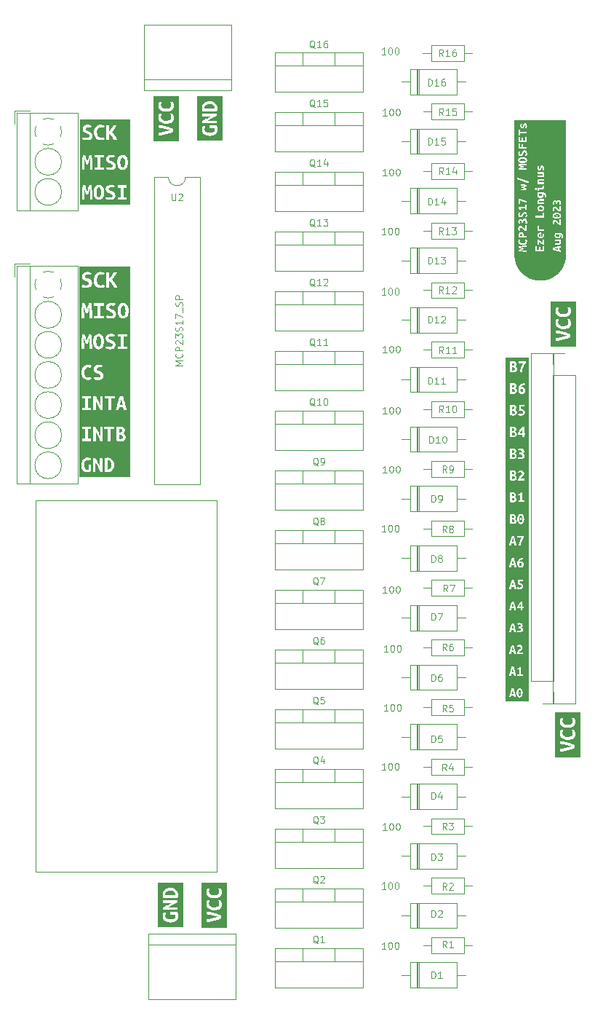
<source format=gbr>
%TF.GenerationSoftware,KiCad,Pcbnew,7.0.6*%
%TF.CreationDate,2023-08-03T15:11:43-04:00*%
%TF.ProjectId,mcp23s17_mosfet_combo,6d637032-3373-4313-975f-6d6f73666574,rev?*%
%TF.SameCoordinates,Original*%
%TF.FileFunction,Legend,Top*%
%TF.FilePolarity,Positive*%
%FSLAX46Y46*%
G04 Gerber Fmt 4.6, Leading zero omitted, Abs format (unit mm)*
G04 Created by KiCad (PCBNEW 7.0.6) date 2023-08-03 15:11:43*
%MOMM*%
%LPD*%
G01*
G04 APERTURE LIST*
%ADD10C,0.100000*%
%ADD11C,0.120000*%
G04 APERTURE END LIST*
D10*
X172887312Y-142263895D02*
X172430169Y-142263895D01*
X172658741Y-142263895D02*
X172658741Y-141463895D01*
X172658741Y-141463895D02*
X172582550Y-141578180D01*
X172582550Y-141578180D02*
X172506360Y-141654371D01*
X172506360Y-141654371D02*
X172430169Y-141692466D01*
X173382551Y-141463895D02*
X173458741Y-141463895D01*
X173458741Y-141463895D02*
X173534932Y-141501990D01*
X173534932Y-141501990D02*
X173573027Y-141540085D01*
X173573027Y-141540085D02*
X173611122Y-141616276D01*
X173611122Y-141616276D02*
X173649217Y-141768657D01*
X173649217Y-141768657D02*
X173649217Y-141959133D01*
X173649217Y-141959133D02*
X173611122Y-142111514D01*
X173611122Y-142111514D02*
X173573027Y-142187704D01*
X173573027Y-142187704D02*
X173534932Y-142225800D01*
X173534932Y-142225800D02*
X173458741Y-142263895D01*
X173458741Y-142263895D02*
X173382551Y-142263895D01*
X173382551Y-142263895D02*
X173306360Y-142225800D01*
X173306360Y-142225800D02*
X173268265Y-142187704D01*
X173268265Y-142187704D02*
X173230170Y-142111514D01*
X173230170Y-142111514D02*
X173192074Y-141959133D01*
X173192074Y-141959133D02*
X173192074Y-141768657D01*
X173192074Y-141768657D02*
X173230170Y-141616276D01*
X173230170Y-141616276D02*
X173268265Y-141540085D01*
X173268265Y-141540085D02*
X173306360Y-141501990D01*
X173306360Y-141501990D02*
X173382551Y-141463895D01*
X174144456Y-141463895D02*
X174220646Y-141463895D01*
X174220646Y-141463895D02*
X174296837Y-141501990D01*
X174296837Y-141501990D02*
X174334932Y-141540085D01*
X174334932Y-141540085D02*
X174373027Y-141616276D01*
X174373027Y-141616276D02*
X174411122Y-141768657D01*
X174411122Y-141768657D02*
X174411122Y-141959133D01*
X174411122Y-141959133D02*
X174373027Y-142111514D01*
X174373027Y-142111514D02*
X174334932Y-142187704D01*
X174334932Y-142187704D02*
X174296837Y-142225800D01*
X174296837Y-142225800D02*
X174220646Y-142263895D01*
X174220646Y-142263895D02*
X174144456Y-142263895D01*
X174144456Y-142263895D02*
X174068265Y-142225800D01*
X174068265Y-142225800D02*
X174030170Y-142187704D01*
X174030170Y-142187704D02*
X173992075Y-142111514D01*
X173992075Y-142111514D02*
X173953979Y-141959133D01*
X173953979Y-141959133D02*
X173953979Y-141768657D01*
X173953979Y-141768657D02*
X173992075Y-141616276D01*
X173992075Y-141616276D02*
X174030170Y-141540085D01*
X174030170Y-141540085D02*
X174068265Y-141501990D01*
X174068265Y-141501990D02*
X174144456Y-141463895D01*
X172887312Y-135278895D02*
X172430169Y-135278895D01*
X172658741Y-135278895D02*
X172658741Y-134478895D01*
X172658741Y-134478895D02*
X172582550Y-134593180D01*
X172582550Y-134593180D02*
X172506360Y-134669371D01*
X172506360Y-134669371D02*
X172430169Y-134707466D01*
X173382551Y-134478895D02*
X173458741Y-134478895D01*
X173458741Y-134478895D02*
X173534932Y-134516990D01*
X173534932Y-134516990D02*
X173573027Y-134555085D01*
X173573027Y-134555085D02*
X173611122Y-134631276D01*
X173611122Y-134631276D02*
X173649217Y-134783657D01*
X173649217Y-134783657D02*
X173649217Y-134974133D01*
X173649217Y-134974133D02*
X173611122Y-135126514D01*
X173611122Y-135126514D02*
X173573027Y-135202704D01*
X173573027Y-135202704D02*
X173534932Y-135240800D01*
X173534932Y-135240800D02*
X173458741Y-135278895D01*
X173458741Y-135278895D02*
X173382551Y-135278895D01*
X173382551Y-135278895D02*
X173306360Y-135240800D01*
X173306360Y-135240800D02*
X173268265Y-135202704D01*
X173268265Y-135202704D02*
X173230170Y-135126514D01*
X173230170Y-135126514D02*
X173192074Y-134974133D01*
X173192074Y-134974133D02*
X173192074Y-134783657D01*
X173192074Y-134783657D02*
X173230170Y-134631276D01*
X173230170Y-134631276D02*
X173268265Y-134555085D01*
X173268265Y-134555085D02*
X173306360Y-134516990D01*
X173306360Y-134516990D02*
X173382551Y-134478895D01*
X174144456Y-134478895D02*
X174220646Y-134478895D01*
X174220646Y-134478895D02*
X174296837Y-134516990D01*
X174296837Y-134516990D02*
X174334932Y-134555085D01*
X174334932Y-134555085D02*
X174373027Y-134631276D01*
X174373027Y-134631276D02*
X174411122Y-134783657D01*
X174411122Y-134783657D02*
X174411122Y-134974133D01*
X174411122Y-134974133D02*
X174373027Y-135126514D01*
X174373027Y-135126514D02*
X174334932Y-135202704D01*
X174334932Y-135202704D02*
X174296837Y-135240800D01*
X174296837Y-135240800D02*
X174220646Y-135278895D01*
X174220646Y-135278895D02*
X174144456Y-135278895D01*
X174144456Y-135278895D02*
X174068265Y-135240800D01*
X174068265Y-135240800D02*
X174030170Y-135202704D01*
X174030170Y-135202704D02*
X173992075Y-135126514D01*
X173992075Y-135126514D02*
X173953979Y-134974133D01*
X173953979Y-134974133D02*
X173953979Y-134783657D01*
X173953979Y-134783657D02*
X173992075Y-134631276D01*
X173992075Y-134631276D02*
X174030170Y-134555085D01*
X174030170Y-134555085D02*
X174068265Y-134516990D01*
X174068265Y-134516990D02*
X174144456Y-134478895D01*
X173014312Y-128420895D02*
X172557169Y-128420895D01*
X172785741Y-128420895D02*
X172785741Y-127620895D01*
X172785741Y-127620895D02*
X172709550Y-127735180D01*
X172709550Y-127735180D02*
X172633360Y-127811371D01*
X172633360Y-127811371D02*
X172557169Y-127849466D01*
X173509551Y-127620895D02*
X173585741Y-127620895D01*
X173585741Y-127620895D02*
X173661932Y-127658990D01*
X173661932Y-127658990D02*
X173700027Y-127697085D01*
X173700027Y-127697085D02*
X173738122Y-127773276D01*
X173738122Y-127773276D02*
X173776217Y-127925657D01*
X173776217Y-127925657D02*
X173776217Y-128116133D01*
X173776217Y-128116133D02*
X173738122Y-128268514D01*
X173738122Y-128268514D02*
X173700027Y-128344704D01*
X173700027Y-128344704D02*
X173661932Y-128382800D01*
X173661932Y-128382800D02*
X173585741Y-128420895D01*
X173585741Y-128420895D02*
X173509551Y-128420895D01*
X173509551Y-128420895D02*
X173433360Y-128382800D01*
X173433360Y-128382800D02*
X173395265Y-128344704D01*
X173395265Y-128344704D02*
X173357170Y-128268514D01*
X173357170Y-128268514D02*
X173319074Y-128116133D01*
X173319074Y-128116133D02*
X173319074Y-127925657D01*
X173319074Y-127925657D02*
X173357170Y-127773276D01*
X173357170Y-127773276D02*
X173395265Y-127697085D01*
X173395265Y-127697085D02*
X173433360Y-127658990D01*
X173433360Y-127658990D02*
X173509551Y-127620895D01*
X174271456Y-127620895D02*
X174347646Y-127620895D01*
X174347646Y-127620895D02*
X174423837Y-127658990D01*
X174423837Y-127658990D02*
X174461932Y-127697085D01*
X174461932Y-127697085D02*
X174500027Y-127773276D01*
X174500027Y-127773276D02*
X174538122Y-127925657D01*
X174538122Y-127925657D02*
X174538122Y-128116133D01*
X174538122Y-128116133D02*
X174500027Y-128268514D01*
X174500027Y-128268514D02*
X174461932Y-128344704D01*
X174461932Y-128344704D02*
X174423837Y-128382800D01*
X174423837Y-128382800D02*
X174347646Y-128420895D01*
X174347646Y-128420895D02*
X174271456Y-128420895D01*
X174271456Y-128420895D02*
X174195265Y-128382800D01*
X174195265Y-128382800D02*
X174157170Y-128344704D01*
X174157170Y-128344704D02*
X174119075Y-128268514D01*
X174119075Y-128268514D02*
X174080979Y-128116133D01*
X174080979Y-128116133D02*
X174080979Y-127925657D01*
X174080979Y-127925657D02*
X174119075Y-127773276D01*
X174119075Y-127773276D02*
X174157170Y-127697085D01*
X174157170Y-127697085D02*
X174195265Y-127658990D01*
X174195265Y-127658990D02*
X174271456Y-127620895D01*
X172887312Y-121435895D02*
X172430169Y-121435895D01*
X172658741Y-121435895D02*
X172658741Y-120635895D01*
X172658741Y-120635895D02*
X172582550Y-120750180D01*
X172582550Y-120750180D02*
X172506360Y-120826371D01*
X172506360Y-120826371D02*
X172430169Y-120864466D01*
X173382551Y-120635895D02*
X173458741Y-120635895D01*
X173458741Y-120635895D02*
X173534932Y-120673990D01*
X173534932Y-120673990D02*
X173573027Y-120712085D01*
X173573027Y-120712085D02*
X173611122Y-120788276D01*
X173611122Y-120788276D02*
X173649217Y-120940657D01*
X173649217Y-120940657D02*
X173649217Y-121131133D01*
X173649217Y-121131133D02*
X173611122Y-121283514D01*
X173611122Y-121283514D02*
X173573027Y-121359704D01*
X173573027Y-121359704D02*
X173534932Y-121397800D01*
X173534932Y-121397800D02*
X173458741Y-121435895D01*
X173458741Y-121435895D02*
X173382551Y-121435895D01*
X173382551Y-121435895D02*
X173306360Y-121397800D01*
X173306360Y-121397800D02*
X173268265Y-121359704D01*
X173268265Y-121359704D02*
X173230170Y-121283514D01*
X173230170Y-121283514D02*
X173192074Y-121131133D01*
X173192074Y-121131133D02*
X173192074Y-120940657D01*
X173192074Y-120940657D02*
X173230170Y-120788276D01*
X173230170Y-120788276D02*
X173268265Y-120712085D01*
X173268265Y-120712085D02*
X173306360Y-120673990D01*
X173306360Y-120673990D02*
X173382551Y-120635895D01*
X174144456Y-120635895D02*
X174220646Y-120635895D01*
X174220646Y-120635895D02*
X174296837Y-120673990D01*
X174296837Y-120673990D02*
X174334932Y-120712085D01*
X174334932Y-120712085D02*
X174373027Y-120788276D01*
X174373027Y-120788276D02*
X174411122Y-120940657D01*
X174411122Y-120940657D02*
X174411122Y-121131133D01*
X174411122Y-121131133D02*
X174373027Y-121283514D01*
X174373027Y-121283514D02*
X174334932Y-121359704D01*
X174334932Y-121359704D02*
X174296837Y-121397800D01*
X174296837Y-121397800D02*
X174220646Y-121435895D01*
X174220646Y-121435895D02*
X174144456Y-121435895D01*
X174144456Y-121435895D02*
X174068265Y-121397800D01*
X174068265Y-121397800D02*
X174030170Y-121359704D01*
X174030170Y-121359704D02*
X173992075Y-121283514D01*
X173992075Y-121283514D02*
X173953979Y-121131133D01*
X173953979Y-121131133D02*
X173953979Y-120940657D01*
X173953979Y-120940657D02*
X173992075Y-120788276D01*
X173992075Y-120788276D02*
X174030170Y-120712085D01*
X174030170Y-120712085D02*
X174068265Y-120673990D01*
X174068265Y-120673990D02*
X174144456Y-120635895D01*
X173141312Y-114577895D02*
X172684169Y-114577895D01*
X172912741Y-114577895D02*
X172912741Y-113777895D01*
X172912741Y-113777895D02*
X172836550Y-113892180D01*
X172836550Y-113892180D02*
X172760360Y-113968371D01*
X172760360Y-113968371D02*
X172684169Y-114006466D01*
X173636551Y-113777895D02*
X173712741Y-113777895D01*
X173712741Y-113777895D02*
X173788932Y-113815990D01*
X173788932Y-113815990D02*
X173827027Y-113854085D01*
X173827027Y-113854085D02*
X173865122Y-113930276D01*
X173865122Y-113930276D02*
X173903217Y-114082657D01*
X173903217Y-114082657D02*
X173903217Y-114273133D01*
X173903217Y-114273133D02*
X173865122Y-114425514D01*
X173865122Y-114425514D02*
X173827027Y-114501704D01*
X173827027Y-114501704D02*
X173788932Y-114539800D01*
X173788932Y-114539800D02*
X173712741Y-114577895D01*
X173712741Y-114577895D02*
X173636551Y-114577895D01*
X173636551Y-114577895D02*
X173560360Y-114539800D01*
X173560360Y-114539800D02*
X173522265Y-114501704D01*
X173522265Y-114501704D02*
X173484170Y-114425514D01*
X173484170Y-114425514D02*
X173446074Y-114273133D01*
X173446074Y-114273133D02*
X173446074Y-114082657D01*
X173446074Y-114082657D02*
X173484170Y-113930276D01*
X173484170Y-113930276D02*
X173522265Y-113854085D01*
X173522265Y-113854085D02*
X173560360Y-113815990D01*
X173560360Y-113815990D02*
X173636551Y-113777895D01*
X174398456Y-113777895D02*
X174474646Y-113777895D01*
X174474646Y-113777895D02*
X174550837Y-113815990D01*
X174550837Y-113815990D02*
X174588932Y-113854085D01*
X174588932Y-113854085D02*
X174627027Y-113930276D01*
X174627027Y-113930276D02*
X174665122Y-114082657D01*
X174665122Y-114082657D02*
X174665122Y-114273133D01*
X174665122Y-114273133D02*
X174627027Y-114425514D01*
X174627027Y-114425514D02*
X174588932Y-114501704D01*
X174588932Y-114501704D02*
X174550837Y-114539800D01*
X174550837Y-114539800D02*
X174474646Y-114577895D01*
X174474646Y-114577895D02*
X174398456Y-114577895D01*
X174398456Y-114577895D02*
X174322265Y-114539800D01*
X174322265Y-114539800D02*
X174284170Y-114501704D01*
X174284170Y-114501704D02*
X174246075Y-114425514D01*
X174246075Y-114425514D02*
X174207979Y-114273133D01*
X174207979Y-114273133D02*
X174207979Y-114082657D01*
X174207979Y-114082657D02*
X174246075Y-113930276D01*
X174246075Y-113930276D02*
X174284170Y-113854085D01*
X174284170Y-113854085D02*
X174322265Y-113815990D01*
X174322265Y-113815990D02*
X174398456Y-113777895D01*
X173141312Y-107719895D02*
X172684169Y-107719895D01*
X172912741Y-107719895D02*
X172912741Y-106919895D01*
X172912741Y-106919895D02*
X172836550Y-107034180D01*
X172836550Y-107034180D02*
X172760360Y-107110371D01*
X172760360Y-107110371D02*
X172684169Y-107148466D01*
X173636551Y-106919895D02*
X173712741Y-106919895D01*
X173712741Y-106919895D02*
X173788932Y-106957990D01*
X173788932Y-106957990D02*
X173827027Y-106996085D01*
X173827027Y-106996085D02*
X173865122Y-107072276D01*
X173865122Y-107072276D02*
X173903217Y-107224657D01*
X173903217Y-107224657D02*
X173903217Y-107415133D01*
X173903217Y-107415133D02*
X173865122Y-107567514D01*
X173865122Y-107567514D02*
X173827027Y-107643704D01*
X173827027Y-107643704D02*
X173788932Y-107681800D01*
X173788932Y-107681800D02*
X173712741Y-107719895D01*
X173712741Y-107719895D02*
X173636551Y-107719895D01*
X173636551Y-107719895D02*
X173560360Y-107681800D01*
X173560360Y-107681800D02*
X173522265Y-107643704D01*
X173522265Y-107643704D02*
X173484170Y-107567514D01*
X173484170Y-107567514D02*
X173446074Y-107415133D01*
X173446074Y-107415133D02*
X173446074Y-107224657D01*
X173446074Y-107224657D02*
X173484170Y-107072276D01*
X173484170Y-107072276D02*
X173522265Y-106996085D01*
X173522265Y-106996085D02*
X173560360Y-106957990D01*
X173560360Y-106957990D02*
X173636551Y-106919895D01*
X174398456Y-106919895D02*
X174474646Y-106919895D01*
X174474646Y-106919895D02*
X174550837Y-106957990D01*
X174550837Y-106957990D02*
X174588932Y-106996085D01*
X174588932Y-106996085D02*
X174627027Y-107072276D01*
X174627027Y-107072276D02*
X174665122Y-107224657D01*
X174665122Y-107224657D02*
X174665122Y-107415133D01*
X174665122Y-107415133D02*
X174627027Y-107567514D01*
X174627027Y-107567514D02*
X174588932Y-107643704D01*
X174588932Y-107643704D02*
X174550837Y-107681800D01*
X174550837Y-107681800D02*
X174474646Y-107719895D01*
X174474646Y-107719895D02*
X174398456Y-107719895D01*
X174398456Y-107719895D02*
X174322265Y-107681800D01*
X174322265Y-107681800D02*
X174284170Y-107643704D01*
X174284170Y-107643704D02*
X174246075Y-107567514D01*
X174246075Y-107567514D02*
X174207979Y-107415133D01*
X174207979Y-107415133D02*
X174207979Y-107224657D01*
X174207979Y-107224657D02*
X174246075Y-107072276D01*
X174246075Y-107072276D02*
X174284170Y-106996085D01*
X174284170Y-106996085D02*
X174322265Y-106957990D01*
X174322265Y-106957990D02*
X174398456Y-106919895D01*
X173014312Y-100861895D02*
X172557169Y-100861895D01*
X172785741Y-100861895D02*
X172785741Y-100061895D01*
X172785741Y-100061895D02*
X172709550Y-100176180D01*
X172709550Y-100176180D02*
X172633360Y-100252371D01*
X172633360Y-100252371D02*
X172557169Y-100290466D01*
X173509551Y-100061895D02*
X173585741Y-100061895D01*
X173585741Y-100061895D02*
X173661932Y-100099990D01*
X173661932Y-100099990D02*
X173700027Y-100138085D01*
X173700027Y-100138085D02*
X173738122Y-100214276D01*
X173738122Y-100214276D02*
X173776217Y-100366657D01*
X173776217Y-100366657D02*
X173776217Y-100557133D01*
X173776217Y-100557133D02*
X173738122Y-100709514D01*
X173738122Y-100709514D02*
X173700027Y-100785704D01*
X173700027Y-100785704D02*
X173661932Y-100823800D01*
X173661932Y-100823800D02*
X173585741Y-100861895D01*
X173585741Y-100861895D02*
X173509551Y-100861895D01*
X173509551Y-100861895D02*
X173433360Y-100823800D01*
X173433360Y-100823800D02*
X173395265Y-100785704D01*
X173395265Y-100785704D02*
X173357170Y-100709514D01*
X173357170Y-100709514D02*
X173319074Y-100557133D01*
X173319074Y-100557133D02*
X173319074Y-100366657D01*
X173319074Y-100366657D02*
X173357170Y-100214276D01*
X173357170Y-100214276D02*
X173395265Y-100138085D01*
X173395265Y-100138085D02*
X173433360Y-100099990D01*
X173433360Y-100099990D02*
X173509551Y-100061895D01*
X174271456Y-100061895D02*
X174347646Y-100061895D01*
X174347646Y-100061895D02*
X174423837Y-100099990D01*
X174423837Y-100099990D02*
X174461932Y-100138085D01*
X174461932Y-100138085D02*
X174500027Y-100214276D01*
X174500027Y-100214276D02*
X174538122Y-100366657D01*
X174538122Y-100366657D02*
X174538122Y-100557133D01*
X174538122Y-100557133D02*
X174500027Y-100709514D01*
X174500027Y-100709514D02*
X174461932Y-100785704D01*
X174461932Y-100785704D02*
X174423837Y-100823800D01*
X174423837Y-100823800D02*
X174347646Y-100861895D01*
X174347646Y-100861895D02*
X174271456Y-100861895D01*
X174271456Y-100861895D02*
X174195265Y-100823800D01*
X174195265Y-100823800D02*
X174157170Y-100785704D01*
X174157170Y-100785704D02*
X174119075Y-100709514D01*
X174119075Y-100709514D02*
X174080979Y-100557133D01*
X174080979Y-100557133D02*
X174080979Y-100366657D01*
X174080979Y-100366657D02*
X174119075Y-100214276D01*
X174119075Y-100214276D02*
X174157170Y-100138085D01*
X174157170Y-100138085D02*
X174195265Y-100099990D01*
X174195265Y-100099990D02*
X174271456Y-100061895D01*
X172887312Y-93749895D02*
X172430169Y-93749895D01*
X172658741Y-93749895D02*
X172658741Y-92949895D01*
X172658741Y-92949895D02*
X172582550Y-93064180D01*
X172582550Y-93064180D02*
X172506360Y-93140371D01*
X172506360Y-93140371D02*
X172430169Y-93178466D01*
X173382551Y-92949895D02*
X173458741Y-92949895D01*
X173458741Y-92949895D02*
X173534932Y-92987990D01*
X173534932Y-92987990D02*
X173573027Y-93026085D01*
X173573027Y-93026085D02*
X173611122Y-93102276D01*
X173611122Y-93102276D02*
X173649217Y-93254657D01*
X173649217Y-93254657D02*
X173649217Y-93445133D01*
X173649217Y-93445133D02*
X173611122Y-93597514D01*
X173611122Y-93597514D02*
X173573027Y-93673704D01*
X173573027Y-93673704D02*
X173534932Y-93711800D01*
X173534932Y-93711800D02*
X173458741Y-93749895D01*
X173458741Y-93749895D02*
X173382551Y-93749895D01*
X173382551Y-93749895D02*
X173306360Y-93711800D01*
X173306360Y-93711800D02*
X173268265Y-93673704D01*
X173268265Y-93673704D02*
X173230170Y-93597514D01*
X173230170Y-93597514D02*
X173192074Y-93445133D01*
X173192074Y-93445133D02*
X173192074Y-93254657D01*
X173192074Y-93254657D02*
X173230170Y-93102276D01*
X173230170Y-93102276D02*
X173268265Y-93026085D01*
X173268265Y-93026085D02*
X173306360Y-92987990D01*
X173306360Y-92987990D02*
X173382551Y-92949895D01*
X174144456Y-92949895D02*
X174220646Y-92949895D01*
X174220646Y-92949895D02*
X174296837Y-92987990D01*
X174296837Y-92987990D02*
X174334932Y-93026085D01*
X174334932Y-93026085D02*
X174373027Y-93102276D01*
X174373027Y-93102276D02*
X174411122Y-93254657D01*
X174411122Y-93254657D02*
X174411122Y-93445133D01*
X174411122Y-93445133D02*
X174373027Y-93597514D01*
X174373027Y-93597514D02*
X174334932Y-93673704D01*
X174334932Y-93673704D02*
X174296837Y-93711800D01*
X174296837Y-93711800D02*
X174220646Y-93749895D01*
X174220646Y-93749895D02*
X174144456Y-93749895D01*
X174144456Y-93749895D02*
X174068265Y-93711800D01*
X174068265Y-93711800D02*
X174030170Y-93673704D01*
X174030170Y-93673704D02*
X173992075Y-93597514D01*
X173992075Y-93597514D02*
X173953979Y-93445133D01*
X173953979Y-93445133D02*
X173953979Y-93254657D01*
X173953979Y-93254657D02*
X173992075Y-93102276D01*
X173992075Y-93102276D02*
X174030170Y-93026085D01*
X174030170Y-93026085D02*
X174068265Y-92987990D01*
X174068265Y-92987990D02*
X174144456Y-92949895D01*
X173014312Y-86891895D02*
X172557169Y-86891895D01*
X172785741Y-86891895D02*
X172785741Y-86091895D01*
X172785741Y-86091895D02*
X172709550Y-86206180D01*
X172709550Y-86206180D02*
X172633360Y-86282371D01*
X172633360Y-86282371D02*
X172557169Y-86320466D01*
X173509551Y-86091895D02*
X173585741Y-86091895D01*
X173585741Y-86091895D02*
X173661932Y-86129990D01*
X173661932Y-86129990D02*
X173700027Y-86168085D01*
X173700027Y-86168085D02*
X173738122Y-86244276D01*
X173738122Y-86244276D02*
X173776217Y-86396657D01*
X173776217Y-86396657D02*
X173776217Y-86587133D01*
X173776217Y-86587133D02*
X173738122Y-86739514D01*
X173738122Y-86739514D02*
X173700027Y-86815704D01*
X173700027Y-86815704D02*
X173661932Y-86853800D01*
X173661932Y-86853800D02*
X173585741Y-86891895D01*
X173585741Y-86891895D02*
X173509551Y-86891895D01*
X173509551Y-86891895D02*
X173433360Y-86853800D01*
X173433360Y-86853800D02*
X173395265Y-86815704D01*
X173395265Y-86815704D02*
X173357170Y-86739514D01*
X173357170Y-86739514D02*
X173319074Y-86587133D01*
X173319074Y-86587133D02*
X173319074Y-86396657D01*
X173319074Y-86396657D02*
X173357170Y-86244276D01*
X173357170Y-86244276D02*
X173395265Y-86168085D01*
X173395265Y-86168085D02*
X173433360Y-86129990D01*
X173433360Y-86129990D02*
X173509551Y-86091895D01*
X174271456Y-86091895D02*
X174347646Y-86091895D01*
X174347646Y-86091895D02*
X174423837Y-86129990D01*
X174423837Y-86129990D02*
X174461932Y-86168085D01*
X174461932Y-86168085D02*
X174500027Y-86244276D01*
X174500027Y-86244276D02*
X174538122Y-86396657D01*
X174538122Y-86396657D02*
X174538122Y-86587133D01*
X174538122Y-86587133D02*
X174500027Y-86739514D01*
X174500027Y-86739514D02*
X174461932Y-86815704D01*
X174461932Y-86815704D02*
X174423837Y-86853800D01*
X174423837Y-86853800D02*
X174347646Y-86891895D01*
X174347646Y-86891895D02*
X174271456Y-86891895D01*
X174271456Y-86891895D02*
X174195265Y-86853800D01*
X174195265Y-86853800D02*
X174157170Y-86815704D01*
X174157170Y-86815704D02*
X174119075Y-86739514D01*
X174119075Y-86739514D02*
X174080979Y-86587133D01*
X174080979Y-86587133D02*
X174080979Y-86396657D01*
X174080979Y-86396657D02*
X174119075Y-86244276D01*
X174119075Y-86244276D02*
X174157170Y-86168085D01*
X174157170Y-86168085D02*
X174195265Y-86129990D01*
X174195265Y-86129990D02*
X174271456Y-86091895D01*
X173014312Y-80033895D02*
X172557169Y-80033895D01*
X172785741Y-80033895D02*
X172785741Y-79233895D01*
X172785741Y-79233895D02*
X172709550Y-79348180D01*
X172709550Y-79348180D02*
X172633360Y-79424371D01*
X172633360Y-79424371D02*
X172557169Y-79462466D01*
X173509551Y-79233895D02*
X173585741Y-79233895D01*
X173585741Y-79233895D02*
X173661932Y-79271990D01*
X173661932Y-79271990D02*
X173700027Y-79310085D01*
X173700027Y-79310085D02*
X173738122Y-79386276D01*
X173738122Y-79386276D02*
X173776217Y-79538657D01*
X173776217Y-79538657D02*
X173776217Y-79729133D01*
X173776217Y-79729133D02*
X173738122Y-79881514D01*
X173738122Y-79881514D02*
X173700027Y-79957704D01*
X173700027Y-79957704D02*
X173661932Y-79995800D01*
X173661932Y-79995800D02*
X173585741Y-80033895D01*
X173585741Y-80033895D02*
X173509551Y-80033895D01*
X173509551Y-80033895D02*
X173433360Y-79995800D01*
X173433360Y-79995800D02*
X173395265Y-79957704D01*
X173395265Y-79957704D02*
X173357170Y-79881514D01*
X173357170Y-79881514D02*
X173319074Y-79729133D01*
X173319074Y-79729133D02*
X173319074Y-79538657D01*
X173319074Y-79538657D02*
X173357170Y-79386276D01*
X173357170Y-79386276D02*
X173395265Y-79310085D01*
X173395265Y-79310085D02*
X173433360Y-79271990D01*
X173433360Y-79271990D02*
X173509551Y-79233895D01*
X174271456Y-79233895D02*
X174347646Y-79233895D01*
X174347646Y-79233895D02*
X174423837Y-79271990D01*
X174423837Y-79271990D02*
X174461932Y-79310085D01*
X174461932Y-79310085D02*
X174500027Y-79386276D01*
X174500027Y-79386276D02*
X174538122Y-79538657D01*
X174538122Y-79538657D02*
X174538122Y-79729133D01*
X174538122Y-79729133D02*
X174500027Y-79881514D01*
X174500027Y-79881514D02*
X174461932Y-79957704D01*
X174461932Y-79957704D02*
X174423837Y-79995800D01*
X174423837Y-79995800D02*
X174347646Y-80033895D01*
X174347646Y-80033895D02*
X174271456Y-80033895D01*
X174271456Y-80033895D02*
X174195265Y-79995800D01*
X174195265Y-79995800D02*
X174157170Y-79957704D01*
X174157170Y-79957704D02*
X174119075Y-79881514D01*
X174119075Y-79881514D02*
X174080979Y-79729133D01*
X174080979Y-79729133D02*
X174080979Y-79538657D01*
X174080979Y-79538657D02*
X174119075Y-79386276D01*
X174119075Y-79386276D02*
X174157170Y-79310085D01*
X174157170Y-79310085D02*
X174195265Y-79271990D01*
X174195265Y-79271990D02*
X174271456Y-79233895D01*
X173014312Y-72921895D02*
X172557169Y-72921895D01*
X172785741Y-72921895D02*
X172785741Y-72121895D01*
X172785741Y-72121895D02*
X172709550Y-72236180D01*
X172709550Y-72236180D02*
X172633360Y-72312371D01*
X172633360Y-72312371D02*
X172557169Y-72350466D01*
X173509551Y-72121895D02*
X173585741Y-72121895D01*
X173585741Y-72121895D02*
X173661932Y-72159990D01*
X173661932Y-72159990D02*
X173700027Y-72198085D01*
X173700027Y-72198085D02*
X173738122Y-72274276D01*
X173738122Y-72274276D02*
X173776217Y-72426657D01*
X173776217Y-72426657D02*
X173776217Y-72617133D01*
X173776217Y-72617133D02*
X173738122Y-72769514D01*
X173738122Y-72769514D02*
X173700027Y-72845704D01*
X173700027Y-72845704D02*
X173661932Y-72883800D01*
X173661932Y-72883800D02*
X173585741Y-72921895D01*
X173585741Y-72921895D02*
X173509551Y-72921895D01*
X173509551Y-72921895D02*
X173433360Y-72883800D01*
X173433360Y-72883800D02*
X173395265Y-72845704D01*
X173395265Y-72845704D02*
X173357170Y-72769514D01*
X173357170Y-72769514D02*
X173319074Y-72617133D01*
X173319074Y-72617133D02*
X173319074Y-72426657D01*
X173319074Y-72426657D02*
X173357170Y-72274276D01*
X173357170Y-72274276D02*
X173395265Y-72198085D01*
X173395265Y-72198085D02*
X173433360Y-72159990D01*
X173433360Y-72159990D02*
X173509551Y-72121895D01*
X174271456Y-72121895D02*
X174347646Y-72121895D01*
X174347646Y-72121895D02*
X174423837Y-72159990D01*
X174423837Y-72159990D02*
X174461932Y-72198085D01*
X174461932Y-72198085D02*
X174500027Y-72274276D01*
X174500027Y-72274276D02*
X174538122Y-72426657D01*
X174538122Y-72426657D02*
X174538122Y-72617133D01*
X174538122Y-72617133D02*
X174500027Y-72769514D01*
X174500027Y-72769514D02*
X174461932Y-72845704D01*
X174461932Y-72845704D02*
X174423837Y-72883800D01*
X174423837Y-72883800D02*
X174347646Y-72921895D01*
X174347646Y-72921895D02*
X174271456Y-72921895D01*
X174271456Y-72921895D02*
X174195265Y-72883800D01*
X174195265Y-72883800D02*
X174157170Y-72845704D01*
X174157170Y-72845704D02*
X174119075Y-72769514D01*
X174119075Y-72769514D02*
X174080979Y-72617133D01*
X174080979Y-72617133D02*
X174080979Y-72426657D01*
X174080979Y-72426657D02*
X174119075Y-72274276D01*
X174119075Y-72274276D02*
X174157170Y-72198085D01*
X174157170Y-72198085D02*
X174195265Y-72159990D01*
X174195265Y-72159990D02*
X174271456Y-72121895D01*
X172887312Y-66190895D02*
X172430169Y-66190895D01*
X172658741Y-66190895D02*
X172658741Y-65390895D01*
X172658741Y-65390895D02*
X172582550Y-65505180D01*
X172582550Y-65505180D02*
X172506360Y-65581371D01*
X172506360Y-65581371D02*
X172430169Y-65619466D01*
X173382551Y-65390895D02*
X173458741Y-65390895D01*
X173458741Y-65390895D02*
X173534932Y-65428990D01*
X173534932Y-65428990D02*
X173573027Y-65467085D01*
X173573027Y-65467085D02*
X173611122Y-65543276D01*
X173611122Y-65543276D02*
X173649217Y-65695657D01*
X173649217Y-65695657D02*
X173649217Y-65886133D01*
X173649217Y-65886133D02*
X173611122Y-66038514D01*
X173611122Y-66038514D02*
X173573027Y-66114704D01*
X173573027Y-66114704D02*
X173534932Y-66152800D01*
X173534932Y-66152800D02*
X173458741Y-66190895D01*
X173458741Y-66190895D02*
X173382551Y-66190895D01*
X173382551Y-66190895D02*
X173306360Y-66152800D01*
X173306360Y-66152800D02*
X173268265Y-66114704D01*
X173268265Y-66114704D02*
X173230170Y-66038514D01*
X173230170Y-66038514D02*
X173192074Y-65886133D01*
X173192074Y-65886133D02*
X173192074Y-65695657D01*
X173192074Y-65695657D02*
X173230170Y-65543276D01*
X173230170Y-65543276D02*
X173268265Y-65467085D01*
X173268265Y-65467085D02*
X173306360Y-65428990D01*
X173306360Y-65428990D02*
X173382551Y-65390895D01*
X174144456Y-65390895D02*
X174220646Y-65390895D01*
X174220646Y-65390895D02*
X174296837Y-65428990D01*
X174296837Y-65428990D02*
X174334932Y-65467085D01*
X174334932Y-65467085D02*
X174373027Y-65543276D01*
X174373027Y-65543276D02*
X174411122Y-65695657D01*
X174411122Y-65695657D02*
X174411122Y-65886133D01*
X174411122Y-65886133D02*
X174373027Y-66038514D01*
X174373027Y-66038514D02*
X174334932Y-66114704D01*
X174334932Y-66114704D02*
X174296837Y-66152800D01*
X174296837Y-66152800D02*
X174220646Y-66190895D01*
X174220646Y-66190895D02*
X174144456Y-66190895D01*
X174144456Y-66190895D02*
X174068265Y-66152800D01*
X174068265Y-66152800D02*
X174030170Y-66114704D01*
X174030170Y-66114704D02*
X173992075Y-66038514D01*
X173992075Y-66038514D02*
X173953979Y-65886133D01*
X173953979Y-65886133D02*
X173953979Y-65695657D01*
X173953979Y-65695657D02*
X173992075Y-65543276D01*
X173992075Y-65543276D02*
X174030170Y-65467085D01*
X174030170Y-65467085D02*
X174068265Y-65428990D01*
X174068265Y-65428990D02*
X174144456Y-65390895D01*
X172887312Y-59205895D02*
X172430169Y-59205895D01*
X172658741Y-59205895D02*
X172658741Y-58405895D01*
X172658741Y-58405895D02*
X172582550Y-58520180D01*
X172582550Y-58520180D02*
X172506360Y-58596371D01*
X172506360Y-58596371D02*
X172430169Y-58634466D01*
X173382551Y-58405895D02*
X173458741Y-58405895D01*
X173458741Y-58405895D02*
X173534932Y-58443990D01*
X173534932Y-58443990D02*
X173573027Y-58482085D01*
X173573027Y-58482085D02*
X173611122Y-58558276D01*
X173611122Y-58558276D02*
X173649217Y-58710657D01*
X173649217Y-58710657D02*
X173649217Y-58901133D01*
X173649217Y-58901133D02*
X173611122Y-59053514D01*
X173611122Y-59053514D02*
X173573027Y-59129704D01*
X173573027Y-59129704D02*
X173534932Y-59167800D01*
X173534932Y-59167800D02*
X173458741Y-59205895D01*
X173458741Y-59205895D02*
X173382551Y-59205895D01*
X173382551Y-59205895D02*
X173306360Y-59167800D01*
X173306360Y-59167800D02*
X173268265Y-59129704D01*
X173268265Y-59129704D02*
X173230170Y-59053514D01*
X173230170Y-59053514D02*
X173192074Y-58901133D01*
X173192074Y-58901133D02*
X173192074Y-58710657D01*
X173192074Y-58710657D02*
X173230170Y-58558276D01*
X173230170Y-58558276D02*
X173268265Y-58482085D01*
X173268265Y-58482085D02*
X173306360Y-58443990D01*
X173306360Y-58443990D02*
X173382551Y-58405895D01*
X174144456Y-58405895D02*
X174220646Y-58405895D01*
X174220646Y-58405895D02*
X174296837Y-58443990D01*
X174296837Y-58443990D02*
X174334932Y-58482085D01*
X174334932Y-58482085D02*
X174373027Y-58558276D01*
X174373027Y-58558276D02*
X174411122Y-58710657D01*
X174411122Y-58710657D02*
X174411122Y-58901133D01*
X174411122Y-58901133D02*
X174373027Y-59053514D01*
X174373027Y-59053514D02*
X174334932Y-59129704D01*
X174334932Y-59129704D02*
X174296837Y-59167800D01*
X174296837Y-59167800D02*
X174220646Y-59205895D01*
X174220646Y-59205895D02*
X174144456Y-59205895D01*
X174144456Y-59205895D02*
X174068265Y-59167800D01*
X174068265Y-59167800D02*
X174030170Y-59129704D01*
X174030170Y-59129704D02*
X173992075Y-59053514D01*
X173992075Y-59053514D02*
X173953979Y-58901133D01*
X173953979Y-58901133D02*
X173953979Y-58710657D01*
X173953979Y-58710657D02*
X173992075Y-58558276D01*
X173992075Y-58558276D02*
X174030170Y-58482085D01*
X174030170Y-58482085D02*
X174068265Y-58443990D01*
X174068265Y-58443990D02*
X174144456Y-58405895D01*
X173014312Y-52347895D02*
X172557169Y-52347895D01*
X172785741Y-52347895D02*
X172785741Y-51547895D01*
X172785741Y-51547895D02*
X172709550Y-51662180D01*
X172709550Y-51662180D02*
X172633360Y-51738371D01*
X172633360Y-51738371D02*
X172557169Y-51776466D01*
X173509551Y-51547895D02*
X173585741Y-51547895D01*
X173585741Y-51547895D02*
X173661932Y-51585990D01*
X173661932Y-51585990D02*
X173700027Y-51624085D01*
X173700027Y-51624085D02*
X173738122Y-51700276D01*
X173738122Y-51700276D02*
X173776217Y-51852657D01*
X173776217Y-51852657D02*
X173776217Y-52043133D01*
X173776217Y-52043133D02*
X173738122Y-52195514D01*
X173738122Y-52195514D02*
X173700027Y-52271704D01*
X173700027Y-52271704D02*
X173661932Y-52309800D01*
X173661932Y-52309800D02*
X173585741Y-52347895D01*
X173585741Y-52347895D02*
X173509551Y-52347895D01*
X173509551Y-52347895D02*
X173433360Y-52309800D01*
X173433360Y-52309800D02*
X173395265Y-52271704D01*
X173395265Y-52271704D02*
X173357170Y-52195514D01*
X173357170Y-52195514D02*
X173319074Y-52043133D01*
X173319074Y-52043133D02*
X173319074Y-51852657D01*
X173319074Y-51852657D02*
X173357170Y-51700276D01*
X173357170Y-51700276D02*
X173395265Y-51624085D01*
X173395265Y-51624085D02*
X173433360Y-51585990D01*
X173433360Y-51585990D02*
X173509551Y-51547895D01*
X174271456Y-51547895D02*
X174347646Y-51547895D01*
X174347646Y-51547895D02*
X174423837Y-51585990D01*
X174423837Y-51585990D02*
X174461932Y-51624085D01*
X174461932Y-51624085D02*
X174500027Y-51700276D01*
X174500027Y-51700276D02*
X174538122Y-51852657D01*
X174538122Y-51852657D02*
X174538122Y-52043133D01*
X174538122Y-52043133D02*
X174500027Y-52195514D01*
X174500027Y-52195514D02*
X174461932Y-52271704D01*
X174461932Y-52271704D02*
X174423837Y-52309800D01*
X174423837Y-52309800D02*
X174347646Y-52347895D01*
X174347646Y-52347895D02*
X174271456Y-52347895D01*
X174271456Y-52347895D02*
X174195265Y-52309800D01*
X174195265Y-52309800D02*
X174157170Y-52271704D01*
X174157170Y-52271704D02*
X174119075Y-52195514D01*
X174119075Y-52195514D02*
X174080979Y-52043133D01*
X174080979Y-52043133D02*
X174080979Y-51852657D01*
X174080979Y-51852657D02*
X174119075Y-51700276D01*
X174119075Y-51700276D02*
X174157170Y-51624085D01*
X174157170Y-51624085D02*
X174195265Y-51585990D01*
X174195265Y-51585990D02*
X174271456Y-51547895D01*
X173014312Y-45362895D02*
X172557169Y-45362895D01*
X172785741Y-45362895D02*
X172785741Y-44562895D01*
X172785741Y-44562895D02*
X172709550Y-44677180D01*
X172709550Y-44677180D02*
X172633360Y-44753371D01*
X172633360Y-44753371D02*
X172557169Y-44791466D01*
X173509551Y-44562895D02*
X173585741Y-44562895D01*
X173585741Y-44562895D02*
X173661932Y-44600990D01*
X173661932Y-44600990D02*
X173700027Y-44639085D01*
X173700027Y-44639085D02*
X173738122Y-44715276D01*
X173738122Y-44715276D02*
X173776217Y-44867657D01*
X173776217Y-44867657D02*
X173776217Y-45058133D01*
X173776217Y-45058133D02*
X173738122Y-45210514D01*
X173738122Y-45210514D02*
X173700027Y-45286704D01*
X173700027Y-45286704D02*
X173661932Y-45324800D01*
X173661932Y-45324800D02*
X173585741Y-45362895D01*
X173585741Y-45362895D02*
X173509551Y-45362895D01*
X173509551Y-45362895D02*
X173433360Y-45324800D01*
X173433360Y-45324800D02*
X173395265Y-45286704D01*
X173395265Y-45286704D02*
X173357170Y-45210514D01*
X173357170Y-45210514D02*
X173319074Y-45058133D01*
X173319074Y-45058133D02*
X173319074Y-44867657D01*
X173319074Y-44867657D02*
X173357170Y-44715276D01*
X173357170Y-44715276D02*
X173395265Y-44639085D01*
X173395265Y-44639085D02*
X173433360Y-44600990D01*
X173433360Y-44600990D02*
X173509551Y-44562895D01*
X174271456Y-44562895D02*
X174347646Y-44562895D01*
X174347646Y-44562895D02*
X174423837Y-44600990D01*
X174423837Y-44600990D02*
X174461932Y-44639085D01*
X174461932Y-44639085D02*
X174500027Y-44715276D01*
X174500027Y-44715276D02*
X174538122Y-44867657D01*
X174538122Y-44867657D02*
X174538122Y-45058133D01*
X174538122Y-45058133D02*
X174500027Y-45210514D01*
X174500027Y-45210514D02*
X174461932Y-45286704D01*
X174461932Y-45286704D02*
X174423837Y-45324800D01*
X174423837Y-45324800D02*
X174347646Y-45362895D01*
X174347646Y-45362895D02*
X174271456Y-45362895D01*
X174271456Y-45362895D02*
X174195265Y-45324800D01*
X174195265Y-45324800D02*
X174157170Y-45286704D01*
X174157170Y-45286704D02*
X174119075Y-45210514D01*
X174119075Y-45210514D02*
X174080979Y-45058133D01*
X174080979Y-45058133D02*
X174080979Y-44867657D01*
X174080979Y-44867657D02*
X174119075Y-44715276D01*
X174119075Y-44715276D02*
X174157170Y-44639085D01*
X174157170Y-44639085D02*
X174195265Y-44600990D01*
X174195265Y-44600990D02*
X174271456Y-44562895D01*
X172887312Y-38250895D02*
X172430169Y-38250895D01*
X172658741Y-38250895D02*
X172658741Y-37450895D01*
X172658741Y-37450895D02*
X172582550Y-37565180D01*
X172582550Y-37565180D02*
X172506360Y-37641371D01*
X172506360Y-37641371D02*
X172430169Y-37679466D01*
X173382551Y-37450895D02*
X173458741Y-37450895D01*
X173458741Y-37450895D02*
X173534932Y-37488990D01*
X173534932Y-37488990D02*
X173573027Y-37527085D01*
X173573027Y-37527085D02*
X173611122Y-37603276D01*
X173611122Y-37603276D02*
X173649217Y-37755657D01*
X173649217Y-37755657D02*
X173649217Y-37946133D01*
X173649217Y-37946133D02*
X173611122Y-38098514D01*
X173611122Y-38098514D02*
X173573027Y-38174704D01*
X173573027Y-38174704D02*
X173534932Y-38212800D01*
X173534932Y-38212800D02*
X173458741Y-38250895D01*
X173458741Y-38250895D02*
X173382551Y-38250895D01*
X173382551Y-38250895D02*
X173306360Y-38212800D01*
X173306360Y-38212800D02*
X173268265Y-38174704D01*
X173268265Y-38174704D02*
X173230170Y-38098514D01*
X173230170Y-38098514D02*
X173192074Y-37946133D01*
X173192074Y-37946133D02*
X173192074Y-37755657D01*
X173192074Y-37755657D02*
X173230170Y-37603276D01*
X173230170Y-37603276D02*
X173268265Y-37527085D01*
X173268265Y-37527085D02*
X173306360Y-37488990D01*
X173306360Y-37488990D02*
X173382551Y-37450895D01*
X174144456Y-37450895D02*
X174220646Y-37450895D01*
X174220646Y-37450895D02*
X174296837Y-37488990D01*
X174296837Y-37488990D02*
X174334932Y-37527085D01*
X174334932Y-37527085D02*
X174373027Y-37603276D01*
X174373027Y-37603276D02*
X174411122Y-37755657D01*
X174411122Y-37755657D02*
X174411122Y-37946133D01*
X174411122Y-37946133D02*
X174373027Y-38098514D01*
X174373027Y-38098514D02*
X174334932Y-38174704D01*
X174334932Y-38174704D02*
X174296837Y-38212800D01*
X174296837Y-38212800D02*
X174220646Y-38250895D01*
X174220646Y-38250895D02*
X174144456Y-38250895D01*
X174144456Y-38250895D02*
X174068265Y-38212800D01*
X174068265Y-38212800D02*
X174030170Y-38174704D01*
X174030170Y-38174704D02*
X173992075Y-38098514D01*
X173992075Y-38098514D02*
X173953979Y-37946133D01*
X173953979Y-37946133D02*
X173953979Y-37755657D01*
X173953979Y-37755657D02*
X173992075Y-37603276D01*
X173992075Y-37603276D02*
X174030170Y-37527085D01*
X174030170Y-37527085D02*
X174068265Y-37488990D01*
X174068265Y-37488990D02*
X174144456Y-37450895D01*
X179571714Y-38464895D02*
X179305047Y-38083942D01*
X179114571Y-38464895D02*
X179114571Y-37664895D01*
X179114571Y-37664895D02*
X179419333Y-37664895D01*
X179419333Y-37664895D02*
X179495523Y-37702990D01*
X179495523Y-37702990D02*
X179533618Y-37741085D01*
X179533618Y-37741085D02*
X179571714Y-37817276D01*
X179571714Y-37817276D02*
X179571714Y-37931561D01*
X179571714Y-37931561D02*
X179533618Y-38007752D01*
X179533618Y-38007752D02*
X179495523Y-38045847D01*
X179495523Y-38045847D02*
X179419333Y-38083942D01*
X179419333Y-38083942D02*
X179114571Y-38083942D01*
X180333618Y-38464895D02*
X179876475Y-38464895D01*
X180105047Y-38464895D02*
X180105047Y-37664895D01*
X180105047Y-37664895D02*
X180028856Y-37779180D01*
X180028856Y-37779180D02*
X179952666Y-37855371D01*
X179952666Y-37855371D02*
X179876475Y-37893466D01*
X181019333Y-37664895D02*
X180866952Y-37664895D01*
X180866952Y-37664895D02*
X180790761Y-37702990D01*
X180790761Y-37702990D02*
X180752666Y-37741085D01*
X180752666Y-37741085D02*
X180676476Y-37855371D01*
X180676476Y-37855371D02*
X180638380Y-38007752D01*
X180638380Y-38007752D02*
X180638380Y-38312514D01*
X180638380Y-38312514D02*
X180676476Y-38388704D01*
X180676476Y-38388704D02*
X180714571Y-38426800D01*
X180714571Y-38426800D02*
X180790761Y-38464895D01*
X180790761Y-38464895D02*
X180943142Y-38464895D01*
X180943142Y-38464895D02*
X181019333Y-38426800D01*
X181019333Y-38426800D02*
X181057428Y-38388704D01*
X181057428Y-38388704D02*
X181095523Y-38312514D01*
X181095523Y-38312514D02*
X181095523Y-38122038D01*
X181095523Y-38122038D02*
X181057428Y-38045847D01*
X181057428Y-38045847D02*
X181019333Y-38007752D01*
X181019333Y-38007752D02*
X180943142Y-37969657D01*
X180943142Y-37969657D02*
X180790761Y-37969657D01*
X180790761Y-37969657D02*
X180714571Y-38007752D01*
X180714571Y-38007752D02*
X180676476Y-38045847D01*
X180676476Y-38045847D02*
X180638380Y-38122038D01*
X179590714Y-45322895D02*
X179324047Y-44941942D01*
X179133571Y-45322895D02*
X179133571Y-44522895D01*
X179133571Y-44522895D02*
X179438333Y-44522895D01*
X179438333Y-44522895D02*
X179514523Y-44560990D01*
X179514523Y-44560990D02*
X179552618Y-44599085D01*
X179552618Y-44599085D02*
X179590714Y-44675276D01*
X179590714Y-44675276D02*
X179590714Y-44789561D01*
X179590714Y-44789561D02*
X179552618Y-44865752D01*
X179552618Y-44865752D02*
X179514523Y-44903847D01*
X179514523Y-44903847D02*
X179438333Y-44941942D01*
X179438333Y-44941942D02*
X179133571Y-44941942D01*
X180352618Y-45322895D02*
X179895475Y-45322895D01*
X180124047Y-45322895D02*
X180124047Y-44522895D01*
X180124047Y-44522895D02*
X180047856Y-44637180D01*
X180047856Y-44637180D02*
X179971666Y-44713371D01*
X179971666Y-44713371D02*
X179895475Y-44751466D01*
X181076428Y-44522895D02*
X180695476Y-44522895D01*
X180695476Y-44522895D02*
X180657380Y-44903847D01*
X180657380Y-44903847D02*
X180695476Y-44865752D01*
X180695476Y-44865752D02*
X180771666Y-44827657D01*
X180771666Y-44827657D02*
X180962142Y-44827657D01*
X180962142Y-44827657D02*
X181038333Y-44865752D01*
X181038333Y-44865752D02*
X181076428Y-44903847D01*
X181076428Y-44903847D02*
X181114523Y-44980038D01*
X181114523Y-44980038D02*
X181114523Y-45170514D01*
X181114523Y-45170514D02*
X181076428Y-45246704D01*
X181076428Y-45246704D02*
X181038333Y-45284800D01*
X181038333Y-45284800D02*
X180962142Y-45322895D01*
X180962142Y-45322895D02*
X180771666Y-45322895D01*
X180771666Y-45322895D02*
X180695476Y-45284800D01*
X180695476Y-45284800D02*
X180657380Y-45246704D01*
X179590714Y-52180895D02*
X179324047Y-51799942D01*
X179133571Y-52180895D02*
X179133571Y-51380895D01*
X179133571Y-51380895D02*
X179438333Y-51380895D01*
X179438333Y-51380895D02*
X179514523Y-51418990D01*
X179514523Y-51418990D02*
X179552618Y-51457085D01*
X179552618Y-51457085D02*
X179590714Y-51533276D01*
X179590714Y-51533276D02*
X179590714Y-51647561D01*
X179590714Y-51647561D02*
X179552618Y-51723752D01*
X179552618Y-51723752D02*
X179514523Y-51761847D01*
X179514523Y-51761847D02*
X179438333Y-51799942D01*
X179438333Y-51799942D02*
X179133571Y-51799942D01*
X180352618Y-52180895D02*
X179895475Y-52180895D01*
X180124047Y-52180895D02*
X180124047Y-51380895D01*
X180124047Y-51380895D02*
X180047856Y-51495180D01*
X180047856Y-51495180D02*
X179971666Y-51571371D01*
X179971666Y-51571371D02*
X179895475Y-51609466D01*
X181038333Y-51647561D02*
X181038333Y-52180895D01*
X180847857Y-51342800D02*
X180657380Y-51914228D01*
X180657380Y-51914228D02*
X181152619Y-51914228D01*
X179571714Y-59165895D02*
X179305047Y-58784942D01*
X179114571Y-59165895D02*
X179114571Y-58365895D01*
X179114571Y-58365895D02*
X179419333Y-58365895D01*
X179419333Y-58365895D02*
X179495523Y-58403990D01*
X179495523Y-58403990D02*
X179533618Y-58442085D01*
X179533618Y-58442085D02*
X179571714Y-58518276D01*
X179571714Y-58518276D02*
X179571714Y-58632561D01*
X179571714Y-58632561D02*
X179533618Y-58708752D01*
X179533618Y-58708752D02*
X179495523Y-58746847D01*
X179495523Y-58746847D02*
X179419333Y-58784942D01*
X179419333Y-58784942D02*
X179114571Y-58784942D01*
X180333618Y-59165895D02*
X179876475Y-59165895D01*
X180105047Y-59165895D02*
X180105047Y-58365895D01*
X180105047Y-58365895D02*
X180028856Y-58480180D01*
X180028856Y-58480180D02*
X179952666Y-58556371D01*
X179952666Y-58556371D02*
X179876475Y-58594466D01*
X180600285Y-58365895D02*
X181095523Y-58365895D01*
X181095523Y-58365895D02*
X180828857Y-58670657D01*
X180828857Y-58670657D02*
X180943142Y-58670657D01*
X180943142Y-58670657D02*
X181019333Y-58708752D01*
X181019333Y-58708752D02*
X181057428Y-58746847D01*
X181057428Y-58746847D02*
X181095523Y-58823038D01*
X181095523Y-58823038D02*
X181095523Y-59013514D01*
X181095523Y-59013514D02*
X181057428Y-59089704D01*
X181057428Y-59089704D02*
X181019333Y-59127800D01*
X181019333Y-59127800D02*
X180943142Y-59165895D01*
X180943142Y-59165895D02*
X180714571Y-59165895D01*
X180714571Y-59165895D02*
X180638380Y-59127800D01*
X180638380Y-59127800D02*
X180600285Y-59089704D01*
X179571714Y-66023895D02*
X179305047Y-65642942D01*
X179114571Y-66023895D02*
X179114571Y-65223895D01*
X179114571Y-65223895D02*
X179419333Y-65223895D01*
X179419333Y-65223895D02*
X179495523Y-65261990D01*
X179495523Y-65261990D02*
X179533618Y-65300085D01*
X179533618Y-65300085D02*
X179571714Y-65376276D01*
X179571714Y-65376276D02*
X179571714Y-65490561D01*
X179571714Y-65490561D02*
X179533618Y-65566752D01*
X179533618Y-65566752D02*
X179495523Y-65604847D01*
X179495523Y-65604847D02*
X179419333Y-65642942D01*
X179419333Y-65642942D02*
X179114571Y-65642942D01*
X180333618Y-66023895D02*
X179876475Y-66023895D01*
X180105047Y-66023895D02*
X180105047Y-65223895D01*
X180105047Y-65223895D02*
X180028856Y-65338180D01*
X180028856Y-65338180D02*
X179952666Y-65414371D01*
X179952666Y-65414371D02*
X179876475Y-65452466D01*
X180638380Y-65300085D02*
X180676476Y-65261990D01*
X180676476Y-65261990D02*
X180752666Y-65223895D01*
X180752666Y-65223895D02*
X180943142Y-65223895D01*
X180943142Y-65223895D02*
X181019333Y-65261990D01*
X181019333Y-65261990D02*
X181057428Y-65300085D01*
X181057428Y-65300085D02*
X181095523Y-65376276D01*
X181095523Y-65376276D02*
X181095523Y-65452466D01*
X181095523Y-65452466D02*
X181057428Y-65566752D01*
X181057428Y-65566752D02*
X180600285Y-66023895D01*
X180600285Y-66023895D02*
X181095523Y-66023895D01*
X179590714Y-73008895D02*
X179324047Y-72627942D01*
X179133571Y-73008895D02*
X179133571Y-72208895D01*
X179133571Y-72208895D02*
X179438333Y-72208895D01*
X179438333Y-72208895D02*
X179514523Y-72246990D01*
X179514523Y-72246990D02*
X179552618Y-72285085D01*
X179552618Y-72285085D02*
X179590714Y-72361276D01*
X179590714Y-72361276D02*
X179590714Y-72475561D01*
X179590714Y-72475561D02*
X179552618Y-72551752D01*
X179552618Y-72551752D02*
X179514523Y-72589847D01*
X179514523Y-72589847D02*
X179438333Y-72627942D01*
X179438333Y-72627942D02*
X179133571Y-72627942D01*
X180352618Y-73008895D02*
X179895475Y-73008895D01*
X180124047Y-73008895D02*
X180124047Y-72208895D01*
X180124047Y-72208895D02*
X180047856Y-72323180D01*
X180047856Y-72323180D02*
X179971666Y-72399371D01*
X179971666Y-72399371D02*
X179895475Y-72437466D01*
X181114523Y-73008895D02*
X180657380Y-73008895D01*
X180885952Y-73008895D02*
X180885952Y-72208895D01*
X180885952Y-72208895D02*
X180809761Y-72323180D01*
X180809761Y-72323180D02*
X180733571Y-72399371D01*
X180733571Y-72399371D02*
X180657380Y-72437466D01*
X179590714Y-79866895D02*
X179324047Y-79485942D01*
X179133571Y-79866895D02*
X179133571Y-79066895D01*
X179133571Y-79066895D02*
X179438333Y-79066895D01*
X179438333Y-79066895D02*
X179514523Y-79104990D01*
X179514523Y-79104990D02*
X179552618Y-79143085D01*
X179552618Y-79143085D02*
X179590714Y-79219276D01*
X179590714Y-79219276D02*
X179590714Y-79333561D01*
X179590714Y-79333561D02*
X179552618Y-79409752D01*
X179552618Y-79409752D02*
X179514523Y-79447847D01*
X179514523Y-79447847D02*
X179438333Y-79485942D01*
X179438333Y-79485942D02*
X179133571Y-79485942D01*
X180352618Y-79866895D02*
X179895475Y-79866895D01*
X180124047Y-79866895D02*
X180124047Y-79066895D01*
X180124047Y-79066895D02*
X180047856Y-79181180D01*
X180047856Y-79181180D02*
X179971666Y-79257371D01*
X179971666Y-79257371D02*
X179895475Y-79295466D01*
X180847857Y-79066895D02*
X180924047Y-79066895D01*
X180924047Y-79066895D02*
X181000238Y-79104990D01*
X181000238Y-79104990D02*
X181038333Y-79143085D01*
X181038333Y-79143085D02*
X181076428Y-79219276D01*
X181076428Y-79219276D02*
X181114523Y-79371657D01*
X181114523Y-79371657D02*
X181114523Y-79562133D01*
X181114523Y-79562133D02*
X181076428Y-79714514D01*
X181076428Y-79714514D02*
X181038333Y-79790704D01*
X181038333Y-79790704D02*
X181000238Y-79828800D01*
X181000238Y-79828800D02*
X180924047Y-79866895D01*
X180924047Y-79866895D02*
X180847857Y-79866895D01*
X180847857Y-79866895D02*
X180771666Y-79828800D01*
X180771666Y-79828800D02*
X180733571Y-79790704D01*
X180733571Y-79790704D02*
X180695476Y-79714514D01*
X180695476Y-79714514D02*
X180657380Y-79562133D01*
X180657380Y-79562133D02*
X180657380Y-79371657D01*
X180657380Y-79371657D02*
X180695476Y-79219276D01*
X180695476Y-79219276D02*
X180733571Y-79143085D01*
X180733571Y-79143085D02*
X180771666Y-79104990D01*
X180771666Y-79104990D02*
X180847857Y-79066895D01*
X179971667Y-86851895D02*
X179705000Y-86470942D01*
X179514524Y-86851895D02*
X179514524Y-86051895D01*
X179514524Y-86051895D02*
X179819286Y-86051895D01*
X179819286Y-86051895D02*
X179895476Y-86089990D01*
X179895476Y-86089990D02*
X179933571Y-86128085D01*
X179933571Y-86128085D02*
X179971667Y-86204276D01*
X179971667Y-86204276D02*
X179971667Y-86318561D01*
X179971667Y-86318561D02*
X179933571Y-86394752D01*
X179933571Y-86394752D02*
X179895476Y-86432847D01*
X179895476Y-86432847D02*
X179819286Y-86470942D01*
X179819286Y-86470942D02*
X179514524Y-86470942D01*
X180352619Y-86851895D02*
X180505000Y-86851895D01*
X180505000Y-86851895D02*
X180581190Y-86813800D01*
X180581190Y-86813800D02*
X180619286Y-86775704D01*
X180619286Y-86775704D02*
X180695476Y-86661419D01*
X180695476Y-86661419D02*
X180733571Y-86509038D01*
X180733571Y-86509038D02*
X180733571Y-86204276D01*
X180733571Y-86204276D02*
X180695476Y-86128085D01*
X180695476Y-86128085D02*
X180657381Y-86089990D01*
X180657381Y-86089990D02*
X180581190Y-86051895D01*
X180581190Y-86051895D02*
X180428809Y-86051895D01*
X180428809Y-86051895D02*
X180352619Y-86089990D01*
X180352619Y-86089990D02*
X180314524Y-86128085D01*
X180314524Y-86128085D02*
X180276428Y-86204276D01*
X180276428Y-86204276D02*
X180276428Y-86394752D01*
X180276428Y-86394752D02*
X180314524Y-86470942D01*
X180314524Y-86470942D02*
X180352619Y-86509038D01*
X180352619Y-86509038D02*
X180428809Y-86547133D01*
X180428809Y-86547133D02*
X180581190Y-86547133D01*
X180581190Y-86547133D02*
X180657381Y-86509038D01*
X180657381Y-86509038D02*
X180695476Y-86470942D01*
X180695476Y-86470942D02*
X180733571Y-86394752D01*
X179971667Y-93836895D02*
X179705000Y-93455942D01*
X179514524Y-93836895D02*
X179514524Y-93036895D01*
X179514524Y-93036895D02*
X179819286Y-93036895D01*
X179819286Y-93036895D02*
X179895476Y-93074990D01*
X179895476Y-93074990D02*
X179933571Y-93113085D01*
X179933571Y-93113085D02*
X179971667Y-93189276D01*
X179971667Y-93189276D02*
X179971667Y-93303561D01*
X179971667Y-93303561D02*
X179933571Y-93379752D01*
X179933571Y-93379752D02*
X179895476Y-93417847D01*
X179895476Y-93417847D02*
X179819286Y-93455942D01*
X179819286Y-93455942D02*
X179514524Y-93455942D01*
X180428809Y-93379752D02*
X180352619Y-93341657D01*
X180352619Y-93341657D02*
X180314524Y-93303561D01*
X180314524Y-93303561D02*
X180276428Y-93227371D01*
X180276428Y-93227371D02*
X180276428Y-93189276D01*
X180276428Y-93189276D02*
X180314524Y-93113085D01*
X180314524Y-93113085D02*
X180352619Y-93074990D01*
X180352619Y-93074990D02*
X180428809Y-93036895D01*
X180428809Y-93036895D02*
X180581190Y-93036895D01*
X180581190Y-93036895D02*
X180657381Y-93074990D01*
X180657381Y-93074990D02*
X180695476Y-93113085D01*
X180695476Y-93113085D02*
X180733571Y-93189276D01*
X180733571Y-93189276D02*
X180733571Y-93227371D01*
X180733571Y-93227371D02*
X180695476Y-93303561D01*
X180695476Y-93303561D02*
X180657381Y-93341657D01*
X180657381Y-93341657D02*
X180581190Y-93379752D01*
X180581190Y-93379752D02*
X180428809Y-93379752D01*
X180428809Y-93379752D02*
X180352619Y-93417847D01*
X180352619Y-93417847D02*
X180314524Y-93455942D01*
X180314524Y-93455942D02*
X180276428Y-93532133D01*
X180276428Y-93532133D02*
X180276428Y-93684514D01*
X180276428Y-93684514D02*
X180314524Y-93760704D01*
X180314524Y-93760704D02*
X180352619Y-93798800D01*
X180352619Y-93798800D02*
X180428809Y-93836895D01*
X180428809Y-93836895D02*
X180581190Y-93836895D01*
X180581190Y-93836895D02*
X180657381Y-93798800D01*
X180657381Y-93798800D02*
X180695476Y-93760704D01*
X180695476Y-93760704D02*
X180733571Y-93684514D01*
X180733571Y-93684514D02*
X180733571Y-93532133D01*
X180733571Y-93532133D02*
X180695476Y-93455942D01*
X180695476Y-93455942D02*
X180657381Y-93417847D01*
X180657381Y-93417847D02*
X180581190Y-93379752D01*
X180079667Y-100694895D02*
X179813000Y-100313942D01*
X179622524Y-100694895D02*
X179622524Y-99894895D01*
X179622524Y-99894895D02*
X179927286Y-99894895D01*
X179927286Y-99894895D02*
X180003476Y-99932990D01*
X180003476Y-99932990D02*
X180041571Y-99971085D01*
X180041571Y-99971085D02*
X180079667Y-100047276D01*
X180079667Y-100047276D02*
X180079667Y-100161561D01*
X180079667Y-100161561D02*
X180041571Y-100237752D01*
X180041571Y-100237752D02*
X180003476Y-100275847D01*
X180003476Y-100275847D02*
X179927286Y-100313942D01*
X179927286Y-100313942D02*
X179622524Y-100313942D01*
X180346333Y-99894895D02*
X180879667Y-99894895D01*
X180879667Y-99894895D02*
X180536809Y-100694895D01*
X179971667Y-107552895D02*
X179705000Y-107171942D01*
X179514524Y-107552895D02*
X179514524Y-106752895D01*
X179514524Y-106752895D02*
X179819286Y-106752895D01*
X179819286Y-106752895D02*
X179895476Y-106790990D01*
X179895476Y-106790990D02*
X179933571Y-106829085D01*
X179933571Y-106829085D02*
X179971667Y-106905276D01*
X179971667Y-106905276D02*
X179971667Y-107019561D01*
X179971667Y-107019561D02*
X179933571Y-107095752D01*
X179933571Y-107095752D02*
X179895476Y-107133847D01*
X179895476Y-107133847D02*
X179819286Y-107171942D01*
X179819286Y-107171942D02*
X179514524Y-107171942D01*
X180657381Y-106752895D02*
X180505000Y-106752895D01*
X180505000Y-106752895D02*
X180428809Y-106790990D01*
X180428809Y-106790990D02*
X180390714Y-106829085D01*
X180390714Y-106829085D02*
X180314524Y-106943371D01*
X180314524Y-106943371D02*
X180276428Y-107095752D01*
X180276428Y-107095752D02*
X180276428Y-107400514D01*
X180276428Y-107400514D02*
X180314524Y-107476704D01*
X180314524Y-107476704D02*
X180352619Y-107514800D01*
X180352619Y-107514800D02*
X180428809Y-107552895D01*
X180428809Y-107552895D02*
X180581190Y-107552895D01*
X180581190Y-107552895D02*
X180657381Y-107514800D01*
X180657381Y-107514800D02*
X180695476Y-107476704D01*
X180695476Y-107476704D02*
X180733571Y-107400514D01*
X180733571Y-107400514D02*
X180733571Y-107210038D01*
X180733571Y-107210038D02*
X180695476Y-107133847D01*
X180695476Y-107133847D02*
X180657381Y-107095752D01*
X180657381Y-107095752D02*
X180581190Y-107057657D01*
X180581190Y-107057657D02*
X180428809Y-107057657D01*
X180428809Y-107057657D02*
X180352619Y-107095752D01*
X180352619Y-107095752D02*
X180314524Y-107133847D01*
X180314524Y-107133847D02*
X180276428Y-107210038D01*
X179971667Y-114664895D02*
X179705000Y-114283942D01*
X179514524Y-114664895D02*
X179514524Y-113864895D01*
X179514524Y-113864895D02*
X179819286Y-113864895D01*
X179819286Y-113864895D02*
X179895476Y-113902990D01*
X179895476Y-113902990D02*
X179933571Y-113941085D01*
X179933571Y-113941085D02*
X179971667Y-114017276D01*
X179971667Y-114017276D02*
X179971667Y-114131561D01*
X179971667Y-114131561D02*
X179933571Y-114207752D01*
X179933571Y-114207752D02*
X179895476Y-114245847D01*
X179895476Y-114245847D02*
X179819286Y-114283942D01*
X179819286Y-114283942D02*
X179514524Y-114283942D01*
X180695476Y-113864895D02*
X180314524Y-113864895D01*
X180314524Y-113864895D02*
X180276428Y-114245847D01*
X180276428Y-114245847D02*
X180314524Y-114207752D01*
X180314524Y-114207752D02*
X180390714Y-114169657D01*
X180390714Y-114169657D02*
X180581190Y-114169657D01*
X180581190Y-114169657D02*
X180657381Y-114207752D01*
X180657381Y-114207752D02*
X180695476Y-114245847D01*
X180695476Y-114245847D02*
X180733571Y-114322038D01*
X180733571Y-114322038D02*
X180733571Y-114512514D01*
X180733571Y-114512514D02*
X180695476Y-114588704D01*
X180695476Y-114588704D02*
X180657381Y-114626800D01*
X180657381Y-114626800D02*
X180581190Y-114664895D01*
X180581190Y-114664895D02*
X180390714Y-114664895D01*
X180390714Y-114664895D02*
X180314524Y-114626800D01*
X180314524Y-114626800D02*
X180276428Y-114588704D01*
X179952667Y-121522895D02*
X179686000Y-121141942D01*
X179495524Y-121522895D02*
X179495524Y-120722895D01*
X179495524Y-120722895D02*
X179800286Y-120722895D01*
X179800286Y-120722895D02*
X179876476Y-120760990D01*
X179876476Y-120760990D02*
X179914571Y-120799085D01*
X179914571Y-120799085D02*
X179952667Y-120875276D01*
X179952667Y-120875276D02*
X179952667Y-120989561D01*
X179952667Y-120989561D02*
X179914571Y-121065752D01*
X179914571Y-121065752D02*
X179876476Y-121103847D01*
X179876476Y-121103847D02*
X179800286Y-121141942D01*
X179800286Y-121141942D02*
X179495524Y-121141942D01*
X180638381Y-120989561D02*
X180638381Y-121522895D01*
X180447905Y-120684800D02*
X180257428Y-121256228D01*
X180257428Y-121256228D02*
X180752667Y-121256228D01*
X179971667Y-128380895D02*
X179705000Y-127999942D01*
X179514524Y-128380895D02*
X179514524Y-127580895D01*
X179514524Y-127580895D02*
X179819286Y-127580895D01*
X179819286Y-127580895D02*
X179895476Y-127618990D01*
X179895476Y-127618990D02*
X179933571Y-127657085D01*
X179933571Y-127657085D02*
X179971667Y-127733276D01*
X179971667Y-127733276D02*
X179971667Y-127847561D01*
X179971667Y-127847561D02*
X179933571Y-127923752D01*
X179933571Y-127923752D02*
X179895476Y-127961847D01*
X179895476Y-127961847D02*
X179819286Y-127999942D01*
X179819286Y-127999942D02*
X179514524Y-127999942D01*
X180238333Y-127580895D02*
X180733571Y-127580895D01*
X180733571Y-127580895D02*
X180466905Y-127885657D01*
X180466905Y-127885657D02*
X180581190Y-127885657D01*
X180581190Y-127885657D02*
X180657381Y-127923752D01*
X180657381Y-127923752D02*
X180695476Y-127961847D01*
X180695476Y-127961847D02*
X180733571Y-128038038D01*
X180733571Y-128038038D02*
X180733571Y-128228514D01*
X180733571Y-128228514D02*
X180695476Y-128304704D01*
X180695476Y-128304704D02*
X180657381Y-128342800D01*
X180657381Y-128342800D02*
X180581190Y-128380895D01*
X180581190Y-128380895D02*
X180352619Y-128380895D01*
X180352619Y-128380895D02*
X180276428Y-128342800D01*
X180276428Y-128342800D02*
X180238333Y-128304704D01*
X179971667Y-135365895D02*
X179705000Y-134984942D01*
X179514524Y-135365895D02*
X179514524Y-134565895D01*
X179514524Y-134565895D02*
X179819286Y-134565895D01*
X179819286Y-134565895D02*
X179895476Y-134603990D01*
X179895476Y-134603990D02*
X179933571Y-134642085D01*
X179933571Y-134642085D02*
X179971667Y-134718276D01*
X179971667Y-134718276D02*
X179971667Y-134832561D01*
X179971667Y-134832561D02*
X179933571Y-134908752D01*
X179933571Y-134908752D02*
X179895476Y-134946847D01*
X179895476Y-134946847D02*
X179819286Y-134984942D01*
X179819286Y-134984942D02*
X179514524Y-134984942D01*
X180276428Y-134642085D02*
X180314524Y-134603990D01*
X180314524Y-134603990D02*
X180390714Y-134565895D01*
X180390714Y-134565895D02*
X180581190Y-134565895D01*
X180581190Y-134565895D02*
X180657381Y-134603990D01*
X180657381Y-134603990D02*
X180695476Y-134642085D01*
X180695476Y-134642085D02*
X180733571Y-134718276D01*
X180733571Y-134718276D02*
X180733571Y-134794466D01*
X180733571Y-134794466D02*
X180695476Y-134908752D01*
X180695476Y-134908752D02*
X180238333Y-135365895D01*
X180238333Y-135365895D02*
X180733571Y-135365895D01*
X179971667Y-142096895D02*
X179705000Y-141715942D01*
X179514524Y-142096895D02*
X179514524Y-141296895D01*
X179514524Y-141296895D02*
X179819286Y-141296895D01*
X179819286Y-141296895D02*
X179895476Y-141334990D01*
X179895476Y-141334990D02*
X179933571Y-141373085D01*
X179933571Y-141373085D02*
X179971667Y-141449276D01*
X179971667Y-141449276D02*
X179971667Y-141563561D01*
X179971667Y-141563561D02*
X179933571Y-141639752D01*
X179933571Y-141639752D02*
X179895476Y-141677847D01*
X179895476Y-141677847D02*
X179819286Y-141715942D01*
X179819286Y-141715942D02*
X179514524Y-141715942D01*
X180733571Y-142096895D02*
X180276428Y-142096895D01*
X180505000Y-142096895D02*
X180505000Y-141296895D01*
X180505000Y-141296895D02*
X180428809Y-141411180D01*
X180428809Y-141411180D02*
X180352619Y-141487371D01*
X180352619Y-141487371D02*
X180276428Y-141525466D01*
X164642857Y-37525085D02*
X164566667Y-37486990D01*
X164566667Y-37486990D02*
X164490476Y-37410800D01*
X164490476Y-37410800D02*
X164376190Y-37296514D01*
X164376190Y-37296514D02*
X164300000Y-37258419D01*
X164300000Y-37258419D02*
X164223809Y-37258419D01*
X164261905Y-37448895D02*
X164185714Y-37410800D01*
X164185714Y-37410800D02*
X164109524Y-37334609D01*
X164109524Y-37334609D02*
X164071428Y-37182228D01*
X164071428Y-37182228D02*
X164071428Y-36915561D01*
X164071428Y-36915561D02*
X164109524Y-36763180D01*
X164109524Y-36763180D02*
X164185714Y-36686990D01*
X164185714Y-36686990D02*
X164261905Y-36648895D01*
X164261905Y-36648895D02*
X164414286Y-36648895D01*
X164414286Y-36648895D02*
X164490476Y-36686990D01*
X164490476Y-36686990D02*
X164566667Y-36763180D01*
X164566667Y-36763180D02*
X164604762Y-36915561D01*
X164604762Y-36915561D02*
X164604762Y-37182228D01*
X164604762Y-37182228D02*
X164566667Y-37334609D01*
X164566667Y-37334609D02*
X164490476Y-37410800D01*
X164490476Y-37410800D02*
X164414286Y-37448895D01*
X164414286Y-37448895D02*
X164261905Y-37448895D01*
X165366666Y-37448895D02*
X164909523Y-37448895D01*
X165138095Y-37448895D02*
X165138095Y-36648895D01*
X165138095Y-36648895D02*
X165061904Y-36763180D01*
X165061904Y-36763180D02*
X164985714Y-36839371D01*
X164985714Y-36839371D02*
X164909523Y-36877466D01*
X166052381Y-36648895D02*
X165900000Y-36648895D01*
X165900000Y-36648895D02*
X165823809Y-36686990D01*
X165823809Y-36686990D02*
X165785714Y-36725085D01*
X165785714Y-36725085D02*
X165709524Y-36839371D01*
X165709524Y-36839371D02*
X165671428Y-36991752D01*
X165671428Y-36991752D02*
X165671428Y-37296514D01*
X165671428Y-37296514D02*
X165709524Y-37372704D01*
X165709524Y-37372704D02*
X165747619Y-37410800D01*
X165747619Y-37410800D02*
X165823809Y-37448895D01*
X165823809Y-37448895D02*
X165976190Y-37448895D01*
X165976190Y-37448895D02*
X166052381Y-37410800D01*
X166052381Y-37410800D02*
X166090476Y-37372704D01*
X166090476Y-37372704D02*
X166128571Y-37296514D01*
X166128571Y-37296514D02*
X166128571Y-37106038D01*
X166128571Y-37106038D02*
X166090476Y-37029847D01*
X166090476Y-37029847D02*
X166052381Y-36991752D01*
X166052381Y-36991752D02*
X165976190Y-36953657D01*
X165976190Y-36953657D02*
X165823809Y-36953657D01*
X165823809Y-36953657D02*
X165747619Y-36991752D01*
X165747619Y-36991752D02*
X165709524Y-37029847D01*
X165709524Y-37029847D02*
X165671428Y-37106038D01*
X164642857Y-44388751D02*
X164566667Y-44350656D01*
X164566667Y-44350656D02*
X164490476Y-44274466D01*
X164490476Y-44274466D02*
X164376190Y-44160180D01*
X164376190Y-44160180D02*
X164300000Y-44122085D01*
X164300000Y-44122085D02*
X164223809Y-44122085D01*
X164261905Y-44312561D02*
X164185714Y-44274466D01*
X164185714Y-44274466D02*
X164109524Y-44198275D01*
X164109524Y-44198275D02*
X164071428Y-44045894D01*
X164071428Y-44045894D02*
X164071428Y-43779227D01*
X164071428Y-43779227D02*
X164109524Y-43626846D01*
X164109524Y-43626846D02*
X164185714Y-43550656D01*
X164185714Y-43550656D02*
X164261905Y-43512561D01*
X164261905Y-43512561D02*
X164414286Y-43512561D01*
X164414286Y-43512561D02*
X164490476Y-43550656D01*
X164490476Y-43550656D02*
X164566667Y-43626846D01*
X164566667Y-43626846D02*
X164604762Y-43779227D01*
X164604762Y-43779227D02*
X164604762Y-44045894D01*
X164604762Y-44045894D02*
X164566667Y-44198275D01*
X164566667Y-44198275D02*
X164490476Y-44274466D01*
X164490476Y-44274466D02*
X164414286Y-44312561D01*
X164414286Y-44312561D02*
X164261905Y-44312561D01*
X165366666Y-44312561D02*
X164909523Y-44312561D01*
X165138095Y-44312561D02*
X165138095Y-43512561D01*
X165138095Y-43512561D02*
X165061904Y-43626846D01*
X165061904Y-43626846D02*
X164985714Y-43703037D01*
X164985714Y-43703037D02*
X164909523Y-43741132D01*
X166090476Y-43512561D02*
X165709524Y-43512561D01*
X165709524Y-43512561D02*
X165671428Y-43893513D01*
X165671428Y-43893513D02*
X165709524Y-43855418D01*
X165709524Y-43855418D02*
X165785714Y-43817323D01*
X165785714Y-43817323D02*
X165976190Y-43817323D01*
X165976190Y-43817323D02*
X166052381Y-43855418D01*
X166052381Y-43855418D02*
X166090476Y-43893513D01*
X166090476Y-43893513D02*
X166128571Y-43969704D01*
X166128571Y-43969704D02*
X166128571Y-44160180D01*
X166128571Y-44160180D02*
X166090476Y-44236370D01*
X166090476Y-44236370D02*
X166052381Y-44274466D01*
X166052381Y-44274466D02*
X165976190Y-44312561D01*
X165976190Y-44312561D02*
X165785714Y-44312561D01*
X165785714Y-44312561D02*
X165709524Y-44274466D01*
X165709524Y-44274466D02*
X165671428Y-44236370D01*
X164642857Y-51331417D02*
X164566667Y-51293322D01*
X164566667Y-51293322D02*
X164490476Y-51217132D01*
X164490476Y-51217132D02*
X164376190Y-51102846D01*
X164376190Y-51102846D02*
X164300000Y-51064751D01*
X164300000Y-51064751D02*
X164223809Y-51064751D01*
X164261905Y-51255227D02*
X164185714Y-51217132D01*
X164185714Y-51217132D02*
X164109524Y-51140941D01*
X164109524Y-51140941D02*
X164071428Y-50988560D01*
X164071428Y-50988560D02*
X164071428Y-50721893D01*
X164071428Y-50721893D02*
X164109524Y-50569512D01*
X164109524Y-50569512D02*
X164185714Y-50493322D01*
X164185714Y-50493322D02*
X164261905Y-50455227D01*
X164261905Y-50455227D02*
X164414286Y-50455227D01*
X164414286Y-50455227D02*
X164490476Y-50493322D01*
X164490476Y-50493322D02*
X164566667Y-50569512D01*
X164566667Y-50569512D02*
X164604762Y-50721893D01*
X164604762Y-50721893D02*
X164604762Y-50988560D01*
X164604762Y-50988560D02*
X164566667Y-51140941D01*
X164566667Y-51140941D02*
X164490476Y-51217132D01*
X164490476Y-51217132D02*
X164414286Y-51255227D01*
X164414286Y-51255227D02*
X164261905Y-51255227D01*
X165366666Y-51255227D02*
X164909523Y-51255227D01*
X165138095Y-51255227D02*
X165138095Y-50455227D01*
X165138095Y-50455227D02*
X165061904Y-50569512D01*
X165061904Y-50569512D02*
X164985714Y-50645703D01*
X164985714Y-50645703D02*
X164909523Y-50683798D01*
X166052381Y-50721893D02*
X166052381Y-51255227D01*
X165861905Y-50417132D02*
X165671428Y-50988560D01*
X165671428Y-50988560D02*
X166166667Y-50988560D01*
X164642857Y-58274083D02*
X164566667Y-58235988D01*
X164566667Y-58235988D02*
X164490476Y-58159798D01*
X164490476Y-58159798D02*
X164376190Y-58045512D01*
X164376190Y-58045512D02*
X164300000Y-58007417D01*
X164300000Y-58007417D02*
X164223809Y-58007417D01*
X164261905Y-58197893D02*
X164185714Y-58159798D01*
X164185714Y-58159798D02*
X164109524Y-58083607D01*
X164109524Y-58083607D02*
X164071428Y-57931226D01*
X164071428Y-57931226D02*
X164071428Y-57664559D01*
X164071428Y-57664559D02*
X164109524Y-57512178D01*
X164109524Y-57512178D02*
X164185714Y-57435988D01*
X164185714Y-57435988D02*
X164261905Y-57397893D01*
X164261905Y-57397893D02*
X164414286Y-57397893D01*
X164414286Y-57397893D02*
X164490476Y-57435988D01*
X164490476Y-57435988D02*
X164566667Y-57512178D01*
X164566667Y-57512178D02*
X164604762Y-57664559D01*
X164604762Y-57664559D02*
X164604762Y-57931226D01*
X164604762Y-57931226D02*
X164566667Y-58083607D01*
X164566667Y-58083607D02*
X164490476Y-58159798D01*
X164490476Y-58159798D02*
X164414286Y-58197893D01*
X164414286Y-58197893D02*
X164261905Y-58197893D01*
X165366666Y-58197893D02*
X164909523Y-58197893D01*
X165138095Y-58197893D02*
X165138095Y-57397893D01*
X165138095Y-57397893D02*
X165061904Y-57512178D01*
X165061904Y-57512178D02*
X164985714Y-57588369D01*
X164985714Y-57588369D02*
X164909523Y-57626464D01*
X165633333Y-57397893D02*
X166128571Y-57397893D01*
X166128571Y-57397893D02*
X165861905Y-57702655D01*
X165861905Y-57702655D02*
X165976190Y-57702655D01*
X165976190Y-57702655D02*
X166052381Y-57740750D01*
X166052381Y-57740750D02*
X166090476Y-57778845D01*
X166090476Y-57778845D02*
X166128571Y-57855036D01*
X166128571Y-57855036D02*
X166128571Y-58045512D01*
X166128571Y-58045512D02*
X166090476Y-58121702D01*
X166090476Y-58121702D02*
X166052381Y-58159798D01*
X166052381Y-58159798D02*
X165976190Y-58197893D01*
X165976190Y-58197893D02*
X165747619Y-58197893D01*
X165747619Y-58197893D02*
X165671428Y-58159798D01*
X165671428Y-58159798D02*
X165633333Y-58121702D01*
X164642857Y-65216749D02*
X164566667Y-65178654D01*
X164566667Y-65178654D02*
X164490476Y-65102464D01*
X164490476Y-65102464D02*
X164376190Y-64988178D01*
X164376190Y-64988178D02*
X164300000Y-64950083D01*
X164300000Y-64950083D02*
X164223809Y-64950083D01*
X164261905Y-65140559D02*
X164185714Y-65102464D01*
X164185714Y-65102464D02*
X164109524Y-65026273D01*
X164109524Y-65026273D02*
X164071428Y-64873892D01*
X164071428Y-64873892D02*
X164071428Y-64607225D01*
X164071428Y-64607225D02*
X164109524Y-64454844D01*
X164109524Y-64454844D02*
X164185714Y-64378654D01*
X164185714Y-64378654D02*
X164261905Y-64340559D01*
X164261905Y-64340559D02*
X164414286Y-64340559D01*
X164414286Y-64340559D02*
X164490476Y-64378654D01*
X164490476Y-64378654D02*
X164566667Y-64454844D01*
X164566667Y-64454844D02*
X164604762Y-64607225D01*
X164604762Y-64607225D02*
X164604762Y-64873892D01*
X164604762Y-64873892D02*
X164566667Y-65026273D01*
X164566667Y-65026273D02*
X164490476Y-65102464D01*
X164490476Y-65102464D02*
X164414286Y-65140559D01*
X164414286Y-65140559D02*
X164261905Y-65140559D01*
X165366666Y-65140559D02*
X164909523Y-65140559D01*
X165138095Y-65140559D02*
X165138095Y-64340559D01*
X165138095Y-64340559D02*
X165061904Y-64454844D01*
X165061904Y-64454844D02*
X164985714Y-64531035D01*
X164985714Y-64531035D02*
X164909523Y-64569130D01*
X165671428Y-64416749D02*
X165709524Y-64378654D01*
X165709524Y-64378654D02*
X165785714Y-64340559D01*
X165785714Y-64340559D02*
X165976190Y-64340559D01*
X165976190Y-64340559D02*
X166052381Y-64378654D01*
X166052381Y-64378654D02*
X166090476Y-64416749D01*
X166090476Y-64416749D02*
X166128571Y-64492940D01*
X166128571Y-64492940D02*
X166128571Y-64569130D01*
X166128571Y-64569130D02*
X166090476Y-64683416D01*
X166090476Y-64683416D02*
X165633333Y-65140559D01*
X165633333Y-65140559D02*
X166128571Y-65140559D01*
X164642857Y-72159415D02*
X164566667Y-72121320D01*
X164566667Y-72121320D02*
X164490476Y-72045130D01*
X164490476Y-72045130D02*
X164376190Y-71930844D01*
X164376190Y-71930844D02*
X164300000Y-71892749D01*
X164300000Y-71892749D02*
X164223809Y-71892749D01*
X164261905Y-72083225D02*
X164185714Y-72045130D01*
X164185714Y-72045130D02*
X164109524Y-71968939D01*
X164109524Y-71968939D02*
X164071428Y-71816558D01*
X164071428Y-71816558D02*
X164071428Y-71549891D01*
X164071428Y-71549891D02*
X164109524Y-71397510D01*
X164109524Y-71397510D02*
X164185714Y-71321320D01*
X164185714Y-71321320D02*
X164261905Y-71283225D01*
X164261905Y-71283225D02*
X164414286Y-71283225D01*
X164414286Y-71283225D02*
X164490476Y-71321320D01*
X164490476Y-71321320D02*
X164566667Y-71397510D01*
X164566667Y-71397510D02*
X164604762Y-71549891D01*
X164604762Y-71549891D02*
X164604762Y-71816558D01*
X164604762Y-71816558D02*
X164566667Y-71968939D01*
X164566667Y-71968939D02*
X164490476Y-72045130D01*
X164490476Y-72045130D02*
X164414286Y-72083225D01*
X164414286Y-72083225D02*
X164261905Y-72083225D01*
X165366666Y-72083225D02*
X164909523Y-72083225D01*
X165138095Y-72083225D02*
X165138095Y-71283225D01*
X165138095Y-71283225D02*
X165061904Y-71397510D01*
X165061904Y-71397510D02*
X164985714Y-71473701D01*
X164985714Y-71473701D02*
X164909523Y-71511796D01*
X166128571Y-72083225D02*
X165671428Y-72083225D01*
X165900000Y-72083225D02*
X165900000Y-71283225D01*
X165900000Y-71283225D02*
X165823809Y-71397510D01*
X165823809Y-71397510D02*
X165747619Y-71473701D01*
X165747619Y-71473701D02*
X165671428Y-71511796D01*
X164642857Y-79102081D02*
X164566667Y-79063986D01*
X164566667Y-79063986D02*
X164490476Y-78987796D01*
X164490476Y-78987796D02*
X164376190Y-78873510D01*
X164376190Y-78873510D02*
X164300000Y-78835415D01*
X164300000Y-78835415D02*
X164223809Y-78835415D01*
X164261905Y-79025891D02*
X164185714Y-78987796D01*
X164185714Y-78987796D02*
X164109524Y-78911605D01*
X164109524Y-78911605D02*
X164071428Y-78759224D01*
X164071428Y-78759224D02*
X164071428Y-78492557D01*
X164071428Y-78492557D02*
X164109524Y-78340176D01*
X164109524Y-78340176D02*
X164185714Y-78263986D01*
X164185714Y-78263986D02*
X164261905Y-78225891D01*
X164261905Y-78225891D02*
X164414286Y-78225891D01*
X164414286Y-78225891D02*
X164490476Y-78263986D01*
X164490476Y-78263986D02*
X164566667Y-78340176D01*
X164566667Y-78340176D02*
X164604762Y-78492557D01*
X164604762Y-78492557D02*
X164604762Y-78759224D01*
X164604762Y-78759224D02*
X164566667Y-78911605D01*
X164566667Y-78911605D02*
X164490476Y-78987796D01*
X164490476Y-78987796D02*
X164414286Y-79025891D01*
X164414286Y-79025891D02*
X164261905Y-79025891D01*
X165366666Y-79025891D02*
X164909523Y-79025891D01*
X165138095Y-79025891D02*
X165138095Y-78225891D01*
X165138095Y-78225891D02*
X165061904Y-78340176D01*
X165061904Y-78340176D02*
X164985714Y-78416367D01*
X164985714Y-78416367D02*
X164909523Y-78454462D01*
X165861905Y-78225891D02*
X165938095Y-78225891D01*
X165938095Y-78225891D02*
X166014286Y-78263986D01*
X166014286Y-78263986D02*
X166052381Y-78302081D01*
X166052381Y-78302081D02*
X166090476Y-78378272D01*
X166090476Y-78378272D02*
X166128571Y-78530653D01*
X166128571Y-78530653D02*
X166128571Y-78721129D01*
X166128571Y-78721129D02*
X166090476Y-78873510D01*
X166090476Y-78873510D02*
X166052381Y-78949700D01*
X166052381Y-78949700D02*
X166014286Y-78987796D01*
X166014286Y-78987796D02*
X165938095Y-79025891D01*
X165938095Y-79025891D02*
X165861905Y-79025891D01*
X165861905Y-79025891D02*
X165785714Y-78987796D01*
X165785714Y-78987796D02*
X165747619Y-78949700D01*
X165747619Y-78949700D02*
X165709524Y-78873510D01*
X165709524Y-78873510D02*
X165671428Y-78721129D01*
X165671428Y-78721129D02*
X165671428Y-78530653D01*
X165671428Y-78530653D02*
X165709524Y-78378272D01*
X165709524Y-78378272D02*
X165747619Y-78302081D01*
X165747619Y-78302081D02*
X165785714Y-78263986D01*
X165785714Y-78263986D02*
X165861905Y-78225891D01*
X165023809Y-86044747D02*
X164947619Y-86006652D01*
X164947619Y-86006652D02*
X164871428Y-85930462D01*
X164871428Y-85930462D02*
X164757142Y-85816176D01*
X164757142Y-85816176D02*
X164680952Y-85778081D01*
X164680952Y-85778081D02*
X164604761Y-85778081D01*
X164642857Y-85968557D02*
X164566666Y-85930462D01*
X164566666Y-85930462D02*
X164490476Y-85854271D01*
X164490476Y-85854271D02*
X164452380Y-85701890D01*
X164452380Y-85701890D02*
X164452380Y-85435223D01*
X164452380Y-85435223D02*
X164490476Y-85282842D01*
X164490476Y-85282842D02*
X164566666Y-85206652D01*
X164566666Y-85206652D02*
X164642857Y-85168557D01*
X164642857Y-85168557D02*
X164795238Y-85168557D01*
X164795238Y-85168557D02*
X164871428Y-85206652D01*
X164871428Y-85206652D02*
X164947619Y-85282842D01*
X164947619Y-85282842D02*
X164985714Y-85435223D01*
X164985714Y-85435223D02*
X164985714Y-85701890D01*
X164985714Y-85701890D02*
X164947619Y-85854271D01*
X164947619Y-85854271D02*
X164871428Y-85930462D01*
X164871428Y-85930462D02*
X164795238Y-85968557D01*
X164795238Y-85968557D02*
X164642857Y-85968557D01*
X165366666Y-85968557D02*
X165519047Y-85968557D01*
X165519047Y-85968557D02*
X165595237Y-85930462D01*
X165595237Y-85930462D02*
X165633333Y-85892366D01*
X165633333Y-85892366D02*
X165709523Y-85778081D01*
X165709523Y-85778081D02*
X165747618Y-85625700D01*
X165747618Y-85625700D02*
X165747618Y-85320938D01*
X165747618Y-85320938D02*
X165709523Y-85244747D01*
X165709523Y-85244747D02*
X165671428Y-85206652D01*
X165671428Y-85206652D02*
X165595237Y-85168557D01*
X165595237Y-85168557D02*
X165442856Y-85168557D01*
X165442856Y-85168557D02*
X165366666Y-85206652D01*
X165366666Y-85206652D02*
X165328571Y-85244747D01*
X165328571Y-85244747D02*
X165290475Y-85320938D01*
X165290475Y-85320938D02*
X165290475Y-85511414D01*
X165290475Y-85511414D02*
X165328571Y-85587604D01*
X165328571Y-85587604D02*
X165366666Y-85625700D01*
X165366666Y-85625700D02*
X165442856Y-85663795D01*
X165442856Y-85663795D02*
X165595237Y-85663795D01*
X165595237Y-85663795D02*
X165671428Y-85625700D01*
X165671428Y-85625700D02*
X165709523Y-85587604D01*
X165709523Y-85587604D02*
X165747618Y-85511414D01*
X165023809Y-92987413D02*
X164947619Y-92949318D01*
X164947619Y-92949318D02*
X164871428Y-92873128D01*
X164871428Y-92873128D02*
X164757142Y-92758842D01*
X164757142Y-92758842D02*
X164680952Y-92720747D01*
X164680952Y-92720747D02*
X164604761Y-92720747D01*
X164642857Y-92911223D02*
X164566666Y-92873128D01*
X164566666Y-92873128D02*
X164490476Y-92796937D01*
X164490476Y-92796937D02*
X164452380Y-92644556D01*
X164452380Y-92644556D02*
X164452380Y-92377889D01*
X164452380Y-92377889D02*
X164490476Y-92225508D01*
X164490476Y-92225508D02*
X164566666Y-92149318D01*
X164566666Y-92149318D02*
X164642857Y-92111223D01*
X164642857Y-92111223D02*
X164795238Y-92111223D01*
X164795238Y-92111223D02*
X164871428Y-92149318D01*
X164871428Y-92149318D02*
X164947619Y-92225508D01*
X164947619Y-92225508D02*
X164985714Y-92377889D01*
X164985714Y-92377889D02*
X164985714Y-92644556D01*
X164985714Y-92644556D02*
X164947619Y-92796937D01*
X164947619Y-92796937D02*
X164871428Y-92873128D01*
X164871428Y-92873128D02*
X164795238Y-92911223D01*
X164795238Y-92911223D02*
X164642857Y-92911223D01*
X165442856Y-92454080D02*
X165366666Y-92415985D01*
X165366666Y-92415985D02*
X165328571Y-92377889D01*
X165328571Y-92377889D02*
X165290475Y-92301699D01*
X165290475Y-92301699D02*
X165290475Y-92263604D01*
X165290475Y-92263604D02*
X165328571Y-92187413D01*
X165328571Y-92187413D02*
X165366666Y-92149318D01*
X165366666Y-92149318D02*
X165442856Y-92111223D01*
X165442856Y-92111223D02*
X165595237Y-92111223D01*
X165595237Y-92111223D02*
X165671428Y-92149318D01*
X165671428Y-92149318D02*
X165709523Y-92187413D01*
X165709523Y-92187413D02*
X165747618Y-92263604D01*
X165747618Y-92263604D02*
X165747618Y-92301699D01*
X165747618Y-92301699D02*
X165709523Y-92377889D01*
X165709523Y-92377889D02*
X165671428Y-92415985D01*
X165671428Y-92415985D02*
X165595237Y-92454080D01*
X165595237Y-92454080D02*
X165442856Y-92454080D01*
X165442856Y-92454080D02*
X165366666Y-92492175D01*
X165366666Y-92492175D02*
X165328571Y-92530270D01*
X165328571Y-92530270D02*
X165290475Y-92606461D01*
X165290475Y-92606461D02*
X165290475Y-92758842D01*
X165290475Y-92758842D02*
X165328571Y-92835032D01*
X165328571Y-92835032D02*
X165366666Y-92873128D01*
X165366666Y-92873128D02*
X165442856Y-92911223D01*
X165442856Y-92911223D02*
X165595237Y-92911223D01*
X165595237Y-92911223D02*
X165671428Y-92873128D01*
X165671428Y-92873128D02*
X165709523Y-92835032D01*
X165709523Y-92835032D02*
X165747618Y-92758842D01*
X165747618Y-92758842D02*
X165747618Y-92606461D01*
X165747618Y-92606461D02*
X165709523Y-92530270D01*
X165709523Y-92530270D02*
X165671428Y-92492175D01*
X165671428Y-92492175D02*
X165595237Y-92454080D01*
X165023809Y-99930079D02*
X164947619Y-99891984D01*
X164947619Y-99891984D02*
X164871428Y-99815794D01*
X164871428Y-99815794D02*
X164757142Y-99701508D01*
X164757142Y-99701508D02*
X164680952Y-99663413D01*
X164680952Y-99663413D02*
X164604761Y-99663413D01*
X164642857Y-99853889D02*
X164566666Y-99815794D01*
X164566666Y-99815794D02*
X164490476Y-99739603D01*
X164490476Y-99739603D02*
X164452380Y-99587222D01*
X164452380Y-99587222D02*
X164452380Y-99320555D01*
X164452380Y-99320555D02*
X164490476Y-99168174D01*
X164490476Y-99168174D02*
X164566666Y-99091984D01*
X164566666Y-99091984D02*
X164642857Y-99053889D01*
X164642857Y-99053889D02*
X164795238Y-99053889D01*
X164795238Y-99053889D02*
X164871428Y-99091984D01*
X164871428Y-99091984D02*
X164947619Y-99168174D01*
X164947619Y-99168174D02*
X164985714Y-99320555D01*
X164985714Y-99320555D02*
X164985714Y-99587222D01*
X164985714Y-99587222D02*
X164947619Y-99739603D01*
X164947619Y-99739603D02*
X164871428Y-99815794D01*
X164871428Y-99815794D02*
X164795238Y-99853889D01*
X164795238Y-99853889D02*
X164642857Y-99853889D01*
X165252380Y-99053889D02*
X165785714Y-99053889D01*
X165785714Y-99053889D02*
X165442856Y-99853889D01*
X165023809Y-106872745D02*
X164947619Y-106834650D01*
X164947619Y-106834650D02*
X164871428Y-106758460D01*
X164871428Y-106758460D02*
X164757142Y-106644174D01*
X164757142Y-106644174D02*
X164680952Y-106606079D01*
X164680952Y-106606079D02*
X164604761Y-106606079D01*
X164642857Y-106796555D02*
X164566666Y-106758460D01*
X164566666Y-106758460D02*
X164490476Y-106682269D01*
X164490476Y-106682269D02*
X164452380Y-106529888D01*
X164452380Y-106529888D02*
X164452380Y-106263221D01*
X164452380Y-106263221D02*
X164490476Y-106110840D01*
X164490476Y-106110840D02*
X164566666Y-106034650D01*
X164566666Y-106034650D02*
X164642857Y-105996555D01*
X164642857Y-105996555D02*
X164795238Y-105996555D01*
X164795238Y-105996555D02*
X164871428Y-106034650D01*
X164871428Y-106034650D02*
X164947619Y-106110840D01*
X164947619Y-106110840D02*
X164985714Y-106263221D01*
X164985714Y-106263221D02*
X164985714Y-106529888D01*
X164985714Y-106529888D02*
X164947619Y-106682269D01*
X164947619Y-106682269D02*
X164871428Y-106758460D01*
X164871428Y-106758460D02*
X164795238Y-106796555D01*
X164795238Y-106796555D02*
X164642857Y-106796555D01*
X165671428Y-105996555D02*
X165519047Y-105996555D01*
X165519047Y-105996555D02*
X165442856Y-106034650D01*
X165442856Y-106034650D02*
X165404761Y-106072745D01*
X165404761Y-106072745D02*
X165328571Y-106187031D01*
X165328571Y-106187031D02*
X165290475Y-106339412D01*
X165290475Y-106339412D02*
X165290475Y-106644174D01*
X165290475Y-106644174D02*
X165328571Y-106720364D01*
X165328571Y-106720364D02*
X165366666Y-106758460D01*
X165366666Y-106758460D02*
X165442856Y-106796555D01*
X165442856Y-106796555D02*
X165595237Y-106796555D01*
X165595237Y-106796555D02*
X165671428Y-106758460D01*
X165671428Y-106758460D02*
X165709523Y-106720364D01*
X165709523Y-106720364D02*
X165747618Y-106644174D01*
X165747618Y-106644174D02*
X165747618Y-106453698D01*
X165747618Y-106453698D02*
X165709523Y-106377507D01*
X165709523Y-106377507D02*
X165671428Y-106339412D01*
X165671428Y-106339412D02*
X165595237Y-106301317D01*
X165595237Y-106301317D02*
X165442856Y-106301317D01*
X165442856Y-106301317D02*
X165366666Y-106339412D01*
X165366666Y-106339412D02*
X165328571Y-106377507D01*
X165328571Y-106377507D02*
X165290475Y-106453698D01*
X165023809Y-113815411D02*
X164947619Y-113777316D01*
X164947619Y-113777316D02*
X164871428Y-113701126D01*
X164871428Y-113701126D02*
X164757142Y-113586840D01*
X164757142Y-113586840D02*
X164680952Y-113548745D01*
X164680952Y-113548745D02*
X164604761Y-113548745D01*
X164642857Y-113739221D02*
X164566666Y-113701126D01*
X164566666Y-113701126D02*
X164490476Y-113624935D01*
X164490476Y-113624935D02*
X164452380Y-113472554D01*
X164452380Y-113472554D02*
X164452380Y-113205887D01*
X164452380Y-113205887D02*
X164490476Y-113053506D01*
X164490476Y-113053506D02*
X164566666Y-112977316D01*
X164566666Y-112977316D02*
X164642857Y-112939221D01*
X164642857Y-112939221D02*
X164795238Y-112939221D01*
X164795238Y-112939221D02*
X164871428Y-112977316D01*
X164871428Y-112977316D02*
X164947619Y-113053506D01*
X164947619Y-113053506D02*
X164985714Y-113205887D01*
X164985714Y-113205887D02*
X164985714Y-113472554D01*
X164985714Y-113472554D02*
X164947619Y-113624935D01*
X164947619Y-113624935D02*
X164871428Y-113701126D01*
X164871428Y-113701126D02*
X164795238Y-113739221D01*
X164795238Y-113739221D02*
X164642857Y-113739221D01*
X165709523Y-112939221D02*
X165328571Y-112939221D01*
X165328571Y-112939221D02*
X165290475Y-113320173D01*
X165290475Y-113320173D02*
X165328571Y-113282078D01*
X165328571Y-113282078D02*
X165404761Y-113243983D01*
X165404761Y-113243983D02*
X165595237Y-113243983D01*
X165595237Y-113243983D02*
X165671428Y-113282078D01*
X165671428Y-113282078D02*
X165709523Y-113320173D01*
X165709523Y-113320173D02*
X165747618Y-113396364D01*
X165747618Y-113396364D02*
X165747618Y-113586840D01*
X165747618Y-113586840D02*
X165709523Y-113663030D01*
X165709523Y-113663030D02*
X165671428Y-113701126D01*
X165671428Y-113701126D02*
X165595237Y-113739221D01*
X165595237Y-113739221D02*
X165404761Y-113739221D01*
X165404761Y-113739221D02*
X165328571Y-113701126D01*
X165328571Y-113701126D02*
X165290475Y-113663030D01*
X165023809Y-120758077D02*
X164947619Y-120719982D01*
X164947619Y-120719982D02*
X164871428Y-120643792D01*
X164871428Y-120643792D02*
X164757142Y-120529506D01*
X164757142Y-120529506D02*
X164680952Y-120491411D01*
X164680952Y-120491411D02*
X164604761Y-120491411D01*
X164642857Y-120681887D02*
X164566666Y-120643792D01*
X164566666Y-120643792D02*
X164490476Y-120567601D01*
X164490476Y-120567601D02*
X164452380Y-120415220D01*
X164452380Y-120415220D02*
X164452380Y-120148553D01*
X164452380Y-120148553D02*
X164490476Y-119996172D01*
X164490476Y-119996172D02*
X164566666Y-119919982D01*
X164566666Y-119919982D02*
X164642857Y-119881887D01*
X164642857Y-119881887D02*
X164795238Y-119881887D01*
X164795238Y-119881887D02*
X164871428Y-119919982D01*
X164871428Y-119919982D02*
X164947619Y-119996172D01*
X164947619Y-119996172D02*
X164985714Y-120148553D01*
X164985714Y-120148553D02*
X164985714Y-120415220D01*
X164985714Y-120415220D02*
X164947619Y-120567601D01*
X164947619Y-120567601D02*
X164871428Y-120643792D01*
X164871428Y-120643792D02*
X164795238Y-120681887D01*
X164795238Y-120681887D02*
X164642857Y-120681887D01*
X165671428Y-120148553D02*
X165671428Y-120681887D01*
X165480952Y-119843792D02*
X165290475Y-120415220D01*
X165290475Y-120415220D02*
X165785714Y-120415220D01*
X165023809Y-127700743D02*
X164947619Y-127662648D01*
X164947619Y-127662648D02*
X164871428Y-127586458D01*
X164871428Y-127586458D02*
X164757142Y-127472172D01*
X164757142Y-127472172D02*
X164680952Y-127434077D01*
X164680952Y-127434077D02*
X164604761Y-127434077D01*
X164642857Y-127624553D02*
X164566666Y-127586458D01*
X164566666Y-127586458D02*
X164490476Y-127510267D01*
X164490476Y-127510267D02*
X164452380Y-127357886D01*
X164452380Y-127357886D02*
X164452380Y-127091219D01*
X164452380Y-127091219D02*
X164490476Y-126938838D01*
X164490476Y-126938838D02*
X164566666Y-126862648D01*
X164566666Y-126862648D02*
X164642857Y-126824553D01*
X164642857Y-126824553D02*
X164795238Y-126824553D01*
X164795238Y-126824553D02*
X164871428Y-126862648D01*
X164871428Y-126862648D02*
X164947619Y-126938838D01*
X164947619Y-126938838D02*
X164985714Y-127091219D01*
X164985714Y-127091219D02*
X164985714Y-127357886D01*
X164985714Y-127357886D02*
X164947619Y-127510267D01*
X164947619Y-127510267D02*
X164871428Y-127586458D01*
X164871428Y-127586458D02*
X164795238Y-127624553D01*
X164795238Y-127624553D02*
X164642857Y-127624553D01*
X165252380Y-126824553D02*
X165747618Y-126824553D01*
X165747618Y-126824553D02*
X165480952Y-127129315D01*
X165480952Y-127129315D02*
X165595237Y-127129315D01*
X165595237Y-127129315D02*
X165671428Y-127167410D01*
X165671428Y-127167410D02*
X165709523Y-127205505D01*
X165709523Y-127205505D02*
X165747618Y-127281696D01*
X165747618Y-127281696D02*
X165747618Y-127472172D01*
X165747618Y-127472172D02*
X165709523Y-127548362D01*
X165709523Y-127548362D02*
X165671428Y-127586458D01*
X165671428Y-127586458D02*
X165595237Y-127624553D01*
X165595237Y-127624553D02*
X165366666Y-127624553D01*
X165366666Y-127624553D02*
X165290475Y-127586458D01*
X165290475Y-127586458D02*
X165252380Y-127548362D01*
X165023809Y-134643409D02*
X164947619Y-134605314D01*
X164947619Y-134605314D02*
X164871428Y-134529124D01*
X164871428Y-134529124D02*
X164757142Y-134414838D01*
X164757142Y-134414838D02*
X164680952Y-134376743D01*
X164680952Y-134376743D02*
X164604761Y-134376743D01*
X164642857Y-134567219D02*
X164566666Y-134529124D01*
X164566666Y-134529124D02*
X164490476Y-134452933D01*
X164490476Y-134452933D02*
X164452380Y-134300552D01*
X164452380Y-134300552D02*
X164452380Y-134033885D01*
X164452380Y-134033885D02*
X164490476Y-133881504D01*
X164490476Y-133881504D02*
X164566666Y-133805314D01*
X164566666Y-133805314D02*
X164642857Y-133767219D01*
X164642857Y-133767219D02*
X164795238Y-133767219D01*
X164795238Y-133767219D02*
X164871428Y-133805314D01*
X164871428Y-133805314D02*
X164947619Y-133881504D01*
X164947619Y-133881504D02*
X164985714Y-134033885D01*
X164985714Y-134033885D02*
X164985714Y-134300552D01*
X164985714Y-134300552D02*
X164947619Y-134452933D01*
X164947619Y-134452933D02*
X164871428Y-134529124D01*
X164871428Y-134529124D02*
X164795238Y-134567219D01*
X164795238Y-134567219D02*
X164642857Y-134567219D01*
X165290475Y-133843409D02*
X165328571Y-133805314D01*
X165328571Y-133805314D02*
X165404761Y-133767219D01*
X165404761Y-133767219D02*
X165595237Y-133767219D01*
X165595237Y-133767219D02*
X165671428Y-133805314D01*
X165671428Y-133805314D02*
X165709523Y-133843409D01*
X165709523Y-133843409D02*
X165747618Y-133919600D01*
X165747618Y-133919600D02*
X165747618Y-133995790D01*
X165747618Y-133995790D02*
X165709523Y-134110076D01*
X165709523Y-134110076D02*
X165252380Y-134567219D01*
X165252380Y-134567219D02*
X165747618Y-134567219D01*
X165023809Y-141586085D02*
X164947619Y-141547990D01*
X164947619Y-141547990D02*
X164871428Y-141471800D01*
X164871428Y-141471800D02*
X164757142Y-141357514D01*
X164757142Y-141357514D02*
X164680952Y-141319419D01*
X164680952Y-141319419D02*
X164604761Y-141319419D01*
X164642857Y-141509895D02*
X164566666Y-141471800D01*
X164566666Y-141471800D02*
X164490476Y-141395609D01*
X164490476Y-141395609D02*
X164452380Y-141243228D01*
X164452380Y-141243228D02*
X164452380Y-140976561D01*
X164452380Y-140976561D02*
X164490476Y-140824180D01*
X164490476Y-140824180D02*
X164566666Y-140747990D01*
X164566666Y-140747990D02*
X164642857Y-140709895D01*
X164642857Y-140709895D02*
X164795238Y-140709895D01*
X164795238Y-140709895D02*
X164871428Y-140747990D01*
X164871428Y-140747990D02*
X164947619Y-140824180D01*
X164947619Y-140824180D02*
X164985714Y-140976561D01*
X164985714Y-140976561D02*
X164985714Y-141243228D01*
X164985714Y-141243228D02*
X164947619Y-141395609D01*
X164947619Y-141395609D02*
X164871428Y-141471800D01*
X164871428Y-141471800D02*
X164795238Y-141509895D01*
X164795238Y-141509895D02*
X164642857Y-141509895D01*
X165747618Y-141509895D02*
X165290475Y-141509895D01*
X165519047Y-141509895D02*
X165519047Y-140709895D01*
X165519047Y-140709895D02*
X165442856Y-140824180D01*
X165442856Y-140824180D02*
X165366666Y-140900371D01*
X165366666Y-140900371D02*
X165290475Y-140938466D01*
X177844571Y-41893895D02*
X177844571Y-41093895D01*
X177844571Y-41093895D02*
X178035047Y-41093895D01*
X178035047Y-41093895D02*
X178149333Y-41131990D01*
X178149333Y-41131990D02*
X178225523Y-41208180D01*
X178225523Y-41208180D02*
X178263618Y-41284371D01*
X178263618Y-41284371D02*
X178301714Y-41436752D01*
X178301714Y-41436752D02*
X178301714Y-41551038D01*
X178301714Y-41551038D02*
X178263618Y-41703419D01*
X178263618Y-41703419D02*
X178225523Y-41779609D01*
X178225523Y-41779609D02*
X178149333Y-41855800D01*
X178149333Y-41855800D02*
X178035047Y-41893895D01*
X178035047Y-41893895D02*
X177844571Y-41893895D01*
X179063618Y-41893895D02*
X178606475Y-41893895D01*
X178835047Y-41893895D02*
X178835047Y-41093895D01*
X178835047Y-41093895D02*
X178758856Y-41208180D01*
X178758856Y-41208180D02*
X178682666Y-41284371D01*
X178682666Y-41284371D02*
X178606475Y-41322466D01*
X179749333Y-41093895D02*
X179596952Y-41093895D01*
X179596952Y-41093895D02*
X179520761Y-41131990D01*
X179520761Y-41131990D02*
X179482666Y-41170085D01*
X179482666Y-41170085D02*
X179406476Y-41284371D01*
X179406476Y-41284371D02*
X179368380Y-41436752D01*
X179368380Y-41436752D02*
X179368380Y-41741514D01*
X179368380Y-41741514D02*
X179406476Y-41817704D01*
X179406476Y-41817704D02*
X179444571Y-41855800D01*
X179444571Y-41855800D02*
X179520761Y-41893895D01*
X179520761Y-41893895D02*
X179673142Y-41893895D01*
X179673142Y-41893895D02*
X179749333Y-41855800D01*
X179749333Y-41855800D02*
X179787428Y-41817704D01*
X179787428Y-41817704D02*
X179825523Y-41741514D01*
X179825523Y-41741514D02*
X179825523Y-41551038D01*
X179825523Y-41551038D02*
X179787428Y-41474847D01*
X179787428Y-41474847D02*
X179749333Y-41436752D01*
X179749333Y-41436752D02*
X179673142Y-41398657D01*
X179673142Y-41398657D02*
X179520761Y-41398657D01*
X179520761Y-41398657D02*
X179444571Y-41436752D01*
X179444571Y-41436752D02*
X179406476Y-41474847D01*
X179406476Y-41474847D02*
X179368380Y-41551038D01*
X177844571Y-48751895D02*
X177844571Y-47951895D01*
X177844571Y-47951895D02*
X178035047Y-47951895D01*
X178035047Y-47951895D02*
X178149333Y-47989990D01*
X178149333Y-47989990D02*
X178225523Y-48066180D01*
X178225523Y-48066180D02*
X178263618Y-48142371D01*
X178263618Y-48142371D02*
X178301714Y-48294752D01*
X178301714Y-48294752D02*
X178301714Y-48409038D01*
X178301714Y-48409038D02*
X178263618Y-48561419D01*
X178263618Y-48561419D02*
X178225523Y-48637609D01*
X178225523Y-48637609D02*
X178149333Y-48713800D01*
X178149333Y-48713800D02*
X178035047Y-48751895D01*
X178035047Y-48751895D02*
X177844571Y-48751895D01*
X179063618Y-48751895D02*
X178606475Y-48751895D01*
X178835047Y-48751895D02*
X178835047Y-47951895D01*
X178835047Y-47951895D02*
X178758856Y-48066180D01*
X178758856Y-48066180D02*
X178682666Y-48142371D01*
X178682666Y-48142371D02*
X178606475Y-48180466D01*
X179787428Y-47951895D02*
X179406476Y-47951895D01*
X179406476Y-47951895D02*
X179368380Y-48332847D01*
X179368380Y-48332847D02*
X179406476Y-48294752D01*
X179406476Y-48294752D02*
X179482666Y-48256657D01*
X179482666Y-48256657D02*
X179673142Y-48256657D01*
X179673142Y-48256657D02*
X179749333Y-48294752D01*
X179749333Y-48294752D02*
X179787428Y-48332847D01*
X179787428Y-48332847D02*
X179825523Y-48409038D01*
X179825523Y-48409038D02*
X179825523Y-48599514D01*
X179825523Y-48599514D02*
X179787428Y-48675704D01*
X179787428Y-48675704D02*
X179749333Y-48713800D01*
X179749333Y-48713800D02*
X179673142Y-48751895D01*
X179673142Y-48751895D02*
X179482666Y-48751895D01*
X179482666Y-48751895D02*
X179406476Y-48713800D01*
X179406476Y-48713800D02*
X179368380Y-48675704D01*
X177844571Y-55736895D02*
X177844571Y-54936895D01*
X177844571Y-54936895D02*
X178035047Y-54936895D01*
X178035047Y-54936895D02*
X178149333Y-54974990D01*
X178149333Y-54974990D02*
X178225523Y-55051180D01*
X178225523Y-55051180D02*
X178263618Y-55127371D01*
X178263618Y-55127371D02*
X178301714Y-55279752D01*
X178301714Y-55279752D02*
X178301714Y-55394038D01*
X178301714Y-55394038D02*
X178263618Y-55546419D01*
X178263618Y-55546419D02*
X178225523Y-55622609D01*
X178225523Y-55622609D02*
X178149333Y-55698800D01*
X178149333Y-55698800D02*
X178035047Y-55736895D01*
X178035047Y-55736895D02*
X177844571Y-55736895D01*
X179063618Y-55736895D02*
X178606475Y-55736895D01*
X178835047Y-55736895D02*
X178835047Y-54936895D01*
X178835047Y-54936895D02*
X178758856Y-55051180D01*
X178758856Y-55051180D02*
X178682666Y-55127371D01*
X178682666Y-55127371D02*
X178606475Y-55165466D01*
X179749333Y-55203561D02*
X179749333Y-55736895D01*
X179558857Y-54898800D02*
X179368380Y-55470228D01*
X179368380Y-55470228D02*
X179863619Y-55470228D01*
X177844571Y-62594895D02*
X177844571Y-61794895D01*
X177844571Y-61794895D02*
X178035047Y-61794895D01*
X178035047Y-61794895D02*
X178149333Y-61832990D01*
X178149333Y-61832990D02*
X178225523Y-61909180D01*
X178225523Y-61909180D02*
X178263618Y-61985371D01*
X178263618Y-61985371D02*
X178301714Y-62137752D01*
X178301714Y-62137752D02*
X178301714Y-62252038D01*
X178301714Y-62252038D02*
X178263618Y-62404419D01*
X178263618Y-62404419D02*
X178225523Y-62480609D01*
X178225523Y-62480609D02*
X178149333Y-62556800D01*
X178149333Y-62556800D02*
X178035047Y-62594895D01*
X178035047Y-62594895D02*
X177844571Y-62594895D01*
X179063618Y-62594895D02*
X178606475Y-62594895D01*
X178835047Y-62594895D02*
X178835047Y-61794895D01*
X178835047Y-61794895D02*
X178758856Y-61909180D01*
X178758856Y-61909180D02*
X178682666Y-61985371D01*
X178682666Y-61985371D02*
X178606475Y-62023466D01*
X179330285Y-61794895D02*
X179825523Y-61794895D01*
X179825523Y-61794895D02*
X179558857Y-62099657D01*
X179558857Y-62099657D02*
X179673142Y-62099657D01*
X179673142Y-62099657D02*
X179749333Y-62137752D01*
X179749333Y-62137752D02*
X179787428Y-62175847D01*
X179787428Y-62175847D02*
X179825523Y-62252038D01*
X179825523Y-62252038D02*
X179825523Y-62442514D01*
X179825523Y-62442514D02*
X179787428Y-62518704D01*
X179787428Y-62518704D02*
X179749333Y-62556800D01*
X179749333Y-62556800D02*
X179673142Y-62594895D01*
X179673142Y-62594895D02*
X179444571Y-62594895D01*
X179444571Y-62594895D02*
X179368380Y-62556800D01*
X179368380Y-62556800D02*
X179330285Y-62518704D01*
X177844571Y-69452895D02*
X177844571Y-68652895D01*
X177844571Y-68652895D02*
X178035047Y-68652895D01*
X178035047Y-68652895D02*
X178149333Y-68690990D01*
X178149333Y-68690990D02*
X178225523Y-68767180D01*
X178225523Y-68767180D02*
X178263618Y-68843371D01*
X178263618Y-68843371D02*
X178301714Y-68995752D01*
X178301714Y-68995752D02*
X178301714Y-69110038D01*
X178301714Y-69110038D02*
X178263618Y-69262419D01*
X178263618Y-69262419D02*
X178225523Y-69338609D01*
X178225523Y-69338609D02*
X178149333Y-69414800D01*
X178149333Y-69414800D02*
X178035047Y-69452895D01*
X178035047Y-69452895D02*
X177844571Y-69452895D01*
X179063618Y-69452895D02*
X178606475Y-69452895D01*
X178835047Y-69452895D02*
X178835047Y-68652895D01*
X178835047Y-68652895D02*
X178758856Y-68767180D01*
X178758856Y-68767180D02*
X178682666Y-68843371D01*
X178682666Y-68843371D02*
X178606475Y-68881466D01*
X179368380Y-68729085D02*
X179406476Y-68690990D01*
X179406476Y-68690990D02*
X179482666Y-68652895D01*
X179482666Y-68652895D02*
X179673142Y-68652895D01*
X179673142Y-68652895D02*
X179749333Y-68690990D01*
X179749333Y-68690990D02*
X179787428Y-68729085D01*
X179787428Y-68729085D02*
X179825523Y-68805276D01*
X179825523Y-68805276D02*
X179825523Y-68881466D01*
X179825523Y-68881466D02*
X179787428Y-68995752D01*
X179787428Y-68995752D02*
X179330285Y-69452895D01*
X179330285Y-69452895D02*
X179825523Y-69452895D01*
X177844571Y-76564895D02*
X177844571Y-75764895D01*
X177844571Y-75764895D02*
X178035047Y-75764895D01*
X178035047Y-75764895D02*
X178149333Y-75802990D01*
X178149333Y-75802990D02*
X178225523Y-75879180D01*
X178225523Y-75879180D02*
X178263618Y-75955371D01*
X178263618Y-75955371D02*
X178301714Y-76107752D01*
X178301714Y-76107752D02*
X178301714Y-76222038D01*
X178301714Y-76222038D02*
X178263618Y-76374419D01*
X178263618Y-76374419D02*
X178225523Y-76450609D01*
X178225523Y-76450609D02*
X178149333Y-76526800D01*
X178149333Y-76526800D02*
X178035047Y-76564895D01*
X178035047Y-76564895D02*
X177844571Y-76564895D01*
X179063618Y-76564895D02*
X178606475Y-76564895D01*
X178835047Y-76564895D02*
X178835047Y-75764895D01*
X178835047Y-75764895D02*
X178758856Y-75879180D01*
X178758856Y-75879180D02*
X178682666Y-75955371D01*
X178682666Y-75955371D02*
X178606475Y-75993466D01*
X179825523Y-76564895D02*
X179368380Y-76564895D01*
X179596952Y-76564895D02*
X179596952Y-75764895D01*
X179596952Y-75764895D02*
X179520761Y-75879180D01*
X179520761Y-75879180D02*
X179444571Y-75955371D01*
X179444571Y-75955371D02*
X179368380Y-75993466D01*
X177971571Y-83422895D02*
X177971571Y-82622895D01*
X177971571Y-82622895D02*
X178162047Y-82622895D01*
X178162047Y-82622895D02*
X178276333Y-82660990D01*
X178276333Y-82660990D02*
X178352523Y-82737180D01*
X178352523Y-82737180D02*
X178390618Y-82813371D01*
X178390618Y-82813371D02*
X178428714Y-82965752D01*
X178428714Y-82965752D02*
X178428714Y-83080038D01*
X178428714Y-83080038D02*
X178390618Y-83232419D01*
X178390618Y-83232419D02*
X178352523Y-83308609D01*
X178352523Y-83308609D02*
X178276333Y-83384800D01*
X178276333Y-83384800D02*
X178162047Y-83422895D01*
X178162047Y-83422895D02*
X177971571Y-83422895D01*
X179190618Y-83422895D02*
X178733475Y-83422895D01*
X178962047Y-83422895D02*
X178962047Y-82622895D01*
X178962047Y-82622895D02*
X178885856Y-82737180D01*
X178885856Y-82737180D02*
X178809666Y-82813371D01*
X178809666Y-82813371D02*
X178733475Y-82851466D01*
X179685857Y-82622895D02*
X179762047Y-82622895D01*
X179762047Y-82622895D02*
X179838238Y-82660990D01*
X179838238Y-82660990D02*
X179876333Y-82699085D01*
X179876333Y-82699085D02*
X179914428Y-82775276D01*
X179914428Y-82775276D02*
X179952523Y-82927657D01*
X179952523Y-82927657D02*
X179952523Y-83118133D01*
X179952523Y-83118133D02*
X179914428Y-83270514D01*
X179914428Y-83270514D02*
X179876333Y-83346704D01*
X179876333Y-83346704D02*
X179838238Y-83384800D01*
X179838238Y-83384800D02*
X179762047Y-83422895D01*
X179762047Y-83422895D02*
X179685857Y-83422895D01*
X179685857Y-83422895D02*
X179609666Y-83384800D01*
X179609666Y-83384800D02*
X179571571Y-83346704D01*
X179571571Y-83346704D02*
X179533476Y-83270514D01*
X179533476Y-83270514D02*
X179495380Y-83118133D01*
X179495380Y-83118133D02*
X179495380Y-82927657D01*
X179495380Y-82927657D02*
X179533476Y-82775276D01*
X179533476Y-82775276D02*
X179571571Y-82699085D01*
X179571571Y-82699085D02*
X179609666Y-82660990D01*
X179609666Y-82660990D02*
X179685857Y-82622895D01*
X178225524Y-90280895D02*
X178225524Y-89480895D01*
X178225524Y-89480895D02*
X178416000Y-89480895D01*
X178416000Y-89480895D02*
X178530286Y-89518990D01*
X178530286Y-89518990D02*
X178606476Y-89595180D01*
X178606476Y-89595180D02*
X178644571Y-89671371D01*
X178644571Y-89671371D02*
X178682667Y-89823752D01*
X178682667Y-89823752D02*
X178682667Y-89938038D01*
X178682667Y-89938038D02*
X178644571Y-90090419D01*
X178644571Y-90090419D02*
X178606476Y-90166609D01*
X178606476Y-90166609D02*
X178530286Y-90242800D01*
X178530286Y-90242800D02*
X178416000Y-90280895D01*
X178416000Y-90280895D02*
X178225524Y-90280895D01*
X179063619Y-90280895D02*
X179216000Y-90280895D01*
X179216000Y-90280895D02*
X179292190Y-90242800D01*
X179292190Y-90242800D02*
X179330286Y-90204704D01*
X179330286Y-90204704D02*
X179406476Y-90090419D01*
X179406476Y-90090419D02*
X179444571Y-89938038D01*
X179444571Y-89938038D02*
X179444571Y-89633276D01*
X179444571Y-89633276D02*
X179406476Y-89557085D01*
X179406476Y-89557085D02*
X179368381Y-89518990D01*
X179368381Y-89518990D02*
X179292190Y-89480895D01*
X179292190Y-89480895D02*
X179139809Y-89480895D01*
X179139809Y-89480895D02*
X179063619Y-89518990D01*
X179063619Y-89518990D02*
X179025524Y-89557085D01*
X179025524Y-89557085D02*
X178987428Y-89633276D01*
X178987428Y-89633276D02*
X178987428Y-89823752D01*
X178987428Y-89823752D02*
X179025524Y-89899942D01*
X179025524Y-89899942D02*
X179063619Y-89938038D01*
X179063619Y-89938038D02*
X179139809Y-89976133D01*
X179139809Y-89976133D02*
X179292190Y-89976133D01*
X179292190Y-89976133D02*
X179368381Y-89938038D01*
X179368381Y-89938038D02*
X179406476Y-89899942D01*
X179406476Y-89899942D02*
X179444571Y-89823752D01*
X178225524Y-97265895D02*
X178225524Y-96465895D01*
X178225524Y-96465895D02*
X178416000Y-96465895D01*
X178416000Y-96465895D02*
X178530286Y-96503990D01*
X178530286Y-96503990D02*
X178606476Y-96580180D01*
X178606476Y-96580180D02*
X178644571Y-96656371D01*
X178644571Y-96656371D02*
X178682667Y-96808752D01*
X178682667Y-96808752D02*
X178682667Y-96923038D01*
X178682667Y-96923038D02*
X178644571Y-97075419D01*
X178644571Y-97075419D02*
X178606476Y-97151609D01*
X178606476Y-97151609D02*
X178530286Y-97227800D01*
X178530286Y-97227800D02*
X178416000Y-97265895D01*
X178416000Y-97265895D02*
X178225524Y-97265895D01*
X179139809Y-96808752D02*
X179063619Y-96770657D01*
X179063619Y-96770657D02*
X179025524Y-96732561D01*
X179025524Y-96732561D02*
X178987428Y-96656371D01*
X178987428Y-96656371D02*
X178987428Y-96618276D01*
X178987428Y-96618276D02*
X179025524Y-96542085D01*
X179025524Y-96542085D02*
X179063619Y-96503990D01*
X179063619Y-96503990D02*
X179139809Y-96465895D01*
X179139809Y-96465895D02*
X179292190Y-96465895D01*
X179292190Y-96465895D02*
X179368381Y-96503990D01*
X179368381Y-96503990D02*
X179406476Y-96542085D01*
X179406476Y-96542085D02*
X179444571Y-96618276D01*
X179444571Y-96618276D02*
X179444571Y-96656371D01*
X179444571Y-96656371D02*
X179406476Y-96732561D01*
X179406476Y-96732561D02*
X179368381Y-96770657D01*
X179368381Y-96770657D02*
X179292190Y-96808752D01*
X179292190Y-96808752D02*
X179139809Y-96808752D01*
X179139809Y-96808752D02*
X179063619Y-96846847D01*
X179063619Y-96846847D02*
X179025524Y-96884942D01*
X179025524Y-96884942D02*
X178987428Y-96961133D01*
X178987428Y-96961133D02*
X178987428Y-97113514D01*
X178987428Y-97113514D02*
X179025524Y-97189704D01*
X179025524Y-97189704D02*
X179063619Y-97227800D01*
X179063619Y-97227800D02*
X179139809Y-97265895D01*
X179139809Y-97265895D02*
X179292190Y-97265895D01*
X179292190Y-97265895D02*
X179368381Y-97227800D01*
X179368381Y-97227800D02*
X179406476Y-97189704D01*
X179406476Y-97189704D02*
X179444571Y-97113514D01*
X179444571Y-97113514D02*
X179444571Y-96961133D01*
X179444571Y-96961133D02*
X179406476Y-96884942D01*
X179406476Y-96884942D02*
X179368381Y-96846847D01*
X179368381Y-96846847D02*
X179292190Y-96808752D01*
X178225524Y-103996895D02*
X178225524Y-103196895D01*
X178225524Y-103196895D02*
X178416000Y-103196895D01*
X178416000Y-103196895D02*
X178530286Y-103234990D01*
X178530286Y-103234990D02*
X178606476Y-103311180D01*
X178606476Y-103311180D02*
X178644571Y-103387371D01*
X178644571Y-103387371D02*
X178682667Y-103539752D01*
X178682667Y-103539752D02*
X178682667Y-103654038D01*
X178682667Y-103654038D02*
X178644571Y-103806419D01*
X178644571Y-103806419D02*
X178606476Y-103882609D01*
X178606476Y-103882609D02*
X178530286Y-103958800D01*
X178530286Y-103958800D02*
X178416000Y-103996895D01*
X178416000Y-103996895D02*
X178225524Y-103996895D01*
X178949333Y-103196895D02*
X179482667Y-103196895D01*
X179482667Y-103196895D02*
X179139809Y-103996895D01*
X178225524Y-111108895D02*
X178225524Y-110308895D01*
X178225524Y-110308895D02*
X178416000Y-110308895D01*
X178416000Y-110308895D02*
X178530286Y-110346990D01*
X178530286Y-110346990D02*
X178606476Y-110423180D01*
X178606476Y-110423180D02*
X178644571Y-110499371D01*
X178644571Y-110499371D02*
X178682667Y-110651752D01*
X178682667Y-110651752D02*
X178682667Y-110766038D01*
X178682667Y-110766038D02*
X178644571Y-110918419D01*
X178644571Y-110918419D02*
X178606476Y-110994609D01*
X178606476Y-110994609D02*
X178530286Y-111070800D01*
X178530286Y-111070800D02*
X178416000Y-111108895D01*
X178416000Y-111108895D02*
X178225524Y-111108895D01*
X179368381Y-110308895D02*
X179216000Y-110308895D01*
X179216000Y-110308895D02*
X179139809Y-110346990D01*
X179139809Y-110346990D02*
X179101714Y-110385085D01*
X179101714Y-110385085D02*
X179025524Y-110499371D01*
X179025524Y-110499371D02*
X178987428Y-110651752D01*
X178987428Y-110651752D02*
X178987428Y-110956514D01*
X178987428Y-110956514D02*
X179025524Y-111032704D01*
X179025524Y-111032704D02*
X179063619Y-111070800D01*
X179063619Y-111070800D02*
X179139809Y-111108895D01*
X179139809Y-111108895D02*
X179292190Y-111108895D01*
X179292190Y-111108895D02*
X179368381Y-111070800D01*
X179368381Y-111070800D02*
X179406476Y-111032704D01*
X179406476Y-111032704D02*
X179444571Y-110956514D01*
X179444571Y-110956514D02*
X179444571Y-110766038D01*
X179444571Y-110766038D02*
X179406476Y-110689847D01*
X179406476Y-110689847D02*
X179368381Y-110651752D01*
X179368381Y-110651752D02*
X179292190Y-110613657D01*
X179292190Y-110613657D02*
X179139809Y-110613657D01*
X179139809Y-110613657D02*
X179063619Y-110651752D01*
X179063619Y-110651752D02*
X179025524Y-110689847D01*
X179025524Y-110689847D02*
X178987428Y-110766038D01*
X178225524Y-118220895D02*
X178225524Y-117420895D01*
X178225524Y-117420895D02*
X178416000Y-117420895D01*
X178416000Y-117420895D02*
X178530286Y-117458990D01*
X178530286Y-117458990D02*
X178606476Y-117535180D01*
X178606476Y-117535180D02*
X178644571Y-117611371D01*
X178644571Y-117611371D02*
X178682667Y-117763752D01*
X178682667Y-117763752D02*
X178682667Y-117878038D01*
X178682667Y-117878038D02*
X178644571Y-118030419D01*
X178644571Y-118030419D02*
X178606476Y-118106609D01*
X178606476Y-118106609D02*
X178530286Y-118182800D01*
X178530286Y-118182800D02*
X178416000Y-118220895D01*
X178416000Y-118220895D02*
X178225524Y-118220895D01*
X179406476Y-117420895D02*
X179025524Y-117420895D01*
X179025524Y-117420895D02*
X178987428Y-117801847D01*
X178987428Y-117801847D02*
X179025524Y-117763752D01*
X179025524Y-117763752D02*
X179101714Y-117725657D01*
X179101714Y-117725657D02*
X179292190Y-117725657D01*
X179292190Y-117725657D02*
X179368381Y-117763752D01*
X179368381Y-117763752D02*
X179406476Y-117801847D01*
X179406476Y-117801847D02*
X179444571Y-117878038D01*
X179444571Y-117878038D02*
X179444571Y-118068514D01*
X179444571Y-118068514D02*
X179406476Y-118144704D01*
X179406476Y-118144704D02*
X179368381Y-118182800D01*
X179368381Y-118182800D02*
X179292190Y-118220895D01*
X179292190Y-118220895D02*
X179101714Y-118220895D01*
X179101714Y-118220895D02*
X179025524Y-118182800D01*
X179025524Y-118182800D02*
X178987428Y-118144704D01*
X178225524Y-124824895D02*
X178225524Y-124024895D01*
X178225524Y-124024895D02*
X178416000Y-124024895D01*
X178416000Y-124024895D02*
X178530286Y-124062990D01*
X178530286Y-124062990D02*
X178606476Y-124139180D01*
X178606476Y-124139180D02*
X178644571Y-124215371D01*
X178644571Y-124215371D02*
X178682667Y-124367752D01*
X178682667Y-124367752D02*
X178682667Y-124482038D01*
X178682667Y-124482038D02*
X178644571Y-124634419D01*
X178644571Y-124634419D02*
X178606476Y-124710609D01*
X178606476Y-124710609D02*
X178530286Y-124786800D01*
X178530286Y-124786800D02*
X178416000Y-124824895D01*
X178416000Y-124824895D02*
X178225524Y-124824895D01*
X179368381Y-124291561D02*
X179368381Y-124824895D01*
X179177905Y-123986800D02*
X178987428Y-124558228D01*
X178987428Y-124558228D02*
X179482667Y-124558228D01*
X178225524Y-131936895D02*
X178225524Y-131136895D01*
X178225524Y-131136895D02*
X178416000Y-131136895D01*
X178416000Y-131136895D02*
X178530286Y-131174990D01*
X178530286Y-131174990D02*
X178606476Y-131251180D01*
X178606476Y-131251180D02*
X178644571Y-131327371D01*
X178644571Y-131327371D02*
X178682667Y-131479752D01*
X178682667Y-131479752D02*
X178682667Y-131594038D01*
X178682667Y-131594038D02*
X178644571Y-131746419D01*
X178644571Y-131746419D02*
X178606476Y-131822609D01*
X178606476Y-131822609D02*
X178530286Y-131898800D01*
X178530286Y-131898800D02*
X178416000Y-131936895D01*
X178416000Y-131936895D02*
X178225524Y-131936895D01*
X178949333Y-131136895D02*
X179444571Y-131136895D01*
X179444571Y-131136895D02*
X179177905Y-131441657D01*
X179177905Y-131441657D02*
X179292190Y-131441657D01*
X179292190Y-131441657D02*
X179368381Y-131479752D01*
X179368381Y-131479752D02*
X179406476Y-131517847D01*
X179406476Y-131517847D02*
X179444571Y-131594038D01*
X179444571Y-131594038D02*
X179444571Y-131784514D01*
X179444571Y-131784514D02*
X179406476Y-131860704D01*
X179406476Y-131860704D02*
X179368381Y-131898800D01*
X179368381Y-131898800D02*
X179292190Y-131936895D01*
X179292190Y-131936895D02*
X179063619Y-131936895D01*
X179063619Y-131936895D02*
X178987428Y-131898800D01*
X178987428Y-131898800D02*
X178949333Y-131860704D01*
X178225524Y-138540895D02*
X178225524Y-137740895D01*
X178225524Y-137740895D02*
X178416000Y-137740895D01*
X178416000Y-137740895D02*
X178530286Y-137778990D01*
X178530286Y-137778990D02*
X178606476Y-137855180D01*
X178606476Y-137855180D02*
X178644571Y-137931371D01*
X178644571Y-137931371D02*
X178682667Y-138083752D01*
X178682667Y-138083752D02*
X178682667Y-138198038D01*
X178682667Y-138198038D02*
X178644571Y-138350419D01*
X178644571Y-138350419D02*
X178606476Y-138426609D01*
X178606476Y-138426609D02*
X178530286Y-138502800D01*
X178530286Y-138502800D02*
X178416000Y-138540895D01*
X178416000Y-138540895D02*
X178225524Y-138540895D01*
X178987428Y-137817085D02*
X179025524Y-137778990D01*
X179025524Y-137778990D02*
X179101714Y-137740895D01*
X179101714Y-137740895D02*
X179292190Y-137740895D01*
X179292190Y-137740895D02*
X179368381Y-137778990D01*
X179368381Y-137778990D02*
X179406476Y-137817085D01*
X179406476Y-137817085D02*
X179444571Y-137893276D01*
X179444571Y-137893276D02*
X179444571Y-137969466D01*
X179444571Y-137969466D02*
X179406476Y-138083752D01*
X179406476Y-138083752D02*
X178949333Y-138540895D01*
X178949333Y-138540895D02*
X179444571Y-138540895D01*
X178225524Y-145652895D02*
X178225524Y-144852895D01*
X178225524Y-144852895D02*
X178416000Y-144852895D01*
X178416000Y-144852895D02*
X178530286Y-144890990D01*
X178530286Y-144890990D02*
X178606476Y-144967180D01*
X178606476Y-144967180D02*
X178644571Y-145043371D01*
X178644571Y-145043371D02*
X178682667Y-145195752D01*
X178682667Y-145195752D02*
X178682667Y-145310038D01*
X178682667Y-145310038D02*
X178644571Y-145462419D01*
X178644571Y-145462419D02*
X178606476Y-145538609D01*
X178606476Y-145538609D02*
X178530286Y-145614800D01*
X178530286Y-145614800D02*
X178416000Y-145652895D01*
X178416000Y-145652895D02*
X178225524Y-145652895D01*
X179444571Y-145652895D02*
X178987428Y-145652895D01*
X179216000Y-145652895D02*
X179216000Y-144852895D01*
X179216000Y-144852895D02*
X179139809Y-144967180D01*
X179139809Y-144967180D02*
X179063619Y-145043371D01*
X179063619Y-145043371D02*
X178987428Y-145081466D01*
X147980476Y-54428895D02*
X147980476Y-55076514D01*
X147980476Y-55076514D02*
X148018571Y-55152704D01*
X148018571Y-55152704D02*
X148056666Y-55190800D01*
X148056666Y-55190800D02*
X148132857Y-55228895D01*
X148132857Y-55228895D02*
X148285238Y-55228895D01*
X148285238Y-55228895D02*
X148361428Y-55190800D01*
X148361428Y-55190800D02*
X148399523Y-55152704D01*
X148399523Y-55152704D02*
X148437619Y-55076514D01*
X148437619Y-55076514D02*
X148437619Y-54428895D01*
X148780475Y-54505085D02*
X148818571Y-54466990D01*
X148818571Y-54466990D02*
X148894761Y-54428895D01*
X148894761Y-54428895D02*
X149085237Y-54428895D01*
X149085237Y-54428895D02*
X149161428Y-54466990D01*
X149161428Y-54466990D02*
X149199523Y-54505085D01*
X149199523Y-54505085D02*
X149237618Y-54581276D01*
X149237618Y-54581276D02*
X149237618Y-54657466D01*
X149237618Y-54657466D02*
X149199523Y-54771752D01*
X149199523Y-54771752D02*
X148742380Y-55228895D01*
X148742380Y-55228895D02*
X149237618Y-55228895D01*
X149208895Y-74415143D02*
X148408895Y-74415143D01*
X148408895Y-74415143D02*
X148980323Y-74148477D01*
X148980323Y-74148477D02*
X148408895Y-73881810D01*
X148408895Y-73881810D02*
X149208895Y-73881810D01*
X149132704Y-73043714D02*
X149170800Y-73081810D01*
X149170800Y-73081810D02*
X149208895Y-73196095D01*
X149208895Y-73196095D02*
X149208895Y-73272286D01*
X149208895Y-73272286D02*
X149170800Y-73386572D01*
X149170800Y-73386572D02*
X149094609Y-73462762D01*
X149094609Y-73462762D02*
X149018419Y-73500857D01*
X149018419Y-73500857D02*
X148866038Y-73538953D01*
X148866038Y-73538953D02*
X148751752Y-73538953D01*
X148751752Y-73538953D02*
X148599371Y-73500857D01*
X148599371Y-73500857D02*
X148523180Y-73462762D01*
X148523180Y-73462762D02*
X148446990Y-73386572D01*
X148446990Y-73386572D02*
X148408895Y-73272286D01*
X148408895Y-73272286D02*
X148408895Y-73196095D01*
X148408895Y-73196095D02*
X148446990Y-73081810D01*
X148446990Y-73081810D02*
X148485085Y-73043714D01*
X149208895Y-72700857D02*
X148408895Y-72700857D01*
X148408895Y-72700857D02*
X148408895Y-72396095D01*
X148408895Y-72396095D02*
X148446990Y-72319905D01*
X148446990Y-72319905D02*
X148485085Y-72281810D01*
X148485085Y-72281810D02*
X148561276Y-72243714D01*
X148561276Y-72243714D02*
X148675561Y-72243714D01*
X148675561Y-72243714D02*
X148751752Y-72281810D01*
X148751752Y-72281810D02*
X148789847Y-72319905D01*
X148789847Y-72319905D02*
X148827942Y-72396095D01*
X148827942Y-72396095D02*
X148827942Y-72700857D01*
X148485085Y-71938953D02*
X148446990Y-71900857D01*
X148446990Y-71900857D02*
X148408895Y-71824667D01*
X148408895Y-71824667D02*
X148408895Y-71634191D01*
X148408895Y-71634191D02*
X148446990Y-71558000D01*
X148446990Y-71558000D02*
X148485085Y-71519905D01*
X148485085Y-71519905D02*
X148561276Y-71481810D01*
X148561276Y-71481810D02*
X148637466Y-71481810D01*
X148637466Y-71481810D02*
X148751752Y-71519905D01*
X148751752Y-71519905D02*
X149208895Y-71977048D01*
X149208895Y-71977048D02*
X149208895Y-71481810D01*
X148408895Y-71215143D02*
X148408895Y-70719905D01*
X148408895Y-70719905D02*
X148713657Y-70986571D01*
X148713657Y-70986571D02*
X148713657Y-70872286D01*
X148713657Y-70872286D02*
X148751752Y-70796095D01*
X148751752Y-70796095D02*
X148789847Y-70758000D01*
X148789847Y-70758000D02*
X148866038Y-70719905D01*
X148866038Y-70719905D02*
X149056514Y-70719905D01*
X149056514Y-70719905D02*
X149132704Y-70758000D01*
X149132704Y-70758000D02*
X149170800Y-70796095D01*
X149170800Y-70796095D02*
X149208895Y-70872286D01*
X149208895Y-70872286D02*
X149208895Y-71100857D01*
X149208895Y-71100857D02*
X149170800Y-71177048D01*
X149170800Y-71177048D02*
X149132704Y-71215143D01*
X149170800Y-70415143D02*
X149208895Y-70300857D01*
X149208895Y-70300857D02*
X149208895Y-70110381D01*
X149208895Y-70110381D02*
X149170800Y-70034190D01*
X149170800Y-70034190D02*
X149132704Y-69996095D01*
X149132704Y-69996095D02*
X149056514Y-69958000D01*
X149056514Y-69958000D02*
X148980323Y-69958000D01*
X148980323Y-69958000D02*
X148904133Y-69996095D01*
X148904133Y-69996095D02*
X148866038Y-70034190D01*
X148866038Y-70034190D02*
X148827942Y-70110381D01*
X148827942Y-70110381D02*
X148789847Y-70262762D01*
X148789847Y-70262762D02*
X148751752Y-70338952D01*
X148751752Y-70338952D02*
X148713657Y-70377047D01*
X148713657Y-70377047D02*
X148637466Y-70415143D01*
X148637466Y-70415143D02*
X148561276Y-70415143D01*
X148561276Y-70415143D02*
X148485085Y-70377047D01*
X148485085Y-70377047D02*
X148446990Y-70338952D01*
X148446990Y-70338952D02*
X148408895Y-70262762D01*
X148408895Y-70262762D02*
X148408895Y-70072285D01*
X148408895Y-70072285D02*
X148446990Y-69958000D01*
X149208895Y-69196095D02*
X149208895Y-69653238D01*
X149208895Y-69424666D02*
X148408895Y-69424666D01*
X148408895Y-69424666D02*
X148523180Y-69500857D01*
X148523180Y-69500857D02*
X148599371Y-69577047D01*
X148599371Y-69577047D02*
X148637466Y-69653238D01*
X148408895Y-68929428D02*
X148408895Y-68396094D01*
X148408895Y-68396094D02*
X149208895Y-68738952D01*
X149285085Y-68281809D02*
X149285085Y-67672285D01*
X149170800Y-67519904D02*
X149208895Y-67405618D01*
X149208895Y-67405618D02*
X149208895Y-67215142D01*
X149208895Y-67215142D02*
X149170800Y-67138951D01*
X149170800Y-67138951D02*
X149132704Y-67100856D01*
X149132704Y-67100856D02*
X149056514Y-67062761D01*
X149056514Y-67062761D02*
X148980323Y-67062761D01*
X148980323Y-67062761D02*
X148904133Y-67100856D01*
X148904133Y-67100856D02*
X148866038Y-67138951D01*
X148866038Y-67138951D02*
X148827942Y-67215142D01*
X148827942Y-67215142D02*
X148789847Y-67367523D01*
X148789847Y-67367523D02*
X148751752Y-67443713D01*
X148751752Y-67443713D02*
X148713657Y-67481808D01*
X148713657Y-67481808D02*
X148637466Y-67519904D01*
X148637466Y-67519904D02*
X148561276Y-67519904D01*
X148561276Y-67519904D02*
X148485085Y-67481808D01*
X148485085Y-67481808D02*
X148446990Y-67443713D01*
X148446990Y-67443713D02*
X148408895Y-67367523D01*
X148408895Y-67367523D02*
X148408895Y-67177046D01*
X148408895Y-67177046D02*
X148446990Y-67062761D01*
X149208895Y-66719903D02*
X148408895Y-66719903D01*
X148408895Y-66719903D02*
X148408895Y-66415141D01*
X148408895Y-66415141D02*
X148446990Y-66338951D01*
X148446990Y-66338951D02*
X148485085Y-66300856D01*
X148485085Y-66300856D02*
X148561276Y-66262760D01*
X148561276Y-66262760D02*
X148675561Y-66262760D01*
X148675561Y-66262760D02*
X148751752Y-66300856D01*
X148751752Y-66300856D02*
X148789847Y-66338951D01*
X148789847Y-66338951D02*
X148827942Y-66415141D01*
X148827942Y-66415141D02*
X148827942Y-66719903D01*
%TO.C,kibuzzard-64CBFA42*%
G36*
X193880401Y-47257772D02*
G01*
X193880401Y-48446810D01*
X193880401Y-49240560D01*
X193880401Y-49766022D01*
X193880401Y-50529610D01*
X193880401Y-50964585D01*
X193880401Y-51507549D01*
X193880401Y-52253596D01*
X193880401Y-52736884D01*
X193880401Y-53686256D01*
X193880401Y-54671601D01*
X193880401Y-55082943D01*
X193880401Y-55524116D01*
X193880401Y-55910973D01*
X193880401Y-56617266D01*
X193880401Y-57008352D01*
X193880401Y-57452235D01*
X193880401Y-58132147D01*
X193880401Y-58567623D01*
X193880401Y-59391143D01*
X193880401Y-59782882D01*
X193880401Y-60090876D01*
X193880401Y-60489585D01*
X193880401Y-60693509D01*
X193880401Y-61232951D01*
X193880401Y-61563680D01*
X193879498Y-61637289D01*
X193876789Y-61710854D01*
X193872274Y-61784330D01*
X193865958Y-61857673D01*
X193857845Y-61930839D01*
X193847937Y-62003784D01*
X193836243Y-62076464D01*
X193822769Y-62148834D01*
X193807522Y-62220853D01*
X193790513Y-62292475D01*
X193771751Y-62363659D01*
X193751248Y-62434361D01*
X193729016Y-62504538D01*
X193705069Y-62574148D01*
X193679420Y-62643150D01*
X193652086Y-62711502D01*
X193623082Y-62779162D01*
X193592427Y-62846090D01*
X193560138Y-62912245D01*
X193526236Y-62977588D01*
X193490740Y-63042080D01*
X193453672Y-63105681D01*
X193415055Y-63168353D01*
X193374911Y-63230058D01*
X193333265Y-63290760D01*
X193290142Y-63350422D01*
X193245567Y-63409007D01*
X193199569Y-63466480D01*
X193152173Y-63522808D01*
X193103410Y-63577955D01*
X193053308Y-63631889D01*
X193001897Y-63684577D01*
X192949209Y-63735988D01*
X192895275Y-63786090D01*
X192840128Y-63834854D01*
X192783800Y-63882249D01*
X192726326Y-63928248D01*
X192667741Y-63972822D01*
X192608080Y-64015945D01*
X192547378Y-64057591D01*
X192485673Y-64097735D01*
X192423000Y-64136353D01*
X192359400Y-64173420D01*
X192294908Y-64208916D01*
X192229565Y-64242818D01*
X192163409Y-64275107D01*
X192096481Y-64305762D01*
X192028821Y-64334766D01*
X191960470Y-64362100D01*
X191891468Y-64387749D01*
X191821857Y-64411696D01*
X191751680Y-64433928D01*
X191680979Y-64454432D01*
X191609795Y-64473193D01*
X191538173Y-64490203D01*
X191466154Y-64505449D01*
X191393783Y-64518923D01*
X191321104Y-64530618D01*
X191248159Y-64540525D01*
X191174993Y-64548639D01*
X191101650Y-64554955D01*
X191028174Y-64559469D01*
X190954609Y-64562178D01*
X190881000Y-64563082D01*
X190807391Y-64562178D01*
X190733826Y-64559469D01*
X190660350Y-64554955D01*
X190587007Y-64548639D01*
X190513841Y-64540525D01*
X190440896Y-64530618D01*
X190368217Y-64518923D01*
X190295846Y-64505449D01*
X190223827Y-64490203D01*
X190152205Y-64473193D01*
X190081021Y-64454432D01*
X190010320Y-64433928D01*
X189940143Y-64411696D01*
X189870532Y-64387749D01*
X189801530Y-64362100D01*
X189733179Y-64334766D01*
X189665519Y-64305762D01*
X189598591Y-64275107D01*
X189532435Y-64242818D01*
X189467092Y-64208916D01*
X189402600Y-64173420D01*
X189339000Y-64136353D01*
X189276327Y-64097735D01*
X189214622Y-64057591D01*
X189153920Y-64015945D01*
X189094259Y-63972822D01*
X189035674Y-63928248D01*
X188978200Y-63882249D01*
X188921872Y-63834854D01*
X188866725Y-63786090D01*
X188812791Y-63735988D01*
X188760103Y-63684577D01*
X188708692Y-63631889D01*
X188658590Y-63577955D01*
X188609827Y-63522808D01*
X188562431Y-63466480D01*
X188516433Y-63409007D01*
X188471858Y-63350422D01*
X188428735Y-63290760D01*
X188387089Y-63230058D01*
X188346945Y-63168353D01*
X188308328Y-63105681D01*
X188271260Y-63042080D01*
X188235764Y-62977588D01*
X188201862Y-62912245D01*
X188169573Y-62846090D01*
X188138918Y-62779162D01*
X188109914Y-62711502D01*
X188082580Y-62643150D01*
X188056931Y-62574148D01*
X188032984Y-62504538D01*
X188010752Y-62434361D01*
X187990249Y-62363659D01*
X187971487Y-62292475D01*
X187954478Y-62220853D01*
X187939231Y-62148834D01*
X187925757Y-62076464D01*
X187914063Y-62003784D01*
X187904155Y-61930839D01*
X187896042Y-61857673D01*
X187889726Y-61784330D01*
X187885211Y-61710854D01*
X187882502Y-61637289D01*
X187881599Y-61563680D01*
X187881599Y-61232951D01*
X187881599Y-61153160D01*
X188339328Y-61153160D01*
X188446881Y-61163677D01*
X188563165Y-61173004D01*
X188685800Y-61181140D01*
X188812403Y-61188085D01*
X188941387Y-61194237D01*
X189071165Y-61199991D01*
X189198959Y-61205349D01*
X189321990Y-61210310D01*
X189321990Y-61148288D01*
X190338225Y-61148288D01*
X191306365Y-61148288D01*
X191306365Y-60961689D01*
X192336699Y-60961689D01*
X192442227Y-60994344D01*
X192550742Y-61027578D01*
X192662242Y-61061389D01*
X192776729Y-61095779D01*
X192871517Y-61123460D01*
X192960526Y-61148288D01*
X192970312Y-61151018D01*
X193073114Y-61178452D01*
X193179923Y-61205763D01*
X193290740Y-61232951D01*
X193290740Y-61035670D01*
X193070340Y-60992514D01*
X193070340Y-60738206D01*
X193290740Y-60693509D01*
X193290740Y-60490063D01*
X193156024Y-60521899D01*
X193026221Y-60554218D01*
X192901331Y-60587018D01*
X192781353Y-60620299D01*
X192665421Y-60653870D01*
X192552668Y-60687537D01*
X192443094Y-60721300D01*
X192336699Y-60755160D01*
X192336699Y-60961689D01*
X191306365Y-60961689D01*
X191306365Y-60527364D01*
X191146833Y-60527364D01*
X191146833Y-60955911D01*
X190874690Y-60955911D01*
X190874690Y-60613387D01*
X190715158Y-60613387D01*
X190715158Y-60955911D01*
X190497757Y-60955911D01*
X190497757Y-60561773D01*
X190338225Y-60561773D01*
X190338225Y-61148288D01*
X189321990Y-61148288D01*
X189321990Y-61030922D01*
X188558403Y-61038860D01*
X188974328Y-60922972D01*
X188974328Y-60780097D01*
X188558403Y-60659447D01*
X189321990Y-60668972D01*
X189321990Y-60489585D01*
X189196379Y-60493157D01*
X189073546Y-60497522D01*
X188952500Y-60502880D01*
X188832246Y-60509429D01*
X188711795Y-60517366D01*
X188590153Y-60526891D01*
X188466328Y-60537408D01*
X188339328Y-60548322D01*
X188339328Y-60710247D01*
X188423465Y-60738822D01*
X188532209Y-60773747D01*
X188652859Y-60813435D01*
X188774303Y-60853122D01*
X188660003Y-60889635D01*
X188537765Y-60927735D01*
X188425053Y-60963454D01*
X188339328Y-60991235D01*
X188339328Y-61153160D01*
X187881599Y-61153160D01*
X187881599Y-59964122D01*
X188317103Y-59964122D01*
X188325636Y-60057190D01*
X188351234Y-60142716D01*
X188393303Y-60218916D01*
X188451246Y-60284004D01*
X188524470Y-60336987D01*
X188612378Y-60376872D01*
X188714375Y-60401876D01*
X188829865Y-60410210D01*
X188945852Y-60403364D01*
X189035689Y-60385257D01*
X192566347Y-60385257D01*
X192970158Y-60385257D01*
X193041056Y-60382174D01*
X193105789Y-60372927D01*
X193212906Y-60327460D01*
X193283034Y-60237296D01*
X193301529Y-60172177D01*
X193307694Y-60090876D01*
X193304226Y-60006299D01*
X193293823Y-59928273D01*
X193266080Y-59801119D01*
X192566347Y-59801119D01*
X192566347Y-59992235D01*
X193135073Y-59992235D01*
X193142779Y-60078546D01*
X193094229Y-60171792D01*
X193032771Y-60189709D01*
X192945498Y-60195682D01*
X192566347Y-60195682D01*
X192566347Y-60385257D01*
X189035689Y-60385257D01*
X189047750Y-60382826D01*
X189135558Y-60348595D01*
X189209278Y-60300672D01*
X189283361Y-60216711D01*
X189327811Y-60110878D01*
X189342628Y-59983172D01*
X190571267Y-59983172D01*
X190571267Y-60344372D01*
X190730799Y-60344372D01*
X190730799Y-60040948D01*
X190829333Y-60114458D01*
X190885443Y-60155514D01*
X190944290Y-60197352D01*
X191005092Y-60239581D01*
X191067067Y-60281810D01*
X191128847Y-60322475D01*
X191189062Y-60360012D01*
X191306365Y-60360012D01*
X191306365Y-59782882D01*
X191146833Y-59782882D01*
X191146833Y-60130098D01*
X191087986Y-60090020D01*
X191024056Y-60044858D01*
X190958953Y-59997155D01*
X190896587Y-59949452D01*
X190838522Y-59903508D01*
X190786322Y-59861084D01*
X190712030Y-59798522D01*
X190571267Y-59798522D01*
X190571267Y-59983172D01*
X189342628Y-59983172D01*
X189337270Y-59896455D01*
X189321196Y-59820454D01*
X189274365Y-59708535D01*
X189120378Y-59757747D01*
X189155303Y-59837916D01*
X189172765Y-59964122D01*
X189150342Y-60077430D01*
X189083071Y-60153829D01*
X189014544Y-60186020D01*
X188928555Y-60205334D01*
X188825103Y-60211772D01*
X188736203Y-60206415D01*
X188663178Y-60190341D01*
X188559196Y-60134779D01*
X188503634Y-60056991D01*
X188486965Y-59967297D01*
X188503634Y-59849029D01*
X188544115Y-59760922D01*
X188388540Y-59710122D01*
X188369490Y-59742666D01*
X188345678Y-59795847D01*
X188325834Y-59869666D01*
X188317103Y-59964122D01*
X187881599Y-59964122D01*
X187881599Y-59303722D01*
X188328215Y-59303722D01*
X188329803Y-59365635D01*
X188333771Y-59437072D01*
X188340915Y-59509304D01*
X188352028Y-59573597D01*
X189321990Y-59573597D01*
X189321990Y-59378335D01*
X188990203Y-59378335D01*
X188990203Y-59308485D01*
X188988611Y-59287081D01*
X190552498Y-59287081D01*
X190558754Y-59351989D01*
X190566561Y-59378335D01*
X190577523Y-59415332D01*
X190608608Y-59474375D01*
X190651815Y-59526379D01*
X190707143Y-59570172D01*
X190774592Y-59604581D01*
X190853967Y-59626869D01*
X190945072Y-59634298D01*
X191033049Y-59627260D01*
X191109296Y-59606145D01*
X191174008Y-59571932D01*
X191227381Y-59525597D01*
X191269219Y-59467728D01*
X191299327Y-59398910D01*
X191317509Y-59319730D01*
X191319679Y-59287878D01*
X192550934Y-59287878D01*
X192560696Y-59393027D01*
X192589980Y-59482420D01*
X192638786Y-59556058D01*
X192707458Y-59610858D01*
X192796338Y-59643739D01*
X192905425Y-59654699D01*
X193003552Y-59646564D01*
X193086266Y-59622161D01*
X193153568Y-59581489D01*
X193220613Y-59491132D01*
X193242961Y-59366483D01*
X193235255Y-59294814D01*
X193212136Y-59221604D01*
X193241420Y-59221604D01*
X193299217Y-59229310D01*
X193346226Y-59255512D01*
X193377822Y-59306373D01*
X193389381Y-59388060D01*
X193374739Y-59511361D01*
X193343143Y-59605378D01*
X193503434Y-59640827D01*
X193535801Y-59521380D01*
X193549672Y-59391143D01*
X193540253Y-59276319D01*
X193511997Y-59184614D01*
X193464903Y-59116028D01*
X193398115Y-59068505D01*
X193310777Y-59039992D01*
X193202888Y-59030488D01*
X192589466Y-59030488D01*
X192560567Y-59164192D01*
X192555382Y-59230776D01*
X192550934Y-59287878D01*
X191319679Y-59287878D01*
X191323570Y-59230776D01*
X191311839Y-59104089D01*
X191282905Y-58997734D01*
X191118681Y-59024322D01*
X191143705Y-59112691D01*
X191156217Y-59222956D01*
X191145856Y-59308196D01*
X191114770Y-59376231D01*
X191065699Y-59420806D01*
X191001378Y-59435665D01*
X191001378Y-58958633D01*
X190968533Y-58956287D01*
X190929432Y-58955505D01*
X190816213Y-58964889D01*
X190722631Y-58993042D01*
X190648687Y-59039963D01*
X190595249Y-59104957D01*
X190563186Y-59187330D01*
X190552498Y-59287081D01*
X188988611Y-59287081D01*
X188981471Y-59191098D01*
X188955278Y-59092938D01*
X188911621Y-59014004D01*
X188848386Y-58956236D01*
X188763455Y-58921576D01*
X188656828Y-58910022D01*
X188551259Y-58921488D01*
X188467386Y-58955884D01*
X188405209Y-59013210D01*
X188362435Y-59091350D01*
X188336770Y-59188188D01*
X188328215Y-59303722D01*
X187881599Y-59303722D01*
X187881599Y-58484572D01*
X188317103Y-58484572D01*
X188325040Y-58567321D01*
X188348853Y-58650466D01*
X188389334Y-58728849D01*
X188447278Y-58797310D01*
X188583803Y-58700472D01*
X188509190Y-58600460D01*
X188486965Y-58503622D01*
X188519509Y-58411547D01*
X188612378Y-58375035D01*
X188696515Y-58404404D01*
X188782240Y-58479016D01*
X188827682Y-58525847D01*
X188875109Y-58575854D01*
X188925512Y-58625860D01*
X188979884Y-58672691D01*
X189038820Y-58713966D01*
X189102915Y-58747304D01*
X189172765Y-58769330D01*
X189248965Y-58776672D01*
X189282303Y-58777466D01*
X189321990Y-58773497D01*
X189321990Y-58415911D01*
X190557190Y-58415911D01*
X190561491Y-58516987D01*
X190574395Y-58604378D01*
X190594336Y-58683948D01*
X190619752Y-58761564D01*
X191306365Y-58761564D01*
X191306365Y-58567623D01*
X190760515Y-58567623D01*
X190745657Y-58487857D01*
X190741747Y-58408091D01*
X190743311Y-58365862D01*
X190748785Y-58314249D01*
X190757387Y-58261853D01*
X190766772Y-58217278D01*
X190588471Y-58182869D01*
X190573613Y-58243085D01*
X190564229Y-58309556D01*
X190558754Y-58371336D01*
X190557190Y-58415911D01*
X189321990Y-58415911D01*
X189321990Y-58132147D01*
X189160065Y-58132147D01*
X189160065Y-58554422D01*
X189107678Y-58537754D01*
X189051321Y-58497272D01*
X188997346Y-58446472D01*
X188952103Y-58398847D01*
X188872728Y-58317885D01*
X188787003Y-58246447D01*
X188695721Y-58195647D01*
X188598090Y-58176597D01*
X188475059Y-58201997D01*
X188386953Y-58270260D01*
X188334565Y-58368685D01*
X188317103Y-58484572D01*
X187881599Y-58484572D01*
X187881599Y-57716222D01*
X188317103Y-57716222D01*
X188324445Y-57800558D01*
X188346471Y-57875766D01*
X188404415Y-57989272D01*
X188547290Y-57919422D01*
X188502046Y-57824966D01*
X188483790Y-57714635D01*
X188514746Y-57624941D01*
X188599678Y-57592397D01*
X188660003Y-57607479D01*
X188698103Y-57646372D01*
X188718740Y-57700347D01*
X188725090Y-57760672D01*
X188725090Y-57833697D01*
X188887015Y-57833697D01*
X188887015Y-57773372D01*
X188894754Y-57686457D01*
X188917971Y-57616210D01*
X188960636Y-57569776D01*
X189026715Y-57554297D01*
X189133078Y-57594779D01*
X189165225Y-57650143D01*
X189175940Y-57735272D01*
X189171575Y-57810480D01*
X189158478Y-57874179D01*
X189125140Y-57968635D01*
X189288653Y-58006735D01*
X189306115Y-57957522D01*
X189323578Y-57888466D01*
X189337071Y-57810679D01*
X189338246Y-57794395D01*
X192315121Y-57794395D01*
X192322828Y-57874734D01*
X192345947Y-57955457D01*
X192385249Y-58031557D01*
X192441505Y-58098024D01*
X192574053Y-58004007D01*
X192501614Y-57906907D01*
X192480036Y-57812890D01*
X192511632Y-57723497D01*
X192601796Y-57688048D01*
X192683483Y-57716562D01*
X192766711Y-57789001D01*
X192856875Y-57883018D01*
X192905810Y-57931568D01*
X192958598Y-57977035D01*
X193015818Y-58017108D01*
X193078046Y-58049474D01*
X193145862Y-58070859D01*
X193219842Y-58077988D01*
X193252209Y-58078758D01*
X193290740Y-58074905D01*
X193290740Y-57452235D01*
X193133531Y-57452235D01*
X193133531Y-57862211D01*
X193082670Y-57846028D01*
X193027955Y-57806725D01*
X192975552Y-57757405D01*
X192931626Y-57711167D01*
X192854563Y-57632563D01*
X192771335Y-57563206D01*
X192682712Y-57513886D01*
X192587925Y-57495390D01*
X192468477Y-57520051D01*
X192382937Y-57586325D01*
X192332075Y-57681883D01*
X192324269Y-57733685D01*
X192315121Y-57794395D01*
X189338246Y-57794395D01*
X189342628Y-57733685D01*
X189336873Y-57642007D01*
X189319609Y-57563822D01*
X189291828Y-57498735D01*
X189254521Y-57446347D01*
X189155303Y-57378085D01*
X189029890Y-57355860D01*
X188950118Y-57366377D01*
X188882253Y-57397929D01*
X188827881Y-57448530D01*
X188788590Y-57516197D01*
X188706040Y-57427297D01*
X188593328Y-57393960D01*
X188483790Y-57413010D01*
X188395684Y-57471747D01*
X188337740Y-57572554D01*
X188322262Y-57639030D01*
X188317103Y-57716222D01*
X187881599Y-57716222D01*
X187881599Y-57225677D01*
X190338225Y-57225677D01*
X191306365Y-57225677D01*
X191306365Y-57008352D01*
X192315121Y-57008352D01*
X192328821Y-57106136D01*
X192369922Y-57187823D01*
X192438422Y-57253412D01*
X192507972Y-57291173D01*
X192593319Y-57318145D01*
X192694464Y-57334329D01*
X192811408Y-57339723D01*
X192929700Y-57334425D01*
X193031808Y-57318531D01*
X193117734Y-57292040D01*
X193187476Y-57254954D01*
X193255976Y-57189878D01*
X193297077Y-57107677D01*
X193310777Y-57008352D01*
X193297077Y-56909026D01*
X193255976Y-56826825D01*
X193187476Y-56761750D01*
X193117734Y-56724663D01*
X193031808Y-56698173D01*
X192929700Y-56682278D01*
X192811408Y-56676980D01*
X192693838Y-56682278D01*
X192592356Y-56698173D01*
X192506960Y-56724663D01*
X192437652Y-56761750D01*
X192369579Y-56826825D01*
X192328736Y-56909026D01*
X192315121Y-57008352D01*
X191306365Y-57008352D01*
X191306365Y-56617266D01*
X191146833Y-56617266D01*
X191146833Y-56909772D01*
X191146833Y-57031736D01*
X190338225Y-57031736D01*
X190338225Y-57225677D01*
X187881599Y-57225677D01*
X187881599Y-56863735D01*
X188317103Y-56863735D01*
X188325746Y-56961013D01*
X188351675Y-57043299D01*
X188394890Y-57110591D01*
X188487759Y-57177862D01*
X188610790Y-57200285D01*
X188727471Y-57174885D01*
X188806053Y-57110591D01*
X188858440Y-57024072D01*
X188894953Y-56931997D01*
X188922734Y-56865322D01*
X188956071Y-56804997D01*
X188998140Y-56760547D01*
X189052115Y-56743085D01*
X189098946Y-56750229D01*
X189140221Y-56776422D01*
X189168796Y-56828016D01*
X189179115Y-56909772D01*
X189173559Y-56988949D01*
X189156890Y-57055029D01*
X189109265Y-57157422D01*
X189268015Y-57214572D01*
X189316434Y-57105035D01*
X189336079Y-57019707D01*
X189342628Y-56909772D01*
X189334249Y-56798383D01*
X189309114Y-56707631D01*
X189267221Y-56637516D01*
X189176139Y-56570246D01*
X189053703Y-56547822D01*
X188979686Y-56554569D01*
X188919559Y-56574810D01*
X188830659Y-56643866D01*
X188773509Y-56735941D01*
X188734615Y-56831985D01*
X188710803Y-56893104D01*
X188681434Y-56948666D01*
X188643334Y-56989147D01*
X188593328Y-57005022D01*
X188530710Y-56987736D01*
X188493139Y-56935878D01*
X188480615Y-56849447D01*
X188496490Y-56737529D01*
X188534590Y-56649422D01*
X188383778Y-56592272D01*
X188337740Y-56705779D01*
X188322262Y-56779002D01*
X188317103Y-56863735D01*
X187881599Y-56863735D01*
X187881599Y-56084272D01*
X188339328Y-56084272D01*
X188401240Y-56152535D01*
X188458390Y-56236672D01*
X188507603Y-56325572D01*
X188544115Y-56408122D01*
X188706040Y-56344622D01*
X188667146Y-56247785D01*
X188610790Y-56146185D01*
X189160065Y-56146185D01*
X189160065Y-56352560D01*
X189321990Y-56352560D01*
X189321990Y-56162130D01*
X190552498Y-56162130D01*
X190559341Y-56234467D01*
X190579869Y-56301330D01*
X190613105Y-56360959D01*
X190658071Y-56411595D01*
X190713985Y-56452651D01*
X190780066Y-56483540D01*
X190854944Y-56502895D01*
X190937252Y-56509347D01*
X191020733Y-56503091D01*
X191096002Y-56484322D01*
X191162278Y-56454019D01*
X191218779Y-56413159D01*
X191264527Y-56362718D01*
X191298545Y-56303676D01*
X191314460Y-56253133D01*
X192315121Y-56253133D01*
X192322828Y-56333471D01*
X192345947Y-56414195D01*
X192385249Y-56490295D01*
X192441505Y-56556762D01*
X192574053Y-56462745D01*
X192501614Y-56365645D01*
X192480036Y-56271628D01*
X192511632Y-56182235D01*
X192601796Y-56146786D01*
X192683483Y-56175299D01*
X192766711Y-56247739D01*
X192856875Y-56341756D01*
X192905810Y-56390306D01*
X192958598Y-56435773D01*
X193015818Y-56475846D01*
X193078046Y-56508212D01*
X193145862Y-56529597D01*
X193219842Y-56536725D01*
X193252209Y-56537496D01*
X193290740Y-56533643D01*
X193290740Y-55910973D01*
X193133531Y-55910973D01*
X193133531Y-56320949D01*
X193082670Y-56304765D01*
X193027955Y-56265463D01*
X192975552Y-56216143D01*
X192931626Y-56169905D01*
X192854563Y-56091301D01*
X192771335Y-56021944D01*
X192682712Y-55972623D01*
X192587925Y-55954128D01*
X192468477Y-55978789D01*
X192382937Y-56045063D01*
X192332075Y-56140621D01*
X192328834Y-56162130D01*
X192315121Y-56253133D01*
X191314460Y-56253133D01*
X191319660Y-56236618D01*
X191326698Y-56162130D01*
X191319660Y-56087643D01*
X191298545Y-56020585D01*
X191264527Y-55961738D01*
X191218779Y-55911884D01*
X191162278Y-55871610D01*
X191096002Y-55841502D01*
X191020733Y-55822734D01*
X190937252Y-55816478D01*
X190854944Y-55822734D01*
X190780066Y-55841502D01*
X190713985Y-55871806D01*
X190658071Y-55912666D01*
X190613105Y-55963106D01*
X190579869Y-56022149D01*
X190559341Y-56088816D01*
X190552498Y-56162130D01*
X189321990Y-56162130D01*
X189321990Y-55755660D01*
X189160065Y-55755660D01*
X189160065Y-55950922D01*
X188339328Y-55950922D01*
X188339328Y-56084272D01*
X187881599Y-56084272D01*
X187881599Y-55612785D01*
X188339328Y-55612785D01*
X188501253Y-55612785D01*
X188501253Y-55200035D01*
X188579636Y-55244088D01*
X188671909Y-55290522D01*
X188774104Y-55336362D01*
X188882253Y-55378629D01*
X188993973Y-55416133D01*
X189106884Y-55447685D01*
X189217414Y-55470307D01*
X189321990Y-55481022D01*
X189321990Y-55381675D01*
X190555626Y-55381675D01*
X190558754Y-55467501D01*
X190560357Y-55481022D01*
X190568139Y-55546681D01*
X190594727Y-55674150D01*
X191306365Y-55674150D01*
X191306365Y-55507162D01*
X192315121Y-55507162D01*
X192322250Y-55589042D01*
X192343635Y-55662059D01*
X192391417Y-55755660D01*
X192399891Y-55772259D01*
X192538604Y-55704444D01*
X192494678Y-55612739D01*
X192476954Y-55505621D01*
X192507008Y-55418540D01*
X192589466Y-55386944D01*
X192648034Y-55401586D01*
X192685024Y-55439347D01*
X192705061Y-55491750D01*
X192711226Y-55550318D01*
X192711226Y-55621216D01*
X192868434Y-55621216D01*
X192868434Y-55562648D01*
X192875948Y-55478264D01*
X192898489Y-55410063D01*
X192939910Y-55364981D01*
X193004065Y-55349954D01*
X193107330Y-55389256D01*
X193138541Y-55443007D01*
X193148944Y-55525657D01*
X193144706Y-55598675D01*
X193131990Y-55660518D01*
X193099624Y-55752223D01*
X193258374Y-55789213D01*
X193275328Y-55741434D01*
X193292281Y-55674389D01*
X193305382Y-55598867D01*
X193310777Y-55524116D01*
X193305190Y-55435108D01*
X193288428Y-55359201D01*
X193261456Y-55296009D01*
X193225237Y-55245148D01*
X193128908Y-55178873D01*
X193007148Y-55157296D01*
X192929700Y-55167507D01*
X192863811Y-55198139D01*
X192811022Y-55247267D01*
X192772876Y-55312963D01*
X192692731Y-55226653D01*
X192583301Y-55194286D01*
X192476954Y-55212781D01*
X192391414Y-55269808D01*
X192335158Y-55367678D01*
X192320130Y-55432218D01*
X192315121Y-55507162D01*
X191306365Y-55507162D01*
X191306365Y-55481773D01*
X190729235Y-55481773D01*
X190724543Y-55437198D01*
X190722979Y-55394187D01*
X190768336Y-55298781D01*
X190828160Y-55281185D01*
X190916919Y-55275320D01*
X191306365Y-55275320D01*
X191306365Y-55082943D01*
X190891895Y-55082943D01*
X190820144Y-55086462D01*
X190755041Y-55097020D01*
X190648687Y-55144723D01*
X190579869Y-55236219D01*
X190561687Y-55301518D01*
X190555626Y-55381675D01*
X189321990Y-55381675D01*
X189321990Y-55282585D01*
X189194792Y-55268099D01*
X189067196Y-55240516D01*
X188943173Y-55203607D01*
X188826690Y-55161141D01*
X188719931Y-55114508D01*
X188625078Y-55065097D01*
X188546100Y-55016282D01*
X188486965Y-54971435D01*
X188339328Y-54971435D01*
X188339328Y-55612785D01*
X187881599Y-55612785D01*
X187881599Y-54566810D01*
X190555626Y-54566810D01*
X190565532Y-54673512D01*
X190595249Y-54764227D01*
X190644777Y-54838953D01*
X190714463Y-54894563D01*
X190804656Y-54927930D01*
X190915355Y-54939052D01*
X191014933Y-54930797D01*
X191098869Y-54906033D01*
X191167166Y-54864760D01*
X191235201Y-54773068D01*
X191257880Y-54646576D01*
X191250060Y-54573848D01*
X191226599Y-54499556D01*
X191256316Y-54499556D01*
X191314967Y-54507377D01*
X191362671Y-54533965D01*
X191394733Y-54585579D01*
X191406464Y-54668473D01*
X191391605Y-54793596D01*
X191359543Y-54889002D01*
X191522203Y-54924975D01*
X191555047Y-54803762D01*
X191565605Y-54739050D01*
X191569124Y-54671601D01*
X191559566Y-54555080D01*
X191530892Y-54462020D01*
X191483102Y-54392420D01*
X191415327Y-54344195D01*
X191326698Y-54315261D01*
X191217215Y-54305616D01*
X190594727Y-54305616D01*
X190573005Y-54397199D01*
X190559971Y-54484264D01*
X190555626Y-54566810D01*
X187881599Y-54566810D01*
X187881599Y-54152340D01*
X190571267Y-54152340D01*
X190730799Y-54152340D01*
X190730799Y-53949015D01*
X191001378Y-53949015D01*
X191073714Y-53945887D01*
X191137449Y-53936502D01*
X191238330Y-53893491D01*
X191301673Y-53812161D01*
X191323570Y-53686256D01*
X191313403Y-53590068D01*
X191275084Y-53478239D01*
X191120245Y-53503263D01*
X191149179Y-53587722D01*
X191149638Y-53591897D01*
X191156217Y-53651847D01*
X191124155Y-53732395D01*
X191026402Y-53756638D01*
X190571267Y-53756638D01*
X190571267Y-53886453D01*
X190571267Y-54152340D01*
X187881599Y-54152340D01*
X187881599Y-54085610D01*
X188575865Y-54085610D01*
X188682625Y-54075688D01*
X188787003Y-54064972D01*
X188888404Y-54053066D01*
X188986234Y-54039572D01*
X189079500Y-54024690D01*
X189167209Y-54008616D01*
X189248370Y-53991352D01*
X189321990Y-53972897D01*
X189321990Y-53886453D01*
X190236562Y-53886453D01*
X190269407Y-53971693D01*
X190360121Y-54006884D01*
X190449272Y-53971693D01*
X190482116Y-53886453D01*
X190449272Y-53800431D01*
X190360121Y-53764458D01*
X190269407Y-53800431D01*
X190236562Y-53886453D01*
X189321990Y-53886453D01*
X189321990Y-53825260D01*
X189229915Y-53790335D01*
X189148953Y-53762554D01*
X189068784Y-53736360D01*
X188977503Y-53707785D01*
X189070371Y-53680004D01*
X189151334Y-53653016D01*
X189231503Y-53624441D01*
X189321990Y-53591897D01*
X189321990Y-53444260D01*
X189220390Y-53419654D01*
X189108207Y-53396635D01*
X188985440Y-53375204D01*
X188887809Y-53360569D01*
X188787003Y-53347621D01*
X188683021Y-53336360D01*
X188575865Y-53326785D01*
X188575865Y-53493472D01*
X188645914Y-53496449D01*
X188713184Y-53499029D01*
X188844946Y-53505379D01*
X188911026Y-53509943D01*
X188977503Y-53515697D01*
X189045765Y-53522841D01*
X189117203Y-53531572D01*
X189005284Y-53564116D01*
X188906859Y-53589516D01*
X188816371Y-53611741D01*
X188726678Y-53631585D01*
X188726678Y-53772872D01*
X188816371Y-53794304D01*
X188906859Y-53816529D01*
X189005284Y-53843516D01*
X189117203Y-53879235D01*
X189024951Y-53890612D01*
X188934464Y-53899343D01*
X188845740Y-53905429D01*
X188757193Y-53910103D01*
X188667235Y-53914601D01*
X188575865Y-53918922D01*
X188575865Y-54085610D01*
X187881599Y-54085610D01*
X187881599Y-52790210D01*
X188212328Y-52790210D01*
X189583928Y-53234710D01*
X189583928Y-53035616D01*
X190555626Y-53035616D01*
X190558754Y-53121442D01*
X190568139Y-53200622D01*
X190594727Y-53328091D01*
X191306365Y-53328091D01*
X191306365Y-53135714D01*
X190729235Y-53135714D01*
X190724543Y-53091139D01*
X190722979Y-53048128D01*
X190768336Y-52952722D01*
X190828160Y-52935126D01*
X190916919Y-52929261D01*
X191306365Y-52929261D01*
X191306365Y-52736884D01*
X190891895Y-52736884D01*
X190820144Y-52740403D01*
X190755041Y-52750960D01*
X190648687Y-52798664D01*
X190579869Y-52890160D01*
X190561687Y-52955459D01*
X190555937Y-53031510D01*
X190555626Y-53035616D01*
X189583928Y-53035616D01*
X189583928Y-53031510D01*
X188212328Y-52590185D01*
X188212328Y-52790210D01*
X187881599Y-52790210D01*
X187881599Y-52552327D01*
X190571267Y-52552327D01*
X190981045Y-52552327D01*
X191052991Y-52549199D01*
X191118681Y-52539815D01*
X191227381Y-52493676D01*
X191298545Y-52402180D01*
X191317314Y-52336099D01*
X191323570Y-52253596D01*
X191320051Y-52167769D01*
X191309493Y-52088590D01*
X191281341Y-51959556D01*
X190571267Y-51959556D01*
X190571267Y-52153497D01*
X191148397Y-52153497D01*
X191156217Y-52241084D01*
X191106950Y-52335708D01*
X191044584Y-52353890D01*
X190956020Y-52359951D01*
X190571267Y-52359951D01*
X190571267Y-52552327D01*
X187881599Y-52552327D01*
X187881599Y-51628160D01*
X188339328Y-51628160D01*
X188446881Y-51638677D01*
X188563165Y-51648004D01*
X188685800Y-51656140D01*
X188812403Y-51663085D01*
X188941387Y-51669237D01*
X189071165Y-51674991D01*
X189198959Y-51680349D01*
X189321990Y-51685310D01*
X189321990Y-51505922D01*
X188558403Y-51513860D01*
X188805586Y-51444988D01*
X190552498Y-51444988D01*
X190556995Y-51522016D01*
X190570485Y-51587315D01*
X190620534Y-51685068D01*
X190694044Y-51741373D01*
X190782412Y-51759359D01*
X190878600Y-51735899D01*
X190941944Y-51676465D01*
X190983391Y-51596699D01*
X191012326Y-51510677D01*
X191031094Y-51453590D01*
X191050645Y-51405105D01*
X191074887Y-51372260D01*
X191109296Y-51360529D01*
X191150743Y-51398066D01*
X191160910Y-51505985D01*
X191142141Y-51631890D01*
X191101476Y-51748411D01*
X191262572Y-51778128D01*
X191301673Y-51670209D01*
X191318096Y-51595917D01*
X191323570Y-51507549D01*
X191319269Y-51421136D01*
X191306365Y-51349581D01*
X191259444Y-51245572D01*
X191189062Y-51188485D01*
X191103040Y-51171281D01*
X191005288Y-51194741D01*
X190939598Y-51254957D01*
X190896587Y-51337069D01*
X190865306Y-51424655D01*
X190845756Y-51480178D01*
X190824641Y-51525536D01*
X190800398Y-51556816D01*
X190769900Y-51568547D01*
X190731581Y-51542740D01*
X190713594Y-51443423D01*
X190731581Y-51316736D01*
X190757387Y-51233842D01*
X190594727Y-51204125D01*
X190563447Y-51311262D01*
X190555235Y-51375583D01*
X190552498Y-51444988D01*
X188805586Y-51444988D01*
X188974328Y-51397972D01*
X188974328Y-51255097D01*
X188558403Y-51134447D01*
X189321990Y-51143972D01*
X189321990Y-50964585D01*
X189196379Y-50968157D01*
X189073546Y-50972522D01*
X188952500Y-50977880D01*
X188832246Y-50984429D01*
X188711795Y-50992366D01*
X188590153Y-51001891D01*
X188466328Y-51012408D01*
X188339328Y-51023322D01*
X188339328Y-51185247D01*
X188423465Y-51213822D01*
X188532209Y-51248747D01*
X188652859Y-51288435D01*
X188774303Y-51328122D01*
X188660003Y-51364635D01*
X188537765Y-51402735D01*
X188425053Y-51438454D01*
X188339328Y-51466235D01*
X188339328Y-51628160D01*
X187881599Y-51628160D01*
X187881599Y-50531197D01*
X188317103Y-50531197D01*
X188331478Y-50634209D01*
X188374606Y-50720992D01*
X188446484Y-50791547D01*
X188518963Y-50832525D01*
X188607020Y-50861794D01*
X188710654Y-50879356D01*
X188829865Y-50885210D01*
X188949077Y-50879505D01*
X189052711Y-50862390D01*
X189140767Y-50833864D01*
X189213246Y-50793929D01*
X189285125Y-50723991D01*
X189328252Y-50635884D01*
X189342628Y-50529610D01*
X189328252Y-50425893D01*
X189285125Y-50339110D01*
X189213246Y-50269260D01*
X189140767Y-50228977D01*
X189052711Y-50200204D01*
X188949077Y-50182940D01*
X188829865Y-50177185D01*
X188710654Y-50182840D01*
X188607020Y-50199807D01*
X188518963Y-50228084D01*
X188446484Y-50267672D01*
X188374606Y-50337170D01*
X188331478Y-50425011D01*
X188317103Y-50531197D01*
X187881599Y-50531197D01*
X187881599Y-49719985D01*
X188317103Y-49719985D01*
X188325746Y-49817263D01*
X188351675Y-49899549D01*
X188394890Y-49966841D01*
X188487759Y-50034112D01*
X188610790Y-50056535D01*
X188727471Y-50031135D01*
X188806053Y-49966841D01*
X188858440Y-49880322D01*
X188894953Y-49788247D01*
X188922734Y-49721572D01*
X188956071Y-49661247D01*
X188998140Y-49616797D01*
X189052115Y-49599335D01*
X189098946Y-49606479D01*
X189140221Y-49632672D01*
X189168796Y-49684266D01*
X189179115Y-49766022D01*
X189173559Y-49845199D01*
X189156890Y-49911279D01*
X189109265Y-50013672D01*
X189268015Y-50070822D01*
X189316434Y-49961285D01*
X189336079Y-49875957D01*
X189342628Y-49766022D01*
X189334249Y-49654633D01*
X189309114Y-49563881D01*
X189267221Y-49493766D01*
X189176139Y-49426496D01*
X189053703Y-49404072D01*
X188979686Y-49410819D01*
X188919559Y-49431060D01*
X188830659Y-49500116D01*
X188773509Y-49592191D01*
X188734615Y-49688235D01*
X188710803Y-49749354D01*
X188681434Y-49804916D01*
X188643334Y-49845397D01*
X188593328Y-49861272D01*
X188530710Y-49843986D01*
X188493139Y-49792128D01*
X188480615Y-49705697D01*
X188496490Y-49593779D01*
X188534590Y-49505672D01*
X188383778Y-49448522D01*
X188337740Y-49562029D01*
X188322262Y-49635252D01*
X188317103Y-49719985D01*
X187881599Y-49719985D01*
X187881599Y-49240560D01*
X188339328Y-49240560D01*
X189321990Y-49240560D01*
X189321990Y-49045297D01*
X188901303Y-49045297D01*
X188901303Y-48689697D01*
X188739378Y-48689697D01*
X188739378Y-49045297D01*
X188501253Y-49045297D01*
X188501253Y-48638897D01*
X188339328Y-48638897D01*
X188339328Y-49240560D01*
X187881599Y-49240560D01*
X187881599Y-48446810D01*
X188339328Y-48446810D01*
X189321990Y-48446810D01*
X189321990Y-47816572D01*
X189160065Y-47816572D01*
X189160065Y-48251547D01*
X188883840Y-48251547D01*
X188883840Y-47903885D01*
X188721915Y-47903885D01*
X188721915Y-48251547D01*
X188501253Y-48251547D01*
X188501253Y-47851497D01*
X188339328Y-47851497D01*
X188339328Y-48446810D01*
X187881599Y-48446810D01*
X187881599Y-47713385D01*
X188339328Y-47713385D01*
X188501253Y-47713385D01*
X188501253Y-47454622D01*
X189321990Y-47454622D01*
X189321990Y-47257772D01*
X188501253Y-47257772D01*
X188501253Y-46999010D01*
X188339328Y-46999010D01*
X188339328Y-47713385D01*
X187881599Y-47713385D01*
X187881599Y-46535460D01*
X188556815Y-46535460D01*
X188561379Y-46613644D01*
X188575071Y-46679922D01*
X188625871Y-46779141D01*
X188700484Y-46836291D01*
X188790178Y-46854547D01*
X188887809Y-46830735D01*
X188952103Y-46770410D01*
X188994171Y-46689447D01*
X189023540Y-46602135D01*
X189042590Y-46544191D01*
X189062434Y-46494979D01*
X189087040Y-46461641D01*
X189121965Y-46449735D01*
X189164034Y-46487835D01*
X189174353Y-46597372D01*
X189155303Y-46725166D01*
X189114028Y-46843435D01*
X189277540Y-46873597D01*
X189317228Y-46764060D01*
X189333896Y-46688654D01*
X189339453Y-46598960D01*
X189335087Y-46511251D01*
X189321990Y-46438622D01*
X189274365Y-46333054D01*
X189202928Y-46275110D01*
X189115615Y-46257647D01*
X189016396Y-46281460D01*
X188949721Y-46342579D01*
X188906065Y-46425922D01*
X188874315Y-46514822D01*
X188854471Y-46571179D01*
X188833040Y-46617216D01*
X188808434Y-46648966D01*
X188777478Y-46660872D01*
X188738584Y-46634679D01*
X188720328Y-46533872D01*
X188738584Y-46405285D01*
X188764778Y-46321147D01*
X188599678Y-46290985D01*
X188567928Y-46399729D01*
X188559593Y-46465015D01*
X188556815Y-46535460D01*
X187881599Y-46535460D01*
X187881599Y-46257647D01*
X187881599Y-45926918D01*
X193880401Y-45926918D01*
X193880401Y-46257647D01*
X193880401Y-46598960D01*
X193880401Y-47257772D01*
G37*
G36*
X188898921Y-50377012D02*
G01*
X188963215Y-50381179D01*
X189071959Y-50403404D01*
X189145778Y-50451029D01*
X189172765Y-50531197D01*
X189145778Y-50612160D01*
X189072753Y-50658991D01*
X188964009Y-50681216D01*
X188899120Y-50685383D01*
X188829865Y-50686772D01*
X188760809Y-50685383D01*
X188696515Y-50681216D01*
X188587771Y-50658991D01*
X188513953Y-50612160D01*
X188486965Y-50531197D01*
X188513953Y-50450235D01*
X188586978Y-50403404D01*
X188695721Y-50381179D01*
X188760611Y-50377012D01*
X188829865Y-50375622D01*
X188898921Y-50377012D01*
G37*
G36*
X193147403Y-57008352D02*
G01*
X193126018Y-57076552D01*
X193061863Y-57127029D01*
X192956479Y-57158239D01*
X192811408Y-57168643D01*
X192667492Y-57158239D01*
X192562494Y-57127029D01*
X192498339Y-57076552D01*
X192476954Y-57008352D01*
X192477431Y-57006810D01*
X192692731Y-57006810D01*
X192723556Y-57070002D01*
X192795995Y-57093121D01*
X192867664Y-57070002D01*
X192897718Y-57006810D01*
X192867664Y-56945931D01*
X192795995Y-56922041D01*
X192723556Y-56945931D01*
X192692731Y-57006810D01*
X192477431Y-57006810D01*
X192498339Y-56939187D01*
X192562494Y-56888904D01*
X192667492Y-56858271D01*
X192811408Y-56848060D01*
X192956479Y-56858271D01*
X193061863Y-56888904D01*
X193126018Y-56939187D01*
X193146926Y-57006810D01*
X193147403Y-57008352D01*
G37*
G36*
X191027966Y-56023126D02*
G01*
X191098348Y-56051866D01*
X191144096Y-56099373D01*
X191159346Y-56165258D01*
X191144096Y-56232708D01*
X191098348Y-56278651D01*
X191027966Y-56305044D01*
X190938816Y-56313842D01*
X190849861Y-56304262D01*
X190780066Y-56275523D01*
X190734904Y-56228016D01*
X190719850Y-56162130D01*
X190734904Y-56094681D01*
X190780066Y-56048738D01*
X190849861Y-56022344D01*
X190938816Y-56013547D01*
X191027966Y-56023126D01*
G37*
G36*
X191093656Y-54548824D02*
G01*
X191101476Y-54607475D01*
X191053773Y-54710702D01*
X190995317Y-54735335D01*
X190915355Y-54743547D01*
X190802397Y-54724778D01*
X190734622Y-54668473D01*
X190712030Y-54574630D01*
X190713594Y-54538657D01*
X190719850Y-54499556D01*
X191073323Y-54499556D01*
X191093656Y-54548824D01*
G37*
G36*
X193081129Y-59270154D02*
G01*
X193088835Y-59327951D01*
X193041826Y-59429674D01*
X192984222Y-59453949D01*
X192905425Y-59462041D01*
X192794111Y-59443546D01*
X192727323Y-59388060D01*
X192705061Y-59295585D01*
X192706602Y-59260136D01*
X192712767Y-59221604D01*
X193061092Y-59221604D01*
X193081129Y-59270154D01*
G37*
G36*
X192913131Y-60957065D02*
G01*
X192814490Y-60937799D01*
X192719703Y-60916222D01*
X192624144Y-60891562D01*
X192521650Y-60863048D01*
X192624144Y-60834535D01*
X192719703Y-60809875D01*
X192814490Y-60789068D01*
X192913131Y-60770572D01*
X192913131Y-60957065D01*
G37*
G36*
X188732432Y-59121954D02*
G01*
X188783034Y-59157672D01*
X188811014Y-59216807D01*
X188820340Y-59298960D01*
X188820340Y-59378335D01*
X188502840Y-59378335D01*
X188498871Y-59329916D01*
X188498078Y-59281497D01*
X188507007Y-59211449D01*
X188533796Y-59156879D01*
X188582017Y-59121755D01*
X188655240Y-59110047D01*
X188732432Y-59121954D01*
G37*
G36*
X190868434Y-59435665D02*
G01*
X190810565Y-59422371D01*
X190760515Y-59394218D01*
X190726107Y-59348861D01*
X190713594Y-59283953D01*
X190726889Y-59218263D01*
X190762080Y-59174470D01*
X190811347Y-59149446D01*
X190868434Y-59141625D01*
X190868434Y-59435665D01*
G37*
D11*
%TO.C,R16*%
X182006000Y-39020000D02*
X182006000Y-37180000D01*
X182006000Y-37180000D02*
X178166000Y-37180000D01*
X178166000Y-39020000D02*
X182006000Y-39020000D01*
X182956000Y-38100000D02*
X182006000Y-38100000D01*
X178166000Y-37180000D02*
X178166000Y-39020000D01*
X177216000Y-38100000D02*
X178166000Y-38100000D01*
%TO.C,kibuzzard-64CBF6A4*%
G36*
X143191486Y-87416376D02*
G01*
X142953361Y-87416376D01*
X141986780Y-87416376D01*
X140508001Y-87416376D01*
X139640265Y-87416376D01*
X138741715Y-87416376D01*
X138722159Y-87416376D01*
X138132868Y-87416376D01*
X137462639Y-87416376D01*
X137224514Y-87416376D01*
X137224514Y-85974300D01*
X137469613Y-85974300D01*
X137481410Y-86171245D01*
X137516801Y-86342629D01*
X137573820Y-86488126D01*
X137650501Y-86607407D01*
X137745860Y-86700472D01*
X137858915Y-86767322D01*
X137988354Y-86807628D01*
X138132868Y-86821064D01*
X138293111Y-86814510D01*
X138427793Y-86794848D01*
X138607370Y-86747660D01*
X138607370Y-85937598D01*
X138284918Y-85937598D01*
X138284918Y-86530071D01*
X138222001Y-86537935D01*
X138159083Y-86540557D01*
X138002445Y-86506149D01*
X137889063Y-86402925D01*
X137820247Y-86226953D01*
X137797308Y-85974300D01*
X137819591Y-85744914D01*
X137892995Y-85566648D01*
X138022762Y-85449988D01*
X138216758Y-85408043D01*
X138389781Y-85436880D01*
X138531345Y-85502419D01*
X138615235Y-85245507D01*
X138561493Y-85214048D01*
X138471049Y-85174724D01*
X138429524Y-85164238D01*
X138830203Y-85164238D01*
X138830203Y-86786984D01*
X139121196Y-86786984D01*
X139121196Y-85709523D01*
X139218630Y-85889391D01*
X139311696Y-86068968D01*
X139400392Y-86248253D01*
X139484719Y-86427539D01*
X139564676Y-86607115D01*
X139640265Y-86786984D01*
X139899799Y-86786984D01*
X139899799Y-86768633D01*
X140161955Y-86768633D01*
X140338910Y-86798781D01*
X140508001Y-86807956D01*
X140666277Y-86796487D01*
X140810791Y-86762079D01*
X140938920Y-86702766D01*
X141048042Y-86616582D01*
X141136847Y-86502217D01*
X141204025Y-86358359D01*
X141246298Y-86183042D01*
X141260388Y-85974300D01*
X141247608Y-85770146D01*
X141209268Y-85598106D01*
X141147989Y-85455887D01*
X141066393Y-85341193D01*
X140964480Y-85253699D01*
X140886310Y-85214928D01*
X140842250Y-85193075D01*
X140702979Y-85157684D01*
X140549946Y-85145887D01*
X140369058Y-85153752D01*
X140161955Y-85185211D01*
X140161955Y-86768633D01*
X139899799Y-86768633D01*
X139899799Y-85164238D01*
X139671540Y-85164238D01*
X139608806Y-85164238D01*
X139608806Y-86163052D01*
X139562601Y-86060812D01*
X139507876Y-85942841D01*
X139446269Y-85815040D01*
X139379419Y-85683307D01*
X139308965Y-85549280D01*
X139236544Y-85414597D01*
X139163141Y-85284502D01*
X139089737Y-85164238D01*
X138830203Y-85164238D01*
X138429524Y-85164238D01*
X138341282Y-85141955D01*
X138172191Y-85127536D01*
X138029972Y-85140972D01*
X137896927Y-85181278D01*
X137776991Y-85248456D01*
X137674095Y-85342504D01*
X137589550Y-85462768D01*
X137542371Y-85568802D01*
X137524666Y-85608593D01*
X137483376Y-85779322D01*
X137469613Y-85974300D01*
X137224514Y-85974300D01*
X137224514Y-83215109D01*
X137542371Y-83215109D01*
X138587019Y-83215109D01*
X138587019Y-82943978D01*
X138230829Y-82943978D01*
X138230829Y-81840850D01*
X138587019Y-81840850D01*
X138587019Y-81569720D01*
X138850175Y-81569720D01*
X138850175Y-83215109D01*
X139145229Y-83215109D01*
X139145229Y-82122613D01*
X139244023Y-82304991D01*
X139338387Y-82487074D01*
X139428321Y-82668861D01*
X139513824Y-82850648D01*
X139594897Y-83032731D01*
X139671540Y-83215109D01*
X139934696Y-83215109D01*
X139934696Y-81840850D01*
X140123424Y-81840850D01*
X140556701Y-81840850D01*
X140556701Y-83215109D01*
X140886310Y-83215109D01*
X140886310Y-83188527D01*
X141529580Y-83188527D01*
X141760838Y-83224412D01*
X141986780Y-83236374D01*
X142118026Y-83230061D01*
X142240632Y-83211121D01*
X142445309Y-83126061D01*
X142582203Y-82966573D01*
X142620082Y-82854598D01*
X142632708Y-82718037D01*
X142572900Y-82500069D01*
X142486178Y-82407034D01*
X142345629Y-82335264D01*
X142498472Y-82191725D01*
X142555622Y-81984390D01*
X142531699Y-81830218D01*
X142441322Y-81690666D01*
X142410239Y-81673548D01*
X142257910Y-81589656D01*
X142123674Y-81560749D01*
X141954882Y-81551113D01*
X141734257Y-81563075D01*
X141529580Y-81590985D01*
X141529580Y-83188527D01*
X140886310Y-83188527D01*
X140886310Y-81840850D01*
X141319587Y-81840850D01*
X141319587Y-81569720D01*
X140935661Y-81569720D01*
X140123424Y-81569720D01*
X140123424Y-81840850D01*
X139934696Y-81840850D01*
X139934696Y-81569720D01*
X139703701Y-81569720D01*
X139639643Y-81569720D01*
X139639643Y-82582471D01*
X139592793Y-82478804D01*
X139537304Y-82359188D01*
X139474838Y-82229603D01*
X139407056Y-82096032D01*
X139335618Y-81960134D01*
X139262187Y-81823573D01*
X139187759Y-81691662D01*
X139113331Y-81569720D01*
X138850175Y-81569720D01*
X138587019Y-81569720D01*
X137544402Y-81569720D01*
X137542371Y-81569720D01*
X137542371Y-81840850D01*
X137901219Y-81840850D01*
X137901219Y-82943978D01*
X137542371Y-82943978D01*
X137542371Y-83215109D01*
X137224514Y-83215109D01*
X137224514Y-79643234D01*
X137544402Y-79643234D01*
X138603833Y-79643234D01*
X138603833Y-79368267D01*
X138242602Y-79368267D01*
X138242602Y-78249528D01*
X138603833Y-78249528D01*
X138603833Y-77974561D01*
X138870713Y-77974561D01*
X138870713Y-79643234D01*
X139169942Y-79643234D01*
X139169942Y-78535278D01*
X139270134Y-78720237D01*
X139365833Y-78904896D01*
X139457040Y-79089256D01*
X139543753Y-79273616D01*
X139625974Y-79458275D01*
X139703701Y-79643234D01*
X139970581Y-79643234D01*
X139970581Y-78249528D01*
X140161980Y-78249528D01*
X140601388Y-78249528D01*
X140601388Y-79643234D01*
X140935661Y-79643234D01*
X141466725Y-79643234D01*
X141811782Y-79643234D01*
X141887263Y-79257741D01*
X142332062Y-79257741D01*
X142410239Y-79643234D01*
X142766079Y-79643234D01*
X142710395Y-79407608D01*
X142653868Y-79180575D01*
X142596499Y-78962134D01*
X142538287Y-78752287D01*
X142479571Y-78549515D01*
X142420685Y-78352304D01*
X142361631Y-78160653D01*
X142302409Y-77974561D01*
X141941178Y-77974561D01*
X141884061Y-78159136D01*
X141825934Y-78348934D01*
X141766796Y-78543955D01*
X141710050Y-78732872D01*
X141706647Y-78744199D01*
X141646161Y-78952531D01*
X141586012Y-79171814D01*
X141526200Y-79402048D01*
X141466725Y-79643234D01*
X140935661Y-79643234D01*
X140935661Y-78249528D01*
X141375069Y-78249528D01*
X141375069Y-77974561D01*
X140816734Y-77974561D01*
X140161980Y-77974561D01*
X140161980Y-78249528D01*
X139970581Y-78249528D01*
X139970581Y-77974561D01*
X139671352Y-77974561D01*
X139671352Y-79001644D01*
X139623840Y-78896510D01*
X139567566Y-78775201D01*
X139504216Y-78643783D01*
X139435474Y-78508321D01*
X139400448Y-78441691D01*
X139363025Y-78370500D01*
X139288555Y-78232006D01*
X139213074Y-78098229D01*
X139137593Y-77974561D01*
X138870713Y-77974561D01*
X138603833Y-77974561D01*
X138208228Y-77974561D01*
X137544402Y-77974561D01*
X137544402Y-78249528D01*
X137908329Y-78249528D01*
X137908329Y-79368267D01*
X137544402Y-79368267D01*
X137544402Y-79643234D01*
X137224514Y-79643234D01*
X137224514Y-75223679D01*
X137472661Y-75223679D01*
X137484454Y-75423465D01*
X137519830Y-75598982D01*
X137578792Y-75750232D01*
X137661338Y-75877213D01*
X137805960Y-76004820D01*
X137988257Y-76081385D01*
X138208228Y-76106906D01*
X138357598Y-76097678D01*
X138488509Y-76069991D01*
X138681288Y-75989325D01*
X138677792Y-75978387D01*
X138875434Y-75978387D01*
X139064111Y-76061788D01*
X139211088Y-76095627D01*
X139400448Y-76106906D01*
X139592316Y-76092475D01*
X139748635Y-76049179D01*
X139869406Y-75977020D01*
X139985279Y-75820131D01*
X140023903Y-75609237D01*
X140012281Y-75481743D01*
X139977417Y-75378176D01*
X139858469Y-75225046D01*
X139699871Y-75126606D01*
X139534436Y-75059612D01*
X139429160Y-75018595D01*
X139333454Y-74968008D01*
X139263726Y-74902381D01*
X139236381Y-74816246D01*
X139303375Y-74670637D01*
X139504357Y-74622100D01*
X139697136Y-74649445D01*
X139848898Y-74715072D01*
X139947338Y-74455299D01*
X139751825Y-74376000D01*
X139625699Y-74349339D01*
X139482309Y-74340608D01*
X139479747Y-74340452D01*
X139238090Y-74373949D01*
X139054540Y-74474440D01*
X138938668Y-74634405D01*
X138900044Y-74846325D01*
X138943795Y-75047307D01*
X139054540Y-75182662D01*
X139203568Y-75272899D01*
X139362166Y-75335792D01*
X139477013Y-75383644D01*
X139580922Y-75441068D01*
X139657487Y-75513531D01*
X139687566Y-75606502D01*
X139675261Y-75687168D01*
X139630142Y-75758264D01*
X139541272Y-75807484D01*
X139400448Y-75825258D01*
X139264068Y-75815688D01*
X139150246Y-75786976D01*
X138973874Y-75704942D01*
X138875434Y-75978387D01*
X138677792Y-75978387D01*
X138596520Y-75724083D01*
X138458430Y-75784241D01*
X138241042Y-75814320D01*
X138045870Y-75775696D01*
X137914275Y-75659824D01*
X137839419Y-75471489D01*
X137814467Y-75215476D01*
X137823696Y-75062347D01*
X137851383Y-74936562D01*
X137947088Y-74757456D01*
X138081076Y-74661750D01*
X138235573Y-74633038D01*
X138439289Y-74661750D01*
X138591051Y-74731478D01*
X138678554Y-74463502D01*
X138622497Y-74430689D01*
X138530893Y-74389672D01*
X138403741Y-74355491D01*
X138241042Y-74340452D01*
X138080735Y-74355150D01*
X137933416Y-74399243D01*
X137802162Y-74471706D01*
X137690050Y-74571513D01*
X137598788Y-74697639D01*
X137530085Y-74849060D01*
X137487017Y-75024748D01*
X137472661Y-75223679D01*
X137224514Y-75223679D01*
X137224514Y-72499484D01*
X137462639Y-72499484D01*
X137776132Y-72499484D01*
X137762261Y-71165059D01*
X137964783Y-71891918D01*
X138214467Y-71891918D01*
X138425312Y-71165059D01*
X138408666Y-72499484D01*
X138722159Y-72499484D01*
X138715917Y-72279969D01*
X138708287Y-72065310D01*
X138698924Y-71853772D01*
X138687480Y-71643621D01*
X138687206Y-71639459D01*
X138860872Y-71639459D01*
X138870842Y-71847790D01*
X138900753Y-72028898D01*
X138950603Y-72182783D01*
X139020393Y-72309446D01*
X139142615Y-72435059D01*
X139296587Y-72510427D01*
X139482309Y-72535549D01*
X139663562Y-72510427D01*
X139815222Y-72435059D01*
X139844279Y-72405158D01*
X140284074Y-72405158D01*
X140475499Y-72489774D01*
X140624616Y-72524105D01*
X140816734Y-72535549D01*
X141011395Y-72520907D01*
X141088743Y-72499484D01*
X141710050Y-72499484D01*
X142800338Y-72499484D01*
X142800338Y-72216508D01*
X142428586Y-72216508D01*
X142428586Y-71065185D01*
X142800338Y-71065185D01*
X142800338Y-70782209D01*
X142328371Y-70782209D01*
X141710050Y-70782209D01*
X141710050Y-71065185D01*
X142084576Y-71065185D01*
X142084576Y-72216508D01*
X141710050Y-72216508D01*
X141710050Y-72499484D01*
X141088743Y-72499484D01*
X141169991Y-72476981D01*
X141292522Y-72403771D01*
X141410081Y-72244597D01*
X141449268Y-72030632D01*
X141437477Y-71901281D01*
X141402105Y-71796206D01*
X141281425Y-71640846D01*
X141120517Y-71540973D01*
X140952673Y-71473003D01*
X140845864Y-71431389D01*
X140748764Y-71380065D01*
X140678020Y-71313482D01*
X140650278Y-71226093D01*
X140718247Y-71078363D01*
X140922156Y-71029120D01*
X141117743Y-71056862D01*
X141271715Y-71123445D01*
X141371588Y-70859889D01*
X141173228Y-70779435D01*
X141045265Y-70752386D01*
X140897188Y-70743370D01*
X140867245Y-70746030D01*
X140727187Y-70758474D01*
X140583387Y-70803787D01*
X140465789Y-70879309D01*
X140348229Y-71041604D01*
X140309042Y-71256610D01*
X140353431Y-71460519D01*
X140465789Y-71597845D01*
X140616986Y-71689396D01*
X140777894Y-71753204D01*
X140894414Y-71801754D01*
X140999836Y-71860014D01*
X141077516Y-71933532D01*
X141108033Y-72027857D01*
X141095548Y-72109698D01*
X141049773Y-72181829D01*
X140959609Y-72231766D01*
X140816734Y-72249799D01*
X140678367Y-72240089D01*
X140562888Y-72210959D01*
X140383948Y-72127731D01*
X140284074Y-72405158D01*
X139844279Y-72405158D01*
X139937290Y-72309446D01*
X140007687Y-72182783D01*
X140057971Y-72028898D01*
X140088141Y-71847790D01*
X140098198Y-71639459D01*
X140088314Y-71431129D01*
X140058664Y-71250021D01*
X140009248Y-71096136D01*
X139940064Y-70969473D01*
X139818613Y-70843860D01*
X139665103Y-70768492D01*
X139479535Y-70743370D01*
X139299516Y-70768492D01*
X139147855Y-70843860D01*
X139024554Y-70969473D01*
X138958491Y-71086323D01*
X138952944Y-71096136D01*
X138901793Y-71250021D01*
X138871102Y-71431129D01*
X138860872Y-71639459D01*
X138687206Y-71639459D01*
X138673609Y-71433123D01*
X138656963Y-71220544D01*
X138638584Y-71004151D01*
X138619511Y-70782209D01*
X138336535Y-70782209D01*
X138286598Y-70929246D01*
X138225564Y-71119283D01*
X138156207Y-71330128D01*
X138086851Y-71542360D01*
X138023042Y-71342612D01*
X137956460Y-71128993D01*
X137894039Y-70932020D01*
X137845489Y-70782209D01*
X137562513Y-70782209D01*
X137544134Y-70970166D01*
X137527835Y-71173382D01*
X137513617Y-71387694D01*
X137501479Y-71608942D01*
X137490729Y-71834352D01*
X137480672Y-72061149D01*
X137471309Y-72284478D01*
X137462639Y-72499484D01*
X137224514Y-72499484D01*
X137224514Y-68927609D01*
X137463582Y-68927609D01*
X137781708Y-68927609D01*
X137767632Y-67573463D01*
X137973146Y-68311064D01*
X138226521Y-68311064D01*
X138440481Y-67573463D01*
X138423590Y-68927609D01*
X138741715Y-68927609D01*
X138958491Y-68927609D01*
X140064893Y-68927609D01*
X140064893Y-68831889D01*
X140326713Y-68831889D01*
X140520967Y-68917755D01*
X140672287Y-68952594D01*
X140867245Y-68964207D01*
X141064783Y-68949349D01*
X141225723Y-68904774D01*
X141350064Y-68830482D01*
X141469361Y-68668956D01*
X141509127Y-68451828D01*
X141497162Y-68320566D01*
X141461267Y-68213937D01*
X141338803Y-68056282D01*
X141336536Y-68054875D01*
X141697750Y-68054875D01*
X141707867Y-68266284D01*
X141738219Y-68450068D01*
X141788806Y-68606228D01*
X141859628Y-68734763D01*
X141983656Y-68862232D01*
X142139904Y-68938713D01*
X142328371Y-68964207D01*
X142512302Y-68938713D01*
X142666203Y-68862232D01*
X142790075Y-68734763D01*
X142861512Y-68606228D01*
X142912539Y-68450068D01*
X142943155Y-68266284D01*
X142953361Y-68054875D01*
X142943331Y-67843465D01*
X142913243Y-67659681D01*
X142863096Y-67503521D01*
X142792890Y-67374987D01*
X142669644Y-67247517D01*
X142513866Y-67171036D01*
X142325555Y-67145542D01*
X142142875Y-67171036D01*
X141988974Y-67247517D01*
X141863851Y-67374987D01*
X141791182Y-67503521D01*
X141739275Y-67659681D01*
X141708131Y-67843465D01*
X141697750Y-68054875D01*
X141336536Y-68054875D01*
X141175517Y-67954933D01*
X141005193Y-67885958D01*
X140896805Y-67843729D01*
X140798271Y-67791647D01*
X140726481Y-67724080D01*
X140698329Y-67635399D01*
X140767303Y-67485486D01*
X140974225Y-67435515D01*
X141172702Y-67463668D01*
X141328949Y-67531234D01*
X141430299Y-67263783D01*
X141256456Y-67193274D01*
X141229007Y-67182141D01*
X141099153Y-67154692D01*
X140948888Y-67145542D01*
X140776374Y-67160870D01*
X140630449Y-67206852D01*
X140511113Y-67283490D01*
X140391816Y-67448184D01*
X140352050Y-67666367D01*
X140397095Y-67873290D01*
X140511113Y-68012646D01*
X140664545Y-68105549D01*
X140827831Y-68170301D01*
X140946072Y-68219568D01*
X141053053Y-68278689D01*
X141131880Y-68353293D01*
X141162848Y-68449013D01*
X141150180Y-68532063D01*
X141103728Y-68605260D01*
X141012231Y-68655935D01*
X140867245Y-68674234D01*
X140726833Y-68664381D01*
X140609648Y-68634820D01*
X140428063Y-68550362D01*
X140326713Y-68831889D01*
X140064893Y-68831889D01*
X140064893Y-68640451D01*
X139687646Y-68640451D01*
X139687646Y-67472114D01*
X140064893Y-67472114D01*
X140064893Y-67184956D01*
X139673401Y-67184956D01*
X138958491Y-67184956D01*
X138958491Y-67472114D01*
X139338553Y-67472114D01*
X139338553Y-68640451D01*
X138958491Y-68640451D01*
X138958491Y-68927609D01*
X138741715Y-68927609D01*
X138735381Y-68704850D01*
X138727639Y-68487019D01*
X138718137Y-68272354D01*
X138706524Y-68059098D01*
X138692448Y-67845489D01*
X138675556Y-67629769D01*
X138656905Y-67410178D01*
X138637550Y-67184956D01*
X138350393Y-67184956D01*
X138299718Y-67334165D01*
X138237782Y-67527011D01*
X138167400Y-67740972D01*
X138097018Y-67956340D01*
X138061771Y-67846001D01*
X138032267Y-67753641D01*
X137964701Y-67536865D01*
X137901357Y-67336981D01*
X137852090Y-67184956D01*
X137564932Y-67184956D01*
X137546281Y-67375691D01*
X137529741Y-67581909D01*
X137515313Y-67799389D01*
X137502996Y-68023907D01*
X137492087Y-68252647D01*
X137481882Y-68482796D01*
X137472380Y-68709425D01*
X137463582Y-68927609D01*
X137224514Y-68927609D01*
X137224514Y-65258579D01*
X137513131Y-65258579D01*
X137710299Y-65345732D01*
X137863889Y-65381094D01*
X138061771Y-65392881D01*
X138262272Y-65377800D01*
X138425626Y-65332556D01*
X138551832Y-65257150D01*
X138672919Y-65093201D01*
X138713281Y-64872816D01*
X138701137Y-64739585D01*
X138664704Y-64631357D01*
X138540402Y-64471337D01*
X138538101Y-64469909D01*
X138904734Y-64469909D01*
X138917057Y-64678685D01*
X138954025Y-64862100D01*
X139015640Y-65020156D01*
X139101901Y-65152851D01*
X139253031Y-65286201D01*
X139443531Y-65366211D01*
X139673401Y-65392881D01*
X139829492Y-65383237D01*
X139966295Y-65354305D01*
X140167749Y-65270009D01*
X140079166Y-64992831D01*
X139934862Y-65055696D01*
X139707691Y-65087129D01*
X139503737Y-65046766D01*
X139366220Y-64925680D01*
X139308276Y-64802331D01*
X139273510Y-64647550D01*
X139261921Y-64461336D01*
X139271565Y-64301316D01*
X139300497Y-64169871D01*
X139400510Y-63982705D01*
X139540527Y-63882692D01*
X139701976Y-63852689D01*
X139914860Y-63882692D01*
X140073451Y-63955559D01*
X140164891Y-63675524D01*
X140106312Y-63641234D01*
X140010586Y-63598371D01*
X139968067Y-63586941D01*
X140384919Y-63586941D01*
X140384919Y-65355734D01*
X140736391Y-65355734D01*
X140736391Y-64547061D01*
X140886410Y-64708510D01*
X140963205Y-64807808D01*
X141036429Y-64914250D01*
X141104651Y-65025692D01*
X141166445Y-65139992D01*
X141256456Y-65355734D01*
X141653649Y-65355734D01*
X141607214Y-65228218D01*
X141547921Y-65097130D01*
X141478270Y-64965685D01*
X141400760Y-64837097D01*
X141316821Y-64713868D01*
X141227881Y-64598496D01*
X141137155Y-64493483D01*
X141047859Y-64401329D01*
X141134655Y-64296315D01*
X141217880Y-64187016D01*
X141296818Y-64076645D01*
X141370756Y-63968417D01*
X141438265Y-63863404D01*
X141497915Y-63762677D01*
X141593641Y-63586941D01*
X141196449Y-63586941D01*
X141110724Y-63758391D01*
X140997852Y-63949844D01*
X140867836Y-64144154D01*
X140736391Y-64321319D01*
X140736391Y-63586941D01*
X140384919Y-63586941D01*
X139968067Y-63586941D01*
X139877712Y-63562652D01*
X139707691Y-63546936D01*
X139540170Y-63562295D01*
X139386222Y-63608372D01*
X139249062Y-63684096D01*
X139131905Y-63788395D01*
X139036536Y-63920197D01*
X138964741Y-64078431D01*
X138919735Y-64262025D01*
X138904734Y-64469909D01*
X138538101Y-64469909D01*
X138374667Y-64368467D01*
X138201789Y-64298459D01*
X138091775Y-64255596D01*
X137991762Y-64202732D01*
X137918896Y-64134152D01*
X137890321Y-64044141D01*
X137921436Y-63931429D01*
X138014781Y-63863801D01*
X138170356Y-63841259D01*
X138371810Y-63869834D01*
X138530401Y-63938414D01*
X138633271Y-63666951D01*
X138428960Y-63584084D01*
X138297158Y-63556223D01*
X138144639Y-63546936D01*
X137969537Y-63562494D01*
X137821424Y-63609166D01*
X137700297Y-63686954D01*
X137579211Y-63854117D01*
X137538849Y-64075574D01*
X137584569Y-64285600D01*
X137700297Y-64427046D01*
X137856031Y-64521344D01*
X138021766Y-64587066D01*
X138141781Y-64637072D01*
X138250366Y-64697080D01*
X138330376Y-64772804D01*
X138361809Y-64869959D01*
X138348950Y-64954255D01*
X138301801Y-65028550D01*
X138208932Y-65079985D01*
X138061771Y-65098559D01*
X137919253Y-65088557D01*
X137800310Y-65058554D01*
X137616001Y-64972829D01*
X137513131Y-65258579D01*
X137224514Y-65258579D01*
X137224514Y-62951624D01*
X137462639Y-62951624D01*
X142953361Y-62951624D01*
X143191486Y-62951624D01*
X143191486Y-87416376D01*
G37*
G36*
X142469134Y-67494636D02*
G01*
X142552185Y-67624138D01*
X142591598Y-67816984D01*
X142598988Y-67932058D01*
X142601452Y-68054875D01*
X142591598Y-68291357D01*
X142552185Y-68484203D01*
X142467726Y-68615114D01*
X142325555Y-68662973D01*
X142181976Y-68615114D01*
X142098926Y-68485611D01*
X142059512Y-68292765D01*
X142052122Y-68177691D01*
X142049659Y-68054875D01*
X142059512Y-67818392D01*
X142098926Y-67625546D01*
X142181976Y-67494636D01*
X142325555Y-67446776D01*
X142469134Y-67494636D01*
G37*
G36*
X139621023Y-71087379D02*
G01*
X139702864Y-71214996D01*
X139741704Y-71405033D01*
X139751414Y-71639459D01*
X139741704Y-71872498D01*
X139702864Y-72062536D01*
X139619636Y-72191539D01*
X139479535Y-72238702D01*
X139338047Y-72191539D01*
X139256206Y-72063923D01*
X139217366Y-71873885D01*
X139207656Y-71639459D01*
X139217366Y-71406421D01*
X139256206Y-71216383D01*
X139338047Y-71087379D01*
X139479535Y-71040217D01*
X139621023Y-71087379D01*
G37*
G36*
X140754427Y-85472271D02*
G01*
X140861911Y-85594174D01*
X140916964Y-85769818D01*
X140932693Y-85974300D01*
X140913032Y-86195822D01*
X140847493Y-86370156D01*
X140726901Y-86485504D01*
X140542081Y-86527449D01*
X140513244Y-86527449D01*
X140484407Y-86524828D01*
X140484407Y-85434259D01*
X140531595Y-85427705D01*
X140578783Y-85426394D01*
X140754427Y-85472271D01*
G37*
G36*
X142163578Y-78477320D02*
G01*
X142206710Y-78644456D01*
X142243102Y-78810245D01*
X142275451Y-78982774D01*
X141949265Y-78982774D01*
X141982962Y-78810245D01*
X142020703Y-78644456D01*
X142063835Y-78477320D01*
X142113706Y-78298052D01*
X142163578Y-78477320D01*
G37*
G36*
X142235316Y-82546587D02*
G01*
X142311073Y-82718037D01*
X142284492Y-82836324D01*
X142216709Y-82908093D01*
X142122345Y-82942649D01*
X142013361Y-82951953D01*
X141932288Y-82949295D01*
X141856531Y-82941320D01*
X141856531Y-82494753D01*
X142031968Y-82494753D01*
X142235316Y-82546587D01*
G37*
G36*
X142093106Y-81842180D02*
G01*
X142167533Y-81868761D01*
X142218038Y-81924582D01*
X142236645Y-82018946D01*
X142172850Y-82169131D01*
X141984122Y-82223623D01*
X141856531Y-82223623D01*
X141856531Y-81846167D01*
X141928301Y-81838192D01*
X142005387Y-81835534D01*
X142093106Y-81842180D01*
G37*
%TO.C,kibuzzard-64CBF66B*%
G36*
X143108611Y-55748241D02*
G01*
X142877101Y-55748241D01*
X141668326Y-55748241D01*
X140799825Y-55748241D01*
X139502467Y-55748241D01*
X138782445Y-55748241D01*
X138763432Y-55748241D01*
X137538899Y-55748241D01*
X137307389Y-55748241D01*
X137307389Y-55134401D01*
X137538899Y-55134401D01*
X137843684Y-55134401D01*
X137830198Y-53837044D01*
X138027094Y-54543712D01*
X138269843Y-54543712D01*
X138474831Y-53837044D01*
X138458648Y-55134401D01*
X138763432Y-55134401D01*
X138757363Y-54920984D01*
X138749946Y-54712288D01*
X138740843Y-54506626D01*
X138729717Y-54302312D01*
X138729450Y-54298266D01*
X138898293Y-54298266D01*
X138907986Y-54500810D01*
X138937065Y-54676887D01*
X138985530Y-54826498D01*
X139053382Y-54949642D01*
X139172209Y-55071766D01*
X139321904Y-55145040D01*
X139502467Y-55169465D01*
X139678685Y-55145040D01*
X139826132Y-55071766D01*
X139854382Y-55042696D01*
X140281961Y-55042696D01*
X140468068Y-55124961D01*
X140613043Y-55158339D01*
X140799825Y-55169465D01*
X140989079Y-55155229D01*
X141064280Y-55134401D01*
X141668326Y-55134401D01*
X142728329Y-55134401D01*
X142728329Y-54859286D01*
X142366903Y-54859286D01*
X142366903Y-53739944D01*
X142728329Y-53739944D01*
X142728329Y-53464829D01*
X142269471Y-53464829D01*
X141668326Y-53464829D01*
X141668326Y-53739944D01*
X142032449Y-53739944D01*
X142032449Y-54859286D01*
X141668326Y-54859286D01*
X141668326Y-55134401D01*
X141064280Y-55134401D01*
X141143269Y-55112524D01*
X141262396Y-55041347D01*
X141376690Y-54886595D01*
X141414788Y-54678573D01*
X141403325Y-54552815D01*
X141368936Y-54450659D01*
X141251607Y-54299615D01*
X141095169Y-54202515D01*
X140931988Y-54136434D01*
X140828145Y-54095976D01*
X140733743Y-54046077D01*
X140664964Y-53981344D01*
X140637992Y-53896382D01*
X140704074Y-53752756D01*
X140902319Y-53704880D01*
X141092472Y-53731852D01*
X141242167Y-53796585D01*
X141339266Y-53540351D01*
X141146416Y-53462132D01*
X141022007Y-53435834D01*
X140878044Y-53427068D01*
X140848933Y-53429654D01*
X140712765Y-53441753D01*
X140572960Y-53485807D01*
X140458628Y-53559231D01*
X140344334Y-53717018D01*
X140306236Y-53926051D01*
X140349391Y-54124296D01*
X140458628Y-54257808D01*
X140605626Y-54346816D01*
X140762064Y-54408852D01*
X140875347Y-54456053D01*
X140977841Y-54512694D01*
X141053362Y-54584170D01*
X141083032Y-54675875D01*
X141070894Y-54755443D01*
X141026390Y-54825571D01*
X140938731Y-54874120D01*
X140799825Y-54891652D01*
X140665301Y-54882212D01*
X140553030Y-54853891D01*
X140379060Y-54772975D01*
X140281961Y-55042696D01*
X139854382Y-55042696D01*
X139944810Y-54949642D01*
X140013251Y-54826498D01*
X140062138Y-54676887D01*
X140091470Y-54500810D01*
X140101248Y-54298266D01*
X140091639Y-54095723D01*
X140062812Y-53919646D01*
X140014768Y-53770035D01*
X139947507Y-53646890D01*
X139829429Y-53524767D01*
X139680183Y-53451493D01*
X139499770Y-53427068D01*
X139324751Y-53451493D01*
X139177304Y-53524767D01*
X139057428Y-53646890D01*
X138993200Y-53760495D01*
X138987806Y-53770035D01*
X138938076Y-53919646D01*
X138908239Y-54095723D01*
X138898293Y-54298266D01*
X138729450Y-54298266D01*
X138716231Y-54097661D01*
X138700048Y-53890988D01*
X138682179Y-53680605D01*
X138663635Y-53464829D01*
X138388520Y-53464829D01*
X138339970Y-53607781D01*
X138280632Y-53792540D01*
X138213202Y-53997527D01*
X138145771Y-54203864D01*
X138083736Y-54009665D01*
X138019003Y-53801980D01*
X137958315Y-53610478D01*
X137911114Y-53464829D01*
X137635999Y-53464829D01*
X137618130Y-53647565D01*
X137602284Y-53845135D01*
X137588461Y-54053495D01*
X137576660Y-54268597D01*
X137566209Y-54487745D01*
X137556431Y-54708242D01*
X137547328Y-54925367D01*
X137538899Y-55134401D01*
X137307389Y-55134401D01*
X137307389Y-51661745D01*
X137539816Y-51661745D01*
X137849105Y-51661745D01*
X137835420Y-50345215D01*
X138035226Y-51062327D01*
X138281562Y-51062327D01*
X138489579Y-50345215D01*
X138473157Y-51661745D01*
X138782445Y-51661745D01*
X138993200Y-51661745D01*
X140068868Y-51661745D01*
X140068868Y-51568684D01*
X140323415Y-51568684D01*
X140512273Y-51652165D01*
X140659391Y-51686036D01*
X140848933Y-51697327D01*
X141040984Y-51682881D01*
X141197453Y-51639544D01*
X141318340Y-51567316D01*
X141434323Y-51410276D01*
X141472984Y-51199180D01*
X141461352Y-51071564D01*
X141426454Y-50967898D01*
X141307392Y-50814622D01*
X141305186Y-50813253D01*
X141656368Y-50813253D01*
X141666204Y-51018790D01*
X141695713Y-51197469D01*
X141744895Y-51349291D01*
X141813749Y-51474255D01*
X141934332Y-51598184D01*
X142086240Y-51672541D01*
X142269471Y-51697327D01*
X142448293Y-51672541D01*
X142597920Y-51598184D01*
X142718351Y-51474255D01*
X142787804Y-51349291D01*
X142837413Y-51197469D01*
X142867179Y-51018790D01*
X142877101Y-50813253D01*
X142867350Y-50607717D01*
X142838097Y-50429037D01*
X142789343Y-50277215D01*
X142721088Y-50152251D01*
X142601265Y-50028323D01*
X142449814Y-49953966D01*
X142266734Y-49929180D01*
X142089129Y-49953966D01*
X141939502Y-50028323D01*
X141817855Y-50152251D01*
X141747204Y-50277215D01*
X141696740Y-50429037D01*
X141666461Y-50607717D01*
X141656368Y-50813253D01*
X141305186Y-50813253D01*
X141148642Y-50716087D01*
X140983049Y-50649029D01*
X140877672Y-50607973D01*
X140781874Y-50557337D01*
X140712079Y-50491648D01*
X140684708Y-50405430D01*
X140751767Y-50259681D01*
X140952941Y-50211098D01*
X141145905Y-50238469D01*
X141297812Y-50304158D01*
X141396346Y-50044137D01*
X141227332Y-49975586D01*
X141200646Y-49964762D01*
X141074399Y-49938076D01*
X140928308Y-49929180D01*
X140760586Y-49944082D01*
X140618715Y-49988787D01*
X140502693Y-50063296D01*
X140386710Y-50223415D01*
X140348049Y-50435538D01*
X140391842Y-50636712D01*
X140502693Y-50772197D01*
X140651864Y-50862521D01*
X140810614Y-50925473D01*
X140925570Y-50973372D01*
X141029579Y-51030850D01*
X141106217Y-51103383D01*
X141136325Y-51196443D01*
X141124008Y-51277187D01*
X141078846Y-51348350D01*
X140989892Y-51397618D01*
X140848933Y-51415408D01*
X140712421Y-51405829D01*
X140598491Y-51377090D01*
X140421950Y-51294977D01*
X140323415Y-51568684D01*
X140068868Y-51568684D01*
X140068868Y-51382564D01*
X139702101Y-51382564D01*
X139702101Y-50246680D01*
X140068868Y-50246680D01*
X140068868Y-49967499D01*
X139688251Y-49967499D01*
X138993200Y-49967499D01*
X138993200Y-50246680D01*
X139362704Y-50246680D01*
X139362704Y-51382564D01*
X138993200Y-51382564D01*
X138993200Y-51661745D01*
X138782445Y-51661745D01*
X138776287Y-51445174D01*
X138768760Y-51233393D01*
X138759523Y-51024692D01*
X138748232Y-50817359D01*
X138734547Y-50609684D01*
X138718124Y-50399956D01*
X138699991Y-50186465D01*
X138681174Y-49967499D01*
X138401993Y-49967499D01*
X138352726Y-50112564D01*
X138292510Y-50300053D01*
X138224083Y-50508070D01*
X138155657Y-50717456D01*
X138121389Y-50610182D01*
X138092704Y-50520387D01*
X138027014Y-50309633D01*
X137965430Y-50115301D01*
X137917532Y-49967499D01*
X137638351Y-49967499D01*
X137620218Y-50152935D01*
X137604137Y-50353426D01*
X137590110Y-50564864D01*
X137578135Y-50783146D01*
X137567529Y-51005532D01*
X137557607Y-51229288D01*
X137548369Y-51449622D01*
X137539816Y-51661745D01*
X137307389Y-51661745D01*
X137307389Y-48094632D01*
X137587989Y-48094632D01*
X137779679Y-48179365D01*
X137929003Y-48213744D01*
X138121389Y-48225204D01*
X138316320Y-48210542D01*
X138475136Y-48166555D01*
X138597837Y-48093243D01*
X138715560Y-47933848D01*
X138754801Y-47719585D01*
X138742994Y-47590055D01*
X138707573Y-47484834D01*
X138586725Y-47329259D01*
X138584487Y-47327870D01*
X138940935Y-47327870D01*
X138952916Y-47530846D01*
X138988858Y-47709167D01*
X139048761Y-47862832D01*
X139132626Y-47991842D01*
X139279558Y-48121487D01*
X139464766Y-48199275D01*
X139688251Y-48225204D01*
X139840006Y-48215828D01*
X139973009Y-48187699D01*
X140168867Y-48105745D01*
X140082745Y-47836267D01*
X139942450Y-47897385D01*
X139721589Y-47927945D01*
X139523300Y-47888704D01*
X139389603Y-47770981D01*
X139333268Y-47651058D01*
X139299468Y-47500576D01*
X139288201Y-47319535D01*
X139297577Y-47163960D01*
X139325706Y-47036167D01*
X139422940Y-46854199D01*
X139559068Y-46756965D01*
X139716032Y-46727795D01*
X139923003Y-46756965D01*
X140077189Y-46827807D01*
X140166089Y-46555551D01*
X140109137Y-46522213D01*
X140016070Y-46480542D01*
X139974730Y-46469429D01*
X140380004Y-46469429D01*
X140380004Y-48189088D01*
X140721714Y-48189088D01*
X140721714Y-47402879D01*
X140867565Y-47559843D01*
X140942227Y-47656383D01*
X141013417Y-47759868D01*
X141079744Y-47868215D01*
X141139821Y-47979340D01*
X141227332Y-48189088D01*
X141613492Y-48189088D01*
X141568347Y-48065115D01*
X141510701Y-47937668D01*
X141442984Y-47809874D01*
X141367628Y-47684859D01*
X141286020Y-47565052D01*
X141199551Y-47452885D01*
X141111346Y-47350789D01*
X141024529Y-47261195D01*
X141108915Y-47159099D01*
X141189828Y-47052835D01*
X141266573Y-46945530D01*
X141338457Y-46840309D01*
X141404091Y-46738213D01*
X141462084Y-46640284D01*
X141555151Y-46469429D01*
X141168992Y-46469429D01*
X141085648Y-46636117D01*
X140975912Y-46822251D01*
X140849507Y-47011163D01*
X140721714Y-47183407D01*
X140721714Y-46469429D01*
X140380004Y-46469429D01*
X139974730Y-46469429D01*
X139886887Y-46445815D01*
X139721589Y-46430535D01*
X139558721Y-46445468D01*
X139409050Y-46490265D01*
X139275700Y-46563885D01*
X139161796Y-46665287D01*
X139069076Y-46793428D01*
X138999276Y-46947267D01*
X138955521Y-47125761D01*
X138940935Y-47327870D01*
X138584487Y-47327870D01*
X138425593Y-47229246D01*
X138257517Y-47161182D01*
X138150559Y-47119510D01*
X138053325Y-47068115D01*
X137982482Y-47001440D01*
X137954701Y-46913929D01*
X137984952Y-46804347D01*
X138075704Y-46738599D01*
X138226957Y-46716682D01*
X138422815Y-46744463D01*
X138577001Y-46811138D01*
X138677014Y-46547217D01*
X138478378Y-46466651D01*
X138350237Y-46439564D01*
X138201954Y-46430535D01*
X138031717Y-46445661D01*
X137887717Y-46491037D01*
X137769956Y-46566663D01*
X137652233Y-46729184D01*
X137612992Y-46944488D01*
X137657442Y-47148681D01*
X137769956Y-47286198D01*
X137921364Y-47377876D01*
X138082495Y-47441773D01*
X138199176Y-47490390D01*
X138304745Y-47548731D01*
X138382532Y-47622351D01*
X138413092Y-47716807D01*
X138400590Y-47798762D01*
X138354751Y-47870993D01*
X138264462Y-47920999D01*
X138121389Y-47939057D01*
X137982830Y-47929334D01*
X137867190Y-47900163D01*
X137688001Y-47816820D01*
X137587989Y-48094632D01*
X137307389Y-48094632D01*
X137307389Y-45851759D01*
X137538899Y-45851759D01*
X142877101Y-45851759D01*
X143108611Y-45851759D01*
X143108611Y-55748241D01*
G37*
G36*
X142406325Y-50268577D02*
G01*
X142487068Y-50394482D01*
X142525387Y-50581971D01*
X142532572Y-50693849D01*
X142534967Y-50813253D01*
X142525387Y-51043167D01*
X142487068Y-51230656D01*
X142404956Y-51357930D01*
X142266734Y-51404460D01*
X142127144Y-51357930D01*
X142046400Y-51232025D01*
X142008081Y-51044536D01*
X142000896Y-50932658D01*
X141998501Y-50813253D01*
X142008081Y-50583340D01*
X142046400Y-50395850D01*
X142127144Y-50268577D01*
X142266734Y-50222046D01*
X142406325Y-50268577D01*
G37*
G36*
X139637328Y-53761522D02*
G01*
X139716895Y-53885593D01*
X139754656Y-54070352D01*
X139764097Y-54298266D01*
X139754656Y-54524832D01*
X139716895Y-54709591D01*
X139635979Y-54835011D01*
X139499770Y-54880863D01*
X139362212Y-54835011D01*
X139282645Y-54710939D01*
X139244884Y-54526180D01*
X139235444Y-54298266D01*
X139244884Y-54071701D01*
X139282645Y-53886942D01*
X139362212Y-53761522D01*
X139499770Y-53715669D01*
X139637328Y-53761522D01*
G37*
%TO.C,kibuzzard-64CBF5CE*%
G36*
X195024110Y-69443203D02*
G01*
X195024110Y-71137859D01*
X195024110Y-71618475D01*
X195024110Y-72197251D01*
X192071890Y-72197251D01*
X192071890Y-71618475D01*
X192689559Y-71618475D01*
X192845134Y-71586527D01*
X193039603Y-71540688D01*
X193185146Y-71503955D01*
X193336554Y-71464135D01*
X193493827Y-71421228D01*
X193654186Y-71375852D01*
X193814854Y-71328624D01*
X193975831Y-71279544D01*
X194205027Y-71206618D01*
X194409219Y-71137859D01*
X194409219Y-70785038D01*
X194261206Y-70731944D01*
X194109799Y-70680086D01*
X193954995Y-70629463D01*
X193799420Y-70580845D01*
X193645697Y-70535006D01*
X193493827Y-70491945D01*
X193272618Y-70432910D01*
X193061828Y-70380820D01*
X192865970Y-70336023D01*
X192689559Y-70298866D01*
X192689559Y-70657244D01*
X192834022Y-70682247D01*
X193000709Y-70712806D01*
X193180940Y-70747533D01*
X193366033Y-70785038D01*
X193552167Y-70825320D01*
X193735523Y-70868381D01*
X193907420Y-70912831D01*
X194059175Y-70957281D01*
X193905336Y-71002079D01*
X193732745Y-71047570D01*
X193549389Y-71092020D01*
X193363255Y-71133692D01*
X193178509Y-71172239D01*
X192999320Y-71207313D01*
X192833675Y-71236483D01*
X192689559Y-71257319D01*
X192689559Y-71618475D01*
X192071890Y-71618475D01*
X192071890Y-69409866D01*
X192650666Y-69409866D01*
X192665598Y-69572733D01*
X192710395Y-69722405D01*
X192784016Y-69855755D01*
X192885417Y-69969658D01*
X193013558Y-70062378D01*
X193167397Y-70132178D01*
X193345891Y-70175934D01*
X193548000Y-70190519D01*
X193750977Y-70178538D01*
X193929298Y-70142596D01*
X194082963Y-70082693D01*
X194211972Y-69998828D01*
X194341618Y-69851896D01*
X194419405Y-69666688D01*
X194445334Y-69443203D01*
X194435958Y-69291448D01*
X194407830Y-69158445D01*
X194325875Y-68962588D01*
X194056397Y-69048709D01*
X194117516Y-69189005D01*
X194148075Y-69409866D01*
X194108834Y-69608154D01*
X193991111Y-69741852D01*
X193871189Y-69798186D01*
X193720707Y-69831986D01*
X193539666Y-69843253D01*
X193384091Y-69833877D01*
X193256297Y-69805748D01*
X193074330Y-69708514D01*
X192977095Y-69572386D01*
X192947925Y-69415422D01*
X192977095Y-69208452D01*
X193047937Y-69054266D01*
X192775681Y-68965366D01*
X192742344Y-69022317D01*
X192700672Y-69115384D01*
X192665945Y-69244567D01*
X192650666Y-69409866D01*
X192071890Y-69409866D01*
X192071890Y-68020803D01*
X192650666Y-68020803D01*
X192665598Y-68183671D01*
X192710395Y-68333342D01*
X192784016Y-68466692D01*
X192885417Y-68580595D01*
X193013558Y-68673315D01*
X193167397Y-68743116D01*
X193345891Y-68786871D01*
X193548000Y-68801456D01*
X193750977Y-68789476D01*
X193929298Y-68753534D01*
X194082963Y-68693630D01*
X194211972Y-68609766D01*
X194341618Y-68462834D01*
X194419405Y-68277625D01*
X194445334Y-68054141D01*
X194435958Y-67902386D01*
X194407830Y-67769383D01*
X194325875Y-67573525D01*
X194056397Y-67659647D01*
X194117516Y-67799942D01*
X194148075Y-68020803D01*
X194108834Y-68219092D01*
X193991111Y-68352789D01*
X193871189Y-68409123D01*
X193720707Y-68442924D01*
X193539666Y-68454191D01*
X193384091Y-68444814D01*
X193256297Y-68416686D01*
X193074330Y-68319452D01*
X192977095Y-68183323D01*
X192947925Y-68026359D01*
X192977095Y-67819389D01*
X193047937Y-67665203D01*
X192775681Y-67576303D01*
X192742344Y-67633255D01*
X192700672Y-67726322D01*
X192665945Y-67855505D01*
X192650666Y-68020803D01*
X192071890Y-68020803D01*
X192071890Y-67573525D01*
X192071890Y-66994749D01*
X195024110Y-66994749D01*
X195024110Y-67573525D01*
X195024110Y-68054141D01*
X195024110Y-69443203D01*
G37*
G36*
X195532110Y-117195203D02*
G01*
X195532110Y-118889859D01*
X195532110Y-119370475D01*
X195532110Y-119949251D01*
X192579890Y-119949251D01*
X192579890Y-119370475D01*
X193197559Y-119370475D01*
X193353134Y-119338527D01*
X193547603Y-119292688D01*
X193693146Y-119255955D01*
X193844554Y-119216135D01*
X194001827Y-119173228D01*
X194162186Y-119127852D01*
X194322854Y-119080624D01*
X194483831Y-119031544D01*
X194713027Y-118958618D01*
X194917219Y-118889859D01*
X194917219Y-118537038D01*
X194769206Y-118483944D01*
X194617799Y-118432086D01*
X194462995Y-118381463D01*
X194307420Y-118332845D01*
X194153697Y-118287006D01*
X194001827Y-118243945D01*
X193780618Y-118184910D01*
X193569828Y-118132820D01*
X193373970Y-118088023D01*
X193197559Y-118050866D01*
X193197559Y-118409244D01*
X193342022Y-118434247D01*
X193508709Y-118464806D01*
X193688940Y-118499533D01*
X193874033Y-118537038D01*
X194060167Y-118577320D01*
X194243523Y-118620381D01*
X194415420Y-118664831D01*
X194567175Y-118709281D01*
X194413336Y-118754079D01*
X194240745Y-118799570D01*
X194057389Y-118844020D01*
X193871255Y-118885692D01*
X193686509Y-118924239D01*
X193507320Y-118959313D01*
X193341675Y-118988483D01*
X193197559Y-119009319D01*
X193197559Y-119370475D01*
X192579890Y-119370475D01*
X192579890Y-117161866D01*
X193158666Y-117161866D01*
X193173598Y-117324733D01*
X193218395Y-117474405D01*
X193292016Y-117607755D01*
X193393417Y-117721658D01*
X193521558Y-117814378D01*
X193675397Y-117884178D01*
X193853891Y-117927934D01*
X194056000Y-117942519D01*
X194258977Y-117930538D01*
X194437298Y-117894596D01*
X194590963Y-117834693D01*
X194719972Y-117750828D01*
X194849618Y-117603896D01*
X194927405Y-117418688D01*
X194953334Y-117195203D01*
X194943958Y-117043448D01*
X194915830Y-116910445D01*
X194833875Y-116714588D01*
X194564397Y-116800709D01*
X194625516Y-116941005D01*
X194656075Y-117161866D01*
X194616834Y-117360154D01*
X194499111Y-117493852D01*
X194379189Y-117550186D01*
X194228707Y-117583986D01*
X194047666Y-117595253D01*
X193892091Y-117585877D01*
X193764297Y-117557748D01*
X193582330Y-117460514D01*
X193485095Y-117324386D01*
X193455925Y-117167422D01*
X193485095Y-116960452D01*
X193555937Y-116806266D01*
X193283681Y-116717366D01*
X193250344Y-116774317D01*
X193208672Y-116867384D01*
X193173945Y-116996567D01*
X193158666Y-117161866D01*
X192579890Y-117161866D01*
X192579890Y-115772803D01*
X193158666Y-115772803D01*
X193173598Y-115935671D01*
X193218395Y-116085342D01*
X193292016Y-116218692D01*
X193393417Y-116332595D01*
X193521558Y-116425315D01*
X193675397Y-116495116D01*
X193853891Y-116538871D01*
X194056000Y-116553456D01*
X194258977Y-116541476D01*
X194437298Y-116505534D01*
X194590963Y-116445630D01*
X194719972Y-116361766D01*
X194849618Y-116214834D01*
X194927405Y-116029625D01*
X194953334Y-115806141D01*
X194943958Y-115654386D01*
X194915830Y-115521383D01*
X194833875Y-115325525D01*
X194564397Y-115411647D01*
X194625516Y-115551942D01*
X194656075Y-115772803D01*
X194616834Y-115971092D01*
X194499111Y-116104789D01*
X194379189Y-116161123D01*
X194228707Y-116194924D01*
X194047666Y-116206191D01*
X193892091Y-116196814D01*
X193764297Y-116168686D01*
X193582330Y-116071452D01*
X193485095Y-115935323D01*
X193455925Y-115778359D01*
X193485095Y-115571389D01*
X193555937Y-115417203D01*
X193283681Y-115328303D01*
X193250344Y-115385255D01*
X193208672Y-115478322D01*
X193173945Y-115607505D01*
X193158666Y-115772803D01*
X192579890Y-115772803D01*
X192579890Y-115325525D01*
X192579890Y-114746749D01*
X195532110Y-114746749D01*
X195532110Y-115325525D01*
X195532110Y-115806141D01*
X195532110Y-117195203D01*
G37*
G36*
X154384110Y-137007203D02*
G01*
X154384110Y-138701859D01*
X154384110Y-139182475D01*
X154384110Y-139761251D01*
X151431890Y-139761251D01*
X151431890Y-139182475D01*
X152049559Y-139182475D01*
X152205134Y-139150527D01*
X152399603Y-139104688D01*
X152545146Y-139067955D01*
X152696554Y-139028135D01*
X152853827Y-138985228D01*
X153014186Y-138939852D01*
X153174854Y-138892624D01*
X153335831Y-138843544D01*
X153565027Y-138770618D01*
X153769219Y-138701859D01*
X153769219Y-138349038D01*
X153621206Y-138295944D01*
X153469799Y-138244086D01*
X153314995Y-138193463D01*
X153159420Y-138144845D01*
X153005697Y-138099006D01*
X152853827Y-138055945D01*
X152632618Y-137996910D01*
X152421828Y-137944820D01*
X152225970Y-137900023D01*
X152049559Y-137862866D01*
X152049559Y-138221244D01*
X152194022Y-138246247D01*
X152360709Y-138276806D01*
X152540940Y-138311533D01*
X152726033Y-138349038D01*
X152912167Y-138389320D01*
X153095523Y-138432381D01*
X153267420Y-138476831D01*
X153419175Y-138521281D01*
X153265336Y-138566079D01*
X153092745Y-138611570D01*
X152909389Y-138656020D01*
X152723255Y-138697692D01*
X152538509Y-138736239D01*
X152359320Y-138771313D01*
X152193675Y-138800483D01*
X152049559Y-138821319D01*
X152049559Y-139182475D01*
X151431890Y-139182475D01*
X151431890Y-136973866D01*
X152010666Y-136973866D01*
X152025598Y-137136733D01*
X152070395Y-137286405D01*
X152144016Y-137419755D01*
X152245417Y-137533658D01*
X152373558Y-137626378D01*
X152527397Y-137696178D01*
X152705891Y-137739934D01*
X152908000Y-137754519D01*
X153110977Y-137742538D01*
X153289298Y-137706596D01*
X153442963Y-137646693D01*
X153571972Y-137562828D01*
X153701618Y-137415896D01*
X153779405Y-137230688D01*
X153805334Y-137007203D01*
X153795958Y-136855448D01*
X153767830Y-136722445D01*
X153685875Y-136526588D01*
X153416397Y-136612709D01*
X153477516Y-136753005
... [69270 chars truncated]
</source>
